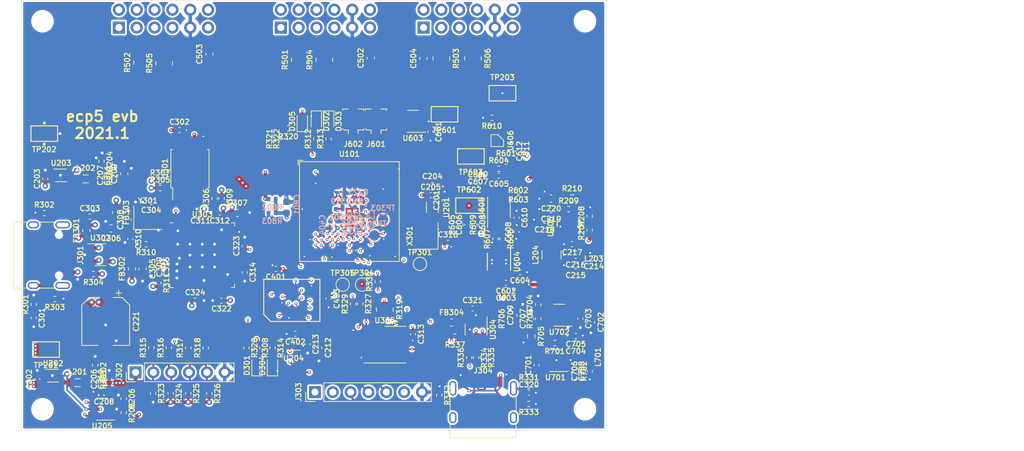
<source format=kicad_pcb>
(kicad_pcb (version 20201220) (generator pcbnew)
  (layers (0 "F.Cu" signal) (1 "In1.Cu" signal) (2 "In2.Cu" signal) (3 "In3.Cu" signal) (4 "In4.Cu" signal) (31 "B.Cu" signal) (34 "B.Paste" user) (35 "F.Paste" user) (36 "B.SilkS" user "B.Silkscreen") (37 "F.SilkS" user "F.Silkscreen") (38 "B.Mask" user) (39 "F.Mask" user) (44 "Edge.Cuts" user))
  (net 0 "")
  (net 1 "GND")
  (net 2 "+3V3")
  (net 3 "+5V")
  (net 4 "+2V5")
  (net 5 "Net-(C206-Pad2)")
  (net 6 "Net-(C207-Pad2)")
  (net 7 "+1V1")
  (net 8 "+1V8")
  (net 9 "Net-(C301-Pad1)")
  (net 10 "Net-(C303-Pad1)")
  (net 11 "Net-(C304-Pad1)")
  (net 12 "Net-(C305-Pad1)")
  (net 13 "Net-(C306-Pad1)")
  (net 14 "+1V8_FT")
  (net 15 "Net-(C308-Pad1)")
  (net 16 "/prog/DONE")
  (net 17 "Net-(D302-Pad2)")
  (net 18 "Net-(D303-Pad2)")
  (net 19 "Net-(D304-Pad2)")
  (net 20 "Net-(D305-Pad1)")
  (net 21 "Net-(FB301-Pad1)")
  (net 22 "Net-(C215-Pad1)")
  (net 23 "no_connect_314")
  (net 24 "Net-(J301-PadA7)")
  (net 25 "Net-(J301-PadA6)")
  (net 26 "Net-(C218-Pad1)")
  (net 27 "no_connect_315")
  (net 28 "Net-(J302-Pad5)")
  (net 29 "Net-(J302-Pad4)")
  (net 30 "Net-(J302-Pad3)")
  (net 31 "Net-(J302-Pad2)")
  (net 32 "/prog/FLASH_~HLD~|~RST~|IO3")
  (net 33 "/prog/FLASH_~WP~|IO2")
  (net 34 "/prog/FLASH_MISO|IO1")
  (net 35 "/prog/FLASH_MOSI|IO0")
  (net 36 "/prog/FLASH_SCK")
  (net 37 "/prog/FLASH_CS")
  (net 38 "/pmod/P1A10x")
  (net 39 "/pmod/P1A9x")
  (net 40 "/pmod/P1A8x")
  (net 41 "/pmod/P1A7x")
  (net 42 "/pmod/P1A4x")
  (net 43 "/pmod/P1A3x")
  (net 44 "/pmod/P1A2x")
  (net 45 "/pmod/P1A1x")
  (net 46 "/pmod/P1B10x")
  (net 47 "/pmod/P1B9x")
  (net 48 "/pmod/P1B8x")
  (net 49 "/pmod/P1B7x")
  (net 50 "/pmod/P1B4x")
  (net 51 "/pmod/P1B3x")
  (net 52 "/pmod/P1B2x")
  (net 53 "/pmod/P1B1x")
  (net 54 "/pmod/P2_10x")
  (net 55 "/pmod/P2_9x")
  (net 56 "/pmod/P2_8x")
  (net 57 "/pmod/P2_7x")
  (net 58 "/pmod/P2_4x")
  (net 59 "/pmod/P2_3x")
  (net 60 "/pmod/P2_2x")
  (net 61 "/pmod/P2_1x")
  (net 62 "Net-(L201-Pad1)")
  (net 63 "Net-(L202-Pad1)")
  (net 64 "/power/PGOOD")
  (net 65 "Net-(R304-Pad1)")
  (net 66 "/prog/FT_EECS")
  (net 67 "Net-(R306-Pad2)")
  (net 68 "Net-(R306-Pad1)")
  (net 69 "Net-(R307-Pad2)")
  (net 70 "Net-(R310-Pad1)")
  (net 71 "Net-(R311-Pad1)")
  (net 72 "/prog/USR_1")
  (net 73 "/prog/USR_2")
  (net 74 "Net-(R315-Pad2)")
  (net 75 "Net-(R316-Pad2)")
  (net 76 "Net-(R317-Pad2)")
  (net 77 "Net-(R318-Pad2)")
  (net 78 "Net-(R320-Pad2)")
  (net 79 "Net-(R321-Pad2)")
  (net 80 "/prog/TXD_UART")
  (net 81 "/prog/RXD_UART")
  (net 82 "~FPGA_RESET")
  (net 83 "/prog/PROGRAMn")
  (net 84 "Net-(R330-Pad2)")
  (net 85 "/pmod/P1A4")
  (net 86 "/pmod/P1A2")
  (net 87 "/pmod/P1A3")
  (net 88 "/pmod/P1A1")
  (net 89 "/pmod/P1B4")
  (net 90 "/pmod/P1B2")
  (net 91 "/pmod/P1B3")
  (net 92 "/pmod/P1B1")
  (net 93 "/pmod/P2_4")
  (net 94 "/pmod/P2_3")
  (net 95 "/pmod/P2_1")
  (net 96 "/pmod/P2_2")
  (net 97 "/pmod/P1A10")
  (net 98 "/pmod/P1A8")
  (net 99 "/pmod/P1A9")
  (net 100 "/pmod/P1A7")
  (net 101 "/pmod/P1B10")
  (net 102 "/pmod/P1B8")
  (net 103 "/pmod/P1B9")
  (net 104 "/pmod/P1B7")
  (net 105 "/pmod/P2_10")
  (net 106 "/pmod/P2_9")
  (net 107 "/pmod/P2_7")
  (net 108 "/pmod/P2_8")
  (net 109 "Net-(TP301-Pad1)")
  (net 110 "Net-(TP302-Pad1)")
  (net 111 "Net-(TP303-Pad1)")
  (net 112 "Net-(TP304-Pad1)")
  (net 113 "Net-(TP305-Pad1)")
  (net 114 "Net-(U101-PadL16)")
  (net 115 "Net-(C219-Pad1)")
  (net 116 "/bias/DAC_VREF")
  (net 117 "Net-(C605-Pad2)")
  (net 118 "Net-(C605-Pad1)")
  (net 119 "Net-(C606-Pad2)")
  (net 120 "Net-(C606-Pad1)")
  (net 121 "+15V")
  (net 122 "-5V")
  (net 123 "Net-(C701-Pad2)")
  (net 124 "Net-(C701-Pad1)")
  (net 125 "VSS")
  (net 126 "Net-(C706-Pad2)")
  (net 127 "Net-(C707-Pad1)")
  (net 128 "Net-(L204-Pad2)")
  (net 129 "Net-(R207-Pad2)")
  (net 130 "Net-(R209-Pad2)")
  (net 131 "/bias/VOUTA")
  (net 132 "Net-(R602-Pad1)")
  (net 133 "/bias/VOUTB")
  (net 134 "Net-(R606-Pad1)")
  (net 135 "Net-(R609-Pad1)")
  (net 136 "Net-(R701-Pad2)")
  (net 137 "Net-(R703-Pad2)")
  (net 138 "Net-(TP601-Pad1)")
  (net 139 "Net-(TP603-Pad1)")
  (net 140 "/ram/HRAM_DQ4")
  (net 141 "/ram/HRAM_CLK#")
  (net 142 "/ram/HRAM_DQ7")
  (net 143 "/ram/HRAM_DQ5")
  (net 144 "/ram/HRAM_DQ2")
  (net 145 "/ram/HRAM_CLK")
  (net 146 "/ram/HRAM_DQ6")
  (net 147 "/ram/HRAM_DQ3")
  (net 148 "/ram/HRAM_CS")
  (net 149 "/ram/HRAM_DQ0")
  (net 150 "/ram/HRAM_DQ1")
  (net 151 "/ram/HRAM_RWDS")
  (net 152 "/ram/HRAM_RST")
  (net 153 "3V3EN")
  (net 154 "1V2EN")
  (net 155 "Net-(C801-Pad1)")
  (net 156 "Net-(J301-PadA5)")
  (net 157 "M5V_EN")
  (net 158 "/bias/DAC_EN")
  (net 159 "/bias/ADC_SDO")
  (net 160 "/bias/SYNTH_VT_CS")
  (net 161 "/bias/DAC_DIN")
  (net 162 "/bias/DAC_~CLR")
  (net 163 "/bias/ADC_SCK")
  (net 164 "/bias/DAC_SCLK")
  (net 165 "/bias/DAC_~SYNC")
  (net 166 "Net-(J601-Pad1)")
  (net 167 "Net-(J602-Pad1)")
  (net 168 "no_connect_313")
  (net 169 "Net-(J301-PadB5)")
  (net 170 "Net-(R334-Pad1)")
  (net 171 "Net-(R335-Pad1)")
  (net 172 "Net-(R336-Pad1)")
  (net 173 "Net-(U101-PadB15)")
  (net 174 "Net-(U101-PadB16)")
  (net 175 "Net-(U101-PadC14)")
  (net 176 "Net-(U101-PadC15)")
  (net 177 "Net-(U101-PadC16)")
  (net 178 "Net-(U101-PadD14)")
  (net 179 "Net-(U101-PadD16)")
  (net 180 "Net-(U101-PadE14)")
  (net 181 "Net-(U101-PadE15)")
  (net 182 "Net-(U101-PadE16)")
  (net 183 "Net-(U101-PadF12)")
  (net 184 "Net-(U101-PadF13)")
  (net 185 "Net-(U101-PadF14)")
  (net 186 "Net-(U101-PadF15)")
  (net 187 "Net-(U101-PadF16)")
  (net 188 "Net-(U101-PadG12)")
  (net 189 "Net-(U101-PadG13)")
  (net 190 "Net-(U101-PadG14)")
  (net 191 "Net-(U101-PadG15)")
  (net 192 "Net-(U101-PadG16)")
  (net 193 "Net-(U101-PadH12)")
  (net 194 "Net-(U101-PadH13)")
  (net 195 "Net-(U101-PadH14)")
  (net 196 "Net-(U101-PadH15)")
  (net 197 "Net-(U101-PadJ12)")
  (net 198 "Net-(U101-PadJ13)")
  (net 199 "Net-(U101-PadJ14)")
  (net 200 "Net-(C320-Pad1)")
  (net 201 "Net-(C321-Pad1)")
  (net 202 "Net-(FB304-Pad1)")
  (net 203 "no_connect_317")
  (net 204 "no_connect_316")
  (net 205 "no_connect_318")
  (net 206 "Net-(J304-PadA5)")
  (net 207 "Net-(J304-PadA7)")
  (net 208 "Net-(J304-PadA6)")
  (net 209 "no_connect_319")
  (net 210 "Net-(J304-PadB5)")
  (net 211 "Net-(U101-PadJ15)")
  (net 212 "Net-(U101-PadJ16)")
  (net 213 "Net-(U101-PadK14)")
  (net 214 "Net-(R337-Pad1)")
  (net 215 "Net-(U101-PadA5)")
  (net 216 "Net-(U101-PadA6)")
  (net 217 "Net-(U101-PadA7)")
  (net 218 "Net-(U101-PadA8)")
  (net 219 "Net-(U101-PadA9)")
  (net 220 "Net-(U101-PadB13)")
  (net 221 "Net-(U101-PadC11)")
  (net 222 "Net-(U101-PadC12)")
  (net 223 "Net-(U101-PadC13)")
  (net 224 "Net-(U101-PadB4)")
  (net 225 "Net-(U101-PadB5)")
  (net 226 "Net-(U101-PadB6)")
  (net 227 "Net-(U101-PadB7)")
  (net 228 "Net-(U101-PadD8)")
  (net 229 "Net-(U101-PadB9)")
  (net 230 "Net-(U101-PadD11)")
  (net 231 "Net-(U101-PadE8)")
  (net 232 "Net-(U101-PadC3)")
  (net 233 "Net-(U101-PadC4)")
  (net 234 "Net-(U101-PadC5)")
  (net 235 "Net-(U101-PadC6)")
  (net 236 "Net-(U101-PadC7)")
  (net 237 "Net-(U101-PadE11)")
  (net 238 "Net-(U101-PadC9)")
  (net 239 "Net-(U101-PadC10)")
  (net 240 "Net-(U101-PadD3)")
  (net 241 "Net-(U101-PadD4)")
  (net 242 "Net-(U101-PadD5)")
  (net 243 "Net-(U101-PadD6)")
  (net 244 "Net-(U101-PadD7)")
  (net 245 "Net-(U101-PadD9)")
  (net 246 "Net-(U101-PadD10)")
  (net 247 "Net-(U101-PadD12)")
  (net 248 "Net-(U101-PadD13)")
  (net 249 "Net-(U101-PadE4)")
  (net 250 "Net-(U101-PadE5)")
  (net 251 "Net-(U101-PadE6)")
  (net 252 "Net-(U101-PadE7)")
  (net 253 "Net-(U101-PadE9)")
  (net 254 "Net-(U101-PadE10)")
  (net 255 "Net-(U101-PadE13)")
  (net 256 "Net-(U101-PadF4)")
  (net 257 "Net-(U101-PadF5)")
  (net 258 "Net-(U101-PadG3)")
  (net 259 "Net-(U101-PadH3)")
  (net 260 "Net-(U101-PadJ4)")
  (net 261 "Net-(U101-PadJ5)")
  (net 262 "Net-(U101-PadK4)")
  (net 263 "Net-(U101-PadK5)")
  (net 264 "Net-(U101-PadK12)")
  (net 265 "Net-(U101-PadL1)")
  (net 266 "Net-(U101-PadL2)")
  (net 267 "Net-(U101-PadL3)")
  (net 268 "Net-(U101-PadL4)")
  (net 269 "Net-(U101-PadL5)")
  (net 270 "Net-(U101-PadL12)")
  (net 271 "Net-(U101-PadL13)")
  (net 272 "Net-(U101-PadL14)")
  (net 273 "Net-(U101-PadL15)")
  (net 274 "Net-(U101-PadM1)")
  (net 275 "Net-(U101-PadM2)")
  (net 276 "Net-(U101-PadM3)")
  (net 277 "Net-(U101-PadM4)")
  (net 278 "Net-(U101-PadM8)")
  (net 279 "Net-(U101-PadM9)")
  (net 280 "Net-(U101-PadM12)")
  (net 281 "Net-(U101-PadM13)")
  (net 282 "Net-(U101-PadM14)")
  (net 283 "Net-(U101-PadN1)")
  (net 284 "Net-(U101-PadN4)")
  (net 285 "Net-(U101-PadN12)")
  (net 286 "Net-(U101-PadN13)")
  (net 287 "Net-(U101-PadN14)")
  (net 288 "Net-(U101-PadN16)")
  (net 289 "Net-(U101-PadP1)")
  (net 290 "Net-(U101-PadP2)")
  (net 291 "Net-(U101-PadP7)")
  (net 292 "Net-(U101-PadP8)")
  (net 293 "Net-(U101-PadP11)")
  (net 294 "Net-(U101-PadP13)")
  (net 295 "Net-(U101-PadP14)")
  (net 296 "Net-(U101-PadP15)")
  (net 297 "Net-(U101-PadP16)")
  (net 298 "Net-(U101-PadR1)")
  (net 299 "Net-(U101-PadR2)")
  (net 300 "Net-(U101-PadR6)")
  (net 301 "Net-(U101-PadR7)")
  (net 302 "Net-(U101-PadR8)")
  (net 303 "Net-(U101-PadR12)")
  (net 304 "Net-(U101-PadR13)")
  (net 305 "Net-(U101-PadR14)")
  (net 306 "Net-(U101-PadR15)")
  (net 307 "Net-(U101-PadR16)")
  (net 308 "Net-(U101-PadT2)")
  (net 309 "Net-(U101-PadT3)")
  (net 310 "Net-(U101-PadT13)")
  (net 311 "Net-(U101-PadT14)")
  (net 312 "Net-(U101-PadT15)")
  (net 313 "no_connect_320")
  (net 314 "no_connect_321")
  (net 315 "no_connect_322")
  (net 316 "no_connect_323")
  (net 317 "no_connect_324")
  (net 318 "no_connect_325")
  (net 319 "no_connect_326")
  (net 320 "no_connect_327")
  (net 321 "no_connect_328")
  (net 322 "no_connect_329")
  (net 323 "no_connect_330")
  (net 324 "no_connect_331")
  (net 325 "no_connect_332")
  (net 326 "no_connect_333")
  (net 327 "no_connect_334")
  (net 328 "no_connect_335")
  (net 329 "no_connect_336")
  (net 330 "no_connect_337")
  (net 331 "no_connect_338")
  (net 332 "no_connect_339")
  (net 333 "no_connect_340")
  (net 334 "no_connect_341")
  (net 335 "no_connect_342")
  (net 336 "no_connect_343")
  (net 337 "no_connect_344")
  (net 338 "no_connect_345")
  (net 339 "no_connect_346")
  (net 340 "no_connect_312")
  (net 341 "Net-(U101-PadK15)")
  (net 342 "Net-(U401-PadB5)")
  (net 343 "Net-(U401-PadC5)")
  (net 344 "Net-(U101-PadK16)")
  (net 345 "Net-(U101-PadE12)")
  (net 346 "Net-(U101-PadB14)")
  (footprint "Inductor_SMD:L_0805_2012Metric" (layer "F.Cu") (at 62.5 96.975)
    (fp_text reference "L201")
    (fp_text value "2.2uH")
  )
  (footprint "Capacitor_SMD:C_0603_1608Metric" (layer "F.Cu") (at 129 73.75 180)
    (fp_text reference "C218")
    (fp_text value "220 nF")
  )
  (footprint "Package_TO_SOT_SMD:SOT-666" (layer "F.Cu") (at 60.15 67.45)
    (fp_text reference "U203")
    (fp_text value "TLV62569DRL")
  )
  (footprint "Resistor_SMD:R_0402_1005Metric" (layer "F.Cu") (at 128.0875 85.8725 90)
    (fp_text reference "R704")
    (fp_text value "21k")
  )
  (footprint "Capacitor_SMD:C_0402_1005Metric" (layer "F.Cu") (at 125.5 81.25 180)
    (fp_text reference "C604")
    (fp_text value "100 pF")
  )
  (footprint "Capacitor_SMD:C_0603_1608Metric" (layer "F.Cu") (at 66.25 98.25 180)
    (fp_text reference "C208")
    (fp_text value "10uF")
  )
  (footprint "Capacitor_SMD:C_0402_1005Metric" (layer "F.Cu") (at 69.75 73.75 90)
    (fp_text reference "C308")
    (fp_text value "18 pF")
  )
  (footprint "Capacitor_SMD:C_0402_1005Metric" (layer "F.Cu") (at 134.0875 87.8425 -90)
    (fp_text reference "C703")
    (fp_text value "100 nF")
  )
  (footprint "Connector_PinHeader_2.54mm:PinHeader_1x07_P2.54mm_Vertical" (layer "F.Cu") (at 96.3 98.315 90)
    (fp_text reference "J303")
    (fp_text value "Flash")
  )
  (footprint "Capacitor_SMD:C_0402_1005Metric" (layer "F.Cu") (at 125 73.48 -90)
    (fp_text reference "C610")
    (fp_text value "100 nF")
  )
  (footprint "Capacitor_SMD:C_0402_1005Metric" (layer "F.Cu") (at 124.26 64 -90)
    (fp_text reference "C612")
    (fp_text value "100 nF")
  )
  (footprint "Resistor_SMD:R_Array_Convex_4x0402" (layer "F.Cu") (at 114.3 50.8 -90)
    (fp_text reference "R503")
    (fp_text value "33R")
  )
  (footprint "Capacitor_SMD:C_0402_1005Metric" (layer "F.Cu") (at 133.4425 91.3275 180)
    (fp_text reference "C704")
    (fp_text value "100 nF")
  )
  (footprint "Capacitor_SMD:C_0402_1005Metric" (layer "F.Cu") (at 56.25 87.75 -90)
    (fp_text reference "C301")
    (fp_text value "1 uF")
  )
  (footprint "TestPoint:TestPoint_Keystone_5015_Micro-Minature" (layer "F.Cu") (at 58 92.25 180)
    (fp_text reference "TP201")
    (fp_text value "TestPoint")
  )
  (footprint "Capacitor_SMD:C_0402_1005Metric" (layer "F.Cu") (at 132.92 77.25 180)
    (fp_text reference "C217")
    (fp_text value "100 nF")
  )
  (footprint "Capacitor_SMD:C_0402_1005Metric" (layer "F.Cu") (at 86.295 81.25 -90)
    (fp_text reference "C314")
    (fp_text value "100 nF")
  )
  (footprint "Resistor_SMD:R_0402_1005Metric" (layer "F.Cu") (at 86.54 92.01 -90)
    (fp_text reference "R328")
    (fp_text value "10k")
  )
  (footprint "Capacitor_SMD:C_0402_1005Metric" (layer "F.Cu") (at 115.25 77.06)
    (fp_text reference "C316")
    (fp_text value "100 nF")
  )
  (footprint "Package_SON:WSON-6_1.5x1.5mm_P0.5mm" (layer "F.Cu") (at 113.0225 72.0175 -90)
    (fp_text reference "U201")
    (fp_text value "TLV70025_WSON6")
  )
  (footprint "Inductor_SMD:L_0402_1005Metric" (layer "F.Cu") (at 136 80.5)
    (fp_text reference "L203")
    (fp_text value "BLM15AG102SZ1D")
  )
  (footprint "Capacitor_SMD:C_0402_1005Metric" (layer "F.Cu") (at 123.5 83.75 180)
    (fp_text reference "C603")
    (fp_text value "100 pF")
  )
  (footprint "Connector_Coaxial:U.FL_Molex_MCRF_73412-0110_Vertical" (layer "F.Cu") (at 101.75 59.5)
    (fp_text reference "J602")
    (fp_text value "Conn_Coaxial")
  )
  (footprint "Resistor_SMD:R_Array_Convex_4x0402" (layer "F.Cu") (at 94.14 50.98 90)
    (fp_text reference "R501")
    (fp_text value "33R")
  )
  (footprint "Resistor_SMD:R_0402_1005Metric" (layer "F.Cu") (at 126.76 97.4)
    (fp_text reference "R331")
    (fp_text value "100k")
  )
  (footprint "TestPoint:TestPoint_Keystone_5015_Micro-Minature" (layer "F.Cu") (at 118.5 64.75 180)
    (fp_text reference "TP603")
    (fp_text value "TestPoint")
  )
  (footprint "Capacitor_SMD:C_0402_1005Metric" (layer "F.Cu") (at 122.48 67.5 180)
    (fp_text reference "C605")
    (fp_text value "10 pF")
  )
  (footprint "Resistor_SMD:R_0402_1005Metric" (layer "F.Cu") (at 59.25 85.06 180)
    (fp_text reference "R303")
    (fp_text value "5.1k")
  )
  (footprint "Capacitor_SMD:C_0402_1005Metric" (layer "F.Cu") (at 57.9 67.95 90)
    (fp_text reference "C203")
    (fp_text value "4.7uF")
  )
  (footprint "Capacitor_SMD:C_0402_1005Metric" (layer "F.Cu") (at 95.25 91.5 -90)
    (fp_text reference "C213")
    (fp_text value "1uF")
  )
  (footprint "Capacitor_SMD:C_0402_1005Metric" (layer "F.Cu") (at 64.25 73.31)
    (fp_text reference "C303")
    (fp_text value "1 uF")
  )
  (footprint "Capacitor_SMD:C_0603_1608Metric" (layer "F.Cu") (at 129.92 70.75 180)
    (fp_text reference "C220")
    (fp_text value "2.2 uF")
  )
  (footprint "Inductor_SMD:L_0603_1608Metric" (layer "F.Cu") (at 70.25 80.75 90)
    (fp_text reference "FB302")
    (fp_text value "600 ohm 500 mA")
  )
  (footprint "MountingHole:MountingHole_2.7mm_M2.5" (layer "F.Cu") (at 134.75 45.5)
    (fp_text reference "H102")
    (fp_text value "MountingHole")
  )
  (footprint "Capacitor_SMD:C_0402_1005Metric" (layer "F.Cu") (at 119.5 68.5)
    (fp_text reference "C609")
    (fp_text value "100 nF")
  )
  (footprint "Resistor_SMD:R_0402_1005Metric" (layer "F.Cu") (at 116.25 90.4 180)
    (fp_text reference "R337")
    (fp_text value "DNI")
  )
  (footprint "Resistor_SMD:R_0402_1005Metric" (layer "F.Cu") (at 119 74.49 -90)
    (fp_text reference "R608")
    (fp_text value "10k")
  )
  (footprint "Resistor_SMD:R_0402_1005Metric" (layer "F.Cu") (at 102.75 85.75 -90)
    (fp_text reference "R327")
    (fp_text value "1k")
  )
  (footprint "Connector_PinHeader_2.54mm:PinHeader_1x06_P2.54mm_Vertical" (layer "F.Cu") (at 70.75 95.5 90)
    (fp_text reference "J302")
    (fp_text value "JTAG")
  )
  (footprint "Capacitor_SMD:C_0402_1005Metric" (layer "F.Cu") (at 125 75.5 90)
    (fp_text reference "C608")
    (fp_text value "100 pF")
  )
  (footprint "Inductor_SMD:L_0603_1608Metric" (layer "F.Cu") (at 68 72.75 -90)
    (fp_text reference "FB303")
    (fp_text value "600 ohm 500 mA")
  )
  (footprint "Resistor_SMD:R_0402_1005Metric" (layer "F.Cu") (at 92.5 60.75 180)
    (fp_text reference "R320")
    (fp_text value "10k")
  )
  (footprint "TestPoint:TestPoint_Keystone_5015_Micro-Minature" (layer "F.Cu") (at 57.75 61.5 180)
    (fp_text reference "TP202")
    (fp_text value "TestPoint")
  )
  (footprint "Capacitor_SMD:CP_Elec_6.3x5.8" (layer "F.Cu") (at 66.5 88.25 -90)
    (fp_text reference "C221")
    (fp_text value "100 uF")
  )
  (footprint "gsd-footprints:PMOD_Angled_2x06" (layer "F.Cu") (at 104.14 46.4 180)
    (fp_text reference "J501")
    (fp_text value "PMOD")
  )
  (footprint "LED_SMD:LED_0603_1608Metric" (layer "F.Cu") (at 96.5 59.75 -90)
    (fp_text reference "D302")
    (fp_text value "LED_Small")
  )
  (footprint "Capacitor_SMD:C_0603_1608Metric" (layer "F.Cu") (at 69.15 67.225 90)
    (fp_text reference "C209")
    (fp_text value "10uF")
  )
  (footprint "TestPoint:TestPoint_Keystone_5015_Micro-Minature" (layer "F.Cu") (at 114.75 58.75 180)
    (fp_text reference "TP601")
    (fp_text value "TestPoint")
  )
  (footprint "Capacitor_SMD:C_0603_1608Metric" (layer "F.Cu") (at 113.0225 69.0175)
    (fp_text reference "C204")
    (fp_text value "10uF")
  )
  (footprint "Package_SO:SOIC-8_5.23x5.23mm_P1.27mm" (layer "F.Cu") (at 78.5 66.5 90)
    (fp_text reference "U301")
    (fp_text value "93LC56C")
  )
  (footprint "Oscillator:Oscillator_SMD_Abracon_ASE-4Pin_3.2x2.5mm" (layer "F.Cu") (at 112.25 76.06 90)
    (fp_text reference "X301")
    (fp_text value "ASE-xxxMHz")
  )
  (footprint "Package_DFN_QFN:DFN-8-1EP_2x3mm_P0.5mm_EP0.61x2.2mm" (layer "F.Cu") (at 132.42 74.75 90)
    (fp_text reference "U206")
    (fp_text value "LT3494")
  )
  (footprint "Capacitor_SMD:C_0402_1005Metric" (layer "F.Cu") (at 119.5 69.5)
    (fp_text reference "C607")
    (fp_text value "100 pF")
  )
  (footprint "Inductor_SMD:L_0805_2012Metric" (layer "F.Cu") (at 63.65 67.95)
    (fp_text reference "L202")
    (fp_text value "2.2uH")
  )
  (footprint "Resistor_SMD:R_0402_1005Metric" (layer "F.Cu") (at 120.25 93.4 -90)
    (fp_text reference "R335")
    (fp_text value "20")
  )
  (footprint "Resistor_SMD:R_0402_1005Metric" (layer "F.Cu") (at 92 62.25 90)
    (fp_text reference "R322")
    (fp_text value "100")
  )
  (footprint "Resistor_SMD:R_0402_1005Metric" (layer "F.Cu") (at 81.25 98.51 -90)
    (fp_text reference "R326")
    (fp_text value "4.7k")
  )
  (footprint "Resistor_SMD:R_0402_1005Metric" (layer "F.Cu") (at 96.5 62.25 90)
    (fp_text reference "R312")
    (fp_text value "10k")
  )
  (footprint "Resistor_SMD:R_0402_1005Metric" (layer "F.Cu") (at 132.42 72.25)
    (fp_text reference "R209")
    (fp_text value "2.21M")
  )
  (footprint "Capacitor_SMD:C_0603_1608Metric" (layer "F.Cu") (at 135.5875 88.3625 -90)
    (fp_text reference "C702")
    (fp_text value "2.2 uF")
  )
  (footprint "Capacitor_SMD:C_0402_1005Metric" (layer "F.Cu") (at 66.9 67.45 90)
    (fp_text reference "C207")
    (fp_text value "6.8pF")
  )
  (footprint "LED_SMD:LED_0603_1608Metric" (layer "F.Cu") (at 90.25 94.51 90)
    (fp_text reference "D304")
    (fp_text value "LED_Small")
  )
  (footprint "MountingHole:MountingHole_2.7mm_M2.5" (layer "F.Cu") (at 134.75 100.75)
    (fp_text reference "H103")
    (fp_text value "MountingHole")
  )
  (footprint "Capacitor_SMD:C_0402_1005Metric" (layer "F.Cu") (at 118.75 86.4)
    (fp_text reference "C321")
    (fp_text value "1 uF")
  )
  (footprint "Capacitor_SMD:C_0402_1005Metric" (layer "F.Cu") (at 127.0875 87.8625 90)
    (fp_text reference "C707")
    (fp_text value "10 nF")
  )
  (footprint "Resistor_SMD:R_0402_1005Metric" (layer "F.Cu") (at 65.9 65.44 -90)
    (fp_text reference "R204")
    (fp_text value "100k")
  )
  (footprint "Resistor_SMD:R_0402_1005Metric" (layer "F.Cu") (at 128.0875 87.8625 90)
    (fp_text reference "R703")
    (fp_text value "68k")
  )
  (footprint "gsd-footprints:PMOD_Angled_2x06" (layer "F.Cu") (at 81.08 46.4 180)
    (fp_text reference "J502")
    (fp_text value "PMOD")
  )
  (footprint "Capacitor_SMD:C_0603_1608Metric" (layer "F.Cu") (at 104.25 50.75 90)
    (fp_text reference "C502")
    (fp_text value "DNP")
  )
  (footprint "Capacitor_SMD:C_0402_1005Metric" (layer "F.Cu") (at 73 80.5 -90)
    (fp_text reference "C309")
    (fp_text value "100 nF")
  )
  (footprint "Resistor_SMD:R_0402_1005Metric" (layer "F.Cu") (at 135.42 73.25 90)
    (fp_text reference "R208")
    (fp_text value "DNI")
  )
  (footprint "Capacitor_SMD:C_0402_1005Metric" (layer "F.Cu") (at 90.73 80.75 180)
    (fp_text reference "C401")
    (fp_text value "100 nF")
  )
  (footprint "Capacitor_SMD:C_0402_1005Metric" (layer "F.Cu") (at 98.25 85 -90)
    (fp_text reference "C403")
    (fp_text value "100 nF")
  )
  (footprint "Capacitor_SMD:C_0402_1005Metric" (layer "F.Cu") (at 135.4425 95.3475 90)
    (fp_text reference "C708")
    (fp_text value "1 uF")
  )
  (footprint "gsd-footprints:PMOD_Angled_2x06" (layer "F.Cu") (at 124.46 46.4 180)
    (fp_text reference "J503")
    (fp_text value "PMOD")
  )
  (footprint "Capacitor_SMD:C_0402_1005Metric" (layer "F.Cu") (at 74 80.5 -90)
    (fp_text reference "C315")
    (fp_text value "100 nF")
  )
  (footprint "Crystal:Crystal_SMD_3225-4Pin_3.2x2.5mm" (layer "F.Cu") (at 72.5 73.5)
    (fp_text reference "Y301")
    (fp_text value "7M-12.000MAAJ")
  )
  (footprint "MountingHole:MountingHole_2.7mm_M2.5" (layer "F.Cu") (at 57.5 45.5)
    (fp_text reference "H104")
    (fp_text value "MountingHole")
  )
  (footprint "Package_TO_SOT_SMD:SOT-666" (layer "F.Cu") (at 59 95.975)
    (fp_text reference "U202")
    (fp_text value "TLV62569DRL")
  )
  (footprint "Inductor_SMD:L_0603_1608Metric" (layer "F.Cu") (at 63.75 75.31 90)
    (fp_text reference "FB301")
    (fp_text value "600 ohm 500 mA")
  )
  (footprint "Resistor_SMD:R_0402_1005Metric" (layer "F.Cu") (at 91 62.25 90)
    (fp_text reference "R321")
    (fp_text value "100")
  )
  (footprint "Resistor_SMD:R_0402_1005Metric" (layer "F.Cu") (at 121.5 59.25 180)
    (fp_text reference "R610")
    (fp_text value "10k")
  )
  (footprint "Package_TO_SOT_SMD:SOT-23-6" (layer "F.Cu") (at 119.25 89.4 -90)
    (fp_text reference "U304")
    (fp_text value "TPD3S014")
  )
  (footprint "Resistor_SMD:R_0402_1005Metric" (layer "F.Cu") (at 114 98.75 -90)
    (fp_text reference "R332")
    (fp_text value "5.1k")
  )
  (footprint "vna_mm:DFN-10_PWSON_N10_3x3mm_P0.5mm_EP1.05x2.55mm" (layer "F.Cu") (at 122.5 79.75 -90)
    (fp_text reference "U604")
    (fp_text value "DAC7563SDSCR")
  )
  (footprint "Capacitor_SMD:C_0402_1005Metric" (layer "F.Cu") (at 56.75 96.475 90)
    (fp_text reference "C202")
    (fp_text value "4.7uF")
  )
  (footprint "Inductor_SMD:L_0402_1005Metric" (layer "F.Cu") (at 135.4425 93.3275 -90)
    (fp_text reference "L701")
    (fp_text value "BLM15GG471")
  )
  (footprint "Capacitor_SMD:C_0402_1005Metric" (layer "F.Cu") (at 136 79.25 180)
    (fp_text reference "C214")
    (fp_text value "100 nF")
  )
  (footprint "TestPoint:TestPoint_Pad_D1.5mm" (layer "F.Cu") (at 100.25 83)
    (fp_text reference "TP305")
    (fp_text value "TestPoint")
  )
  (footprint "Resistor_SMD:R_0402_1005Metric" (layer "F.Cu") (at 74.25 69.25)
    (fp_text reference "R305")
    (fp_text value "10k")
  )
  (footprint "Capacitor_SMD:C_0402_1005Metric" (layer "F.Cu") (at 79.24 85.28)
    (fp_text reference "C324")
    (fp_text value "100 nF")
  )
  (footprint "gsd-footprints:BGA-24_8.0x6.0mm_Layout5x5_P0.8mm_Pad0.35mm_NSMD" (layer "F.Cu") (at 93 85.25 90)
    (fp_text reference "U401" hide)
    (fp_text value "IS66WVH16M8ALL" hide)
  )
  (footprint "Inductor_SMD:L_1210_3225Metric" (layer "F.Cu") (at 129.995 78.775 90)
    (fp_text reference "L204")
    (fp_text value "15 uH")
  )
  (footprint "Resistor_SMD:R_0402_1005Metric" (layer "F.Cu") (at 65 96.465 -90)
    (fp_text reference "R201")
    (fp_text value "210k")
  )
  (footprint "Resistor_SMD:R_0402_1005Metric" (layer "F.Cu") (at 122 76.5 90)
    (fp_text reference "R607")
    (fp_text value "10k")
  )
  (footprint "Resistor_SMD:R_0603_1608Metric" (layer "F.Cu") (at 132.92 70.75)
    (fp_text reference "R210")
    (fp_text value "0")
  )
  (footprint "Resistor_SMD:R_0402_1005Metric" (layer "F.Cu") (at 78.25 92.01 90)
    (fp_text reference "R317")
    (fp_text value "0")
  )
  (footprint "Capacitor_SMD:C_0402_1005Metric" (layer "F.Cu") (at 80 72.75 180)
    (fp_text reference "C311")
    (fp_text value "100 nF")
  )
  (footprint "Capacitor_SMD:C_0603_1608Metric" (layer "F.Cu") (at 81.28 50.18 90)
    (fp_text reference "C503")
    (fp_text value "DNP")
  )
  (footprint "TestPoint:TestPoint_Pad_D1.5mm" (layer "F.Cu") (at 103 83)
    (fp_text reference "TP304")
    (fp_text value "TestPoint")
  )
  (footprint "Capacitor_SMD:C_0603_1608Metric" (layer "F.Cu") (at 133.42 78.75 180)
    (fp_text reference "C216")
    (fp_text value "2.2 uF")
  )
  (footprint "Resistor_SMD:R_0402_1005Metric" (layer "F.Cu") (at 125.26 69.75 180)
    (fp_text reference "R603")
    (fp_text value "10k")
  )
  (footprint "Capacitor_SMD:C_0402_1005Metric" (layer "F.Cu") (at 72.98 71.25 180)
    (fp_text reference "C304")
    (fp_text value "18 pF")
  )
  (footprint "Package_SON:WSON-8-1EP_6x5mm_P1.27mm_EP3.4x4mm" (layer "F.Cu") (at 106.25 91.56)
    (fp_text reference "U305")
    (fp_text value "W25Q32JVSS")
  )
  (footprint "Resistor_SMD:R_0402_1005Metric" (layer "F.Cu") (at 135.42 75.25 90)
    (fp_text reference "R207")
    (fp_text value "10k")
  )
  (footprint "Package_TO_SOT_SMD:TSOT-23-6" (layer "F.Cu") (at 110.25 59.75 180)
    (fp_text reference "U603")
    (fp_text value "ADS7868")
  )
  (footprint "Package_TO_SOT_SMD:SOT-23-6" (layer "F.Cu") (at 130.54 93.8275 180)
    (fp_text reference "U701")
    (fp_text value "LM2776")
  )
  (footprint "Resistor_SMD:R_0402_1005Metric" (layer "F.Cu") (at 65.9 67.45 -90)
    (fp_text reference "R203")
    (fp_text value "84k5")
  )
  (footprint "Resistor_SMD:R_0402_1005Metric" (layer "F.Cu") (at 125.25 70.75)
    (fp_text reference "R602")
    (fp_text value "33k")
  )
  (footprint "Resistor_SMD:R_Array_Convex_4x0402" (layer "F.Cu") (at 106.25 86.56 -90)
    (fp_text reference "R319")
    (fp_text value "10k")
  )
  (footprint "Resistor_SMD:R_0402_1005Metric" (layer "F.Cu") (at 56.25 85.82 90)
    (fp_text reference "R301")
    (fp_text value "100k")
  )
  (footprint "Capacitor_SMD:C_0603_1608Metric" (layer "F.Cu") (at 85.25 72.81)
    (fp_text reference "C307")
    (fp_text value "10 uF")
  )
  (footprint "Capacitor_SMD:C_0402_1005Metric" (layer "F.Cu") (at 77 61)
    (fp_text reference "C302")
    (fp_text value "100 nF")
  )
  (footprint "Resistor_SMD:R_0402_1005Metric" (layer "F.Cu") (at 120 74.49 90)
    (fp_text reference "R609")
    (fp_text value "10k")
  )
  (footprint "Capacitor_SMD:C_0402_1005Metric" (layer "F.Cu") (at 134.4425 95.3275 90)
    (fp_text reference "C706")
    (fp_text value "100 nF")
  )
  (footprint "Resistor_SMD:R_0402_1005Metric" (layer "F.Cu") (at 83 70.75 -90)
    (fp_text reference "R309")
    (fp_text value "10k")
  )
  (footprint "Capacitor_SMD:C_0402_1005Metric" (layer "F.Cu") (at 110.25 90.06 -90)
    (fp_text reference "C313")
    (fp_text value "100 nF")
  )
  (footprint "Resistor_SMD:R_0402_1005Metric" (layer "F.Cu") (at 98.25 62.25 90)
    (fp_text reference "R313")
    (fp_text value "10k")
  )
  (footprint "Resistor_SMD:R_0402_1005Metric" (layer "F.Cu") (at 123 76.5 -90)
    (fp_text reference "R606")
    (fp_text value "33k")
  )
  (footprint "Capacitor_SMD:C_0402_1005Metric" (layer "F.Cu") (at 126.75 98.4)
    (fp_text reference "C320")
    (fp_text value "1 uF")
  )
  (footprint "Resistor_SMD:R_0402_1005Metric" (layer "F.Cu") (at 122.48 66.5)
    (fp_text reference "R604")
    (fp_text value "10k")
  )
  (footprint "Resistor_SMD:R_0402_1005Metric" (layer "F.Cu") (at 73 92 90)
    (fp_text reference "R315")
    (fp_text value "0")
  )
  (footprint "Capacitor_SMD:C_0402_1005Metric" (layer "F.Cu") (at 82.99 85.28 180)
    (fp_text reference "C322")
    (fp_text value "100 nF")
  )
  (footprint "Resistor_SMD:R_0402_1005Metric" (layer "F.Cu") (at 64.75 81.5 180)
    (fp_text reference "R304")
    (fp_text value "0")
  )
  (footprint "TestPoint:TestPoint_Keystone_5015_Micro-Minature" (layer "F.Cu") (at 118.25 71.75)
    (fp_text reference "TP602")
    (fp_text value "TestPoint")
  )
  (footprint "Package_SON:WSON-6_1.5x1.5mm_P0.5mm" (layer "F.Cu") (at 93.25 91.5 180)
    (fp_text reference "U204")
    (fp_text value "TLV70018_WSON6")
  )
  (footprint "Resistor_SMD:R_0402_1005Metric" (layer "F.Cu") (at 78.25 98.5 -90)
    (fp_text reference "R325")
    (fp_text value "4.7k")
  )
  (footprint "Capacitor_SMD:C_0603_1608Metric" (layer "F.Cu") (at 133.42 80.25 180)
    (fp_text reference "C215")
    (fp_text value "2.2 uF")
  )
  (footprint "Capacitor_SMD:C_0402_1005Metric" (layer "F.Cu") (at 82.75 72.75 180)
    (fp_text reference "C312")
    (fp_text value "100 nF")
  )
  (footprint "TestPoint:TestPoint_Pad_D1.5mm" (layer "F.Cu") (at 111.25 80.06)
    (fp_text reference "TP301")
    (fp_text value "TestPoint")
  )
  (footprint "Capacitor_SMD:C_0402_1005Metric" (layer "F.Cu") (at 133.4425 90.3275 180)
    (fp_text reference "C705")
    (fp_text value "1 uF")
  )
  (footprint "Connector_Coaxial:U.FL_Molex_MCRF_73412-0110_Vertical" (layer "F.Cu") (at 105 59.5)
    (fp_text reference "J601")
    (fp_text value "Conn_Coaxial")
  )
  (footprint "Resistor_SMD:R_0402_1005Metric" (layer "F.Cu") (at 124.0775 87.8625 90)
    (fp_text reference "R706")
    (fp_text value "2k")
  )
  (footprint "Resistor_SMD:R_0402_1005Metric" (layer "F.Cu") (at 74.25 68.25)
    (fp_text reference "R307")
    (fp_text value "10k")
  )
  (footprint "Resistor_SMD:R_0402_1005Metric" (layer "F.Cu") (at 133.4425 95.3275 -90)
    (fp_text reference "R702")
    (fp_text value "DNI")
  )
  (footprint "LED_SMD:LED_0603_1608Metric" (layer "F.Cu") (at 88.04 94.51 90)
    (fp_text reference "D301")
    (fp_text value "LED_Small")
  )
  (footprint "Resistor_SMD:R_0402_1005Metric" (layer "F.Cu") (at 75.5 92 90)
    (fp_text reference "R316")
    (fp_text value "0")
  )
  (footprint "Capacitor_SMD:C_0402_1005Metric" (layer "F.Cu") (at 66 96.465 90)
    (fp_text reference "C206")
    (fp_text value "6.8pF")
  )
  (footprint "Capacitor_SMD:C_0402_1005Metric" (layer "F.Cu") (at 93.5 90 180)
    (fp_text reference "C402")
    (fp_text value "100 nF")
  )
  (footprint "Resistor_SMD:R_0402_1005Metric" (layer "F.Cu") (at 57.75 72.81)
    (fp_text reference "R302")
    (fp_text value "5.1k")
  )
  (footprint "Inductor_SMD:L_0603_1608Metric" (layer "F.Cu") (at 115.75 88.4)
    (fp_text reference "FB304")
    (fp_text value "600 ohm 500 mA")
  )
  (footprint "Resistor_SMD:R_0402_1005Metric" (layer "F.Cu") (at 130.4425 91.3275 180)
    (fp_text reference "R701")
    (fp_text value "1k")
  )
  (footprint "Resistor_SMD:R_0402_1005Metric" (layer "F.Cu") (at 117 74.49 90)
    (fp_text reference "R605")
    (fp_text value "33k")
  )
  (footprint "Resistor_SMD:R_0402_1005Metric" (layer "F.Cu") (at 88.04 92.01 -90)
    (fp_text reference "R308")
    (fp_text value "10k")
  )
  (footprint "Resistor_SMD:R_Array_Convex_4x0402" (layer "F.Cu") (at 118.8 50.8 -90)
    (fp_text reference "R506")
    (fp_text value "33R")
  )
  (footprint "Resistor_SMD:R_0402_1005Metric" (layer "F.Cu") (at 69.06375 101.24 -90)
    (fp_text reference "R205")
    (fp_text value "24k3")
  )
  (footprint "Resistor_SMD:R_Array_Convex_4x0402" (layer "F.Cu") (at 97.64 50.98 90)
    (fp_text reference "R504")
    (fp_text value "33R")
  )
  (footprint "Resistor_SMD:R_0402_1005Metric" (layer "F.Cu") (at 72.25 77.25 180)
    (fp_text reference "R310")
    (fp_text value "12k")
  )
  (footprint "Capacitor_SMD:C_0402_1005Metric" (layer "F.Cu") (at 127.8675 94.4625 90)
    (fp_text reference "C701")
    (fp_text value "1 uF")
  )
  (footprint "LED_SMD:LED_0603_1608Metric" (layer "F.Cu") (at 94.5 59.75 90)
    (fp_text reference "D305")
    (fp_text value "LED_Small")
  )
  (footprint "Capacitor_SMD:C_0402_1005Metric" (layer "F.Cu") (at 70 76.52 -90)
    (fp_text reference "C310")
    (fp_text value "100 nF")
  )
  (footprint "Resistor_SMD:R_0402_1005Metric" (layer "F.Cu") (at 82 70.75 90)
    (fp_text reference "R306")
    (fp_text value "12k")
  )
  (footprint "Package_DFN_QFN:QFN-64-1EP_9x9mm_P0.5mm_EP4.35x4.35mm" (layer "F.Cu") (at 80.25 78.81)
    (fp_text reference "U303")
    (fp_text value "FT2232HQ")
  )
  (footprint "Resistor_SMD:R_0402_1005Metric" (layer "F.Cu") (at 123.5 65.5)
    (fp_text reference "R601")
    (fp_text value "33k")
  )
  (footprint "Capacitor_SMD:C_0402_1005Metric" (layer "F.Cu") (at 123.5 82.75 180)
    (fp_text reference "C602")
    (fp_text value "100 nF")
  )
  (footprint "Capacitor_SMD:C_0402_1005Metric" (layer "F.Cu") (at 118 74.49 90)
    (fp_text reference "C606")
    (fp_text value "10 pF")
  )
  (footprint "Resistor_SMD:R_0402_1005Metric" (layer "F.Cu") (at 118.25 93.4 90)
    (fp_text reference "R336")
    (fp_text value "1.5k")
  )
  (footprint "LED_SMD:LED_0603_1608Metric" (layer "F.Cu") (at 98.25 59.75 -90)
    (fp_text reference "D303")
    (fp_text value "LED_Small")
  )
  (footprint "Package_SO:MSOP-8_3x3mm_P0.65mm" (layer "F.Cu") (at 122.5 72 90)
    (fp_text reference "U605")
    (fp_text value "OPA2140")
  )
  (footprint "Resistor_SMD:R_0402_1005Metric" (layer "F.Cu") (at 74 82.75 -90)
    (fp_text reference "R311")
    (fp_text value "2.2k")
  )
  (footprint "Capacitor_SMD:C_0603_1608Metric" (layer "F.Cu") (at 125.5875 87.3625 90)
    (fp_text reference "C709")
    (fp_text value "2.2 uF")
  )
  (footprint "Package_TO_SOT_SMD:SOT-23-5" (layer "F.Cu") (at 131.0875 87.3625 180)
    (fp_text reference "U702")
    (fp_text value "TPS72301DB")
  )
  (footprint "Resistor_SMD:R_0402_1005Metric" (layer "F.Cu") (at 119.25 93.4 -90)
    (fp_text reference "R334")
    (fp_text value "20")
  )
  (footprint "Resistor_SMD:R_0402_1005Metric" (layer "F.Cu") (at 75.75 98.5 -90)
    (fp_text reference "R324")
    (fp_text value "4.7k")
  )
  (footprint "Capacitor_SMD:C_0402_1005Metric" (layer "F.Cu") (at 86.295 77.5 90)
    (fp_text reference "C323")
    (fp_text value "100 nF")
  )
  (footprint "Capacitor_SMD:C_0402_1005Metric" (layer "F.Cu") (at 114.7725 70.9975 90)
    (fp_text reference "C201")
    (fp_text value "4.7uF")
  )
  (footprint "MountingHole:MountingHole_2.7mm_M2.5" (layer "F.Cu") (at 57.5 100.75)
    (fp_text reference "H101")
    (fp_text value "MountingHole")
  )
  (footprint "Capacitor_SMD:C_0603_1608Metric" (layer "F.Cu") (at 111.76 50.8 90)
    (fp_text reference "C504")
    (fp_text value "DNP")
  )
  (footprint "Resistor_SMD:R_0402_1005Metric" (layer "F.Cu") (at 90.25 92.01 -90)
    (fp_text reference "R314")
    (fp_text value "10k")
  )
  (footprint "Resistor_SMD:R_Array_Convex_4x0402" (layer "F.Cu") (at 71.68 51.38 90)
    (fp_text reference "R502")
    (fp_text value "33R")
  )
  (footprint "Resistor_SMD:R_0402_1005Metric" (layer "F.Cu") (at 80.75 92.01 90)
    (fp_text reference "R318")
    (fp_text value "0")
  )
  (footprint "Resistor_SMD:R_0603_1608Metric" (layer "F.Cu") (at 127.0875 90.3625 -90)
    (fp_text reference "R705")
    (fp_text value "0")
  )
  (footprint "Resistor_SMD:R_0402_1005Metric" (layer "F.Cu") (at 65 94.475 -90)
    (fp_text reference "R202")
    (fp_text value "47k")
  )
  (footprint "TestPoint:TestPoint_Keystone_5015_Micro-Minature" (layer "F.Cu") (at 123 55.75)
    (fp_text reference "TP203")
    (fp_text value "TestPoint")
  )
  (footprint "Capacitor_SMD:C_0603_1608Metric" (layer "F.Cu") (at 96.75 92 -90)
    (fp_text reference "C212")
    (fp_text value "10uF")
  )
  (footprint "Capacitor_SMD:C_0402_1005Metric" (layer "F.Cu") (at 67.9 67.47 90)
    (fp_text reference "C211")
    (fp_text value "1uF")
  )
  (footprint "Capacitor_SMD:C_0402_1005Metric" (layer "F.Cu") (at 112.7725 70.2675)
    (fp_text reference "C205")
    (fp_text value "1uF")
  )
  (footprint "Capacitor_SMD:C_0402_1005Metric" (layer "F.Cu") (at 112.75 61.25 -90)
    (fp_text reference "C601")
    (fp_text value "1 uF")
  )
  (footprint "Connector_USB:USB_C_Receptacle_HRO_TYPE-C-31-M-12" (layer "F.Cu") (at 57.25 78.81 -90)
    (fp_text reference "J301")
    (fp_text value "USB_C_Receptacle_USB2.0")
  )
  (footprint "Resistor_SMD:R_0402_1005Metric" (layer "F.Cu") (at 126.75 100 180)
    (fp_text reference "R333")
    (fp_text value "5.1k")
  )
  (footprint "Capacitor_SMD:C_0603_1608Metric" (layer "F.Cu") (at 129.92 72.25 180)
    (fp_text reference "C219")
    (fp_text value "100 nF")
  )
  (footprint "Resistor_SMD:R_0402_1005Metric" (layer "F.Cu") (at 101.75 85.76 90)
    (fp_text reference "R329")
    (fp_text value "10k")
  )
  (footprint "vna_mm:VSSOP-8" (layer "F.Cu") (at 122.26 62.5 180)
    (fp_text reference "U606")
    (fp_text value "TS5A23166")
  )
  (footprint "Resistor_SMD:R_0402_1005Metric" (layer "F.Cu") (at 69.06375 99.24 -90)
    (fp_text reference "R206")
    (fp_text value "10k")
  )
  (footprint "Capacitor_SMD:C_0603_1608Metric" (layer "F.Cu") (at 67.25 75 180)
    (fp_text reference "C306")
    (fp_text value "10 uF")
  )
  (footprint "Package_TO_SOT_SMD:SOT-23-6" (layer "F.Cu") (at 65.75 78.75)
    (fp_text reference "U302")
    (fp_text value "TPD3S014")
  )
  (footprint "Connector_USB:USB_C_Receptacle_HRO_TYPE-C-31-M-12" (layer "F.Cu") (at 120.25 100.9)
    (fp_text reference "J304")
    (fp_text value "USB_C_Receptacle_USB2.0")
  )
  (footprint "Resistor_SMD:R_Array_Convex_4x0402" (layer "F.Cu") (at 74.83 51.48 90)
    (fp_text reference "R505")
    (fp_text value "33R")
  )
  (footprint "Capacitor_SMD:C_0603_1608Metric" (layer "F.Cu") (at 71.75 80.75 -90)
    (fp_text reference "C305")
    (fp_text value "10 uF")
  )
  (footprint "Capacitor_SMD:C_0402_1005Metric" (layer "F.Cu") (at 125.26 64 -90)
    (fp_text reference "C611")
    (fp_text value "100 pF")
  )
  (footprint "Resistor_SMD:R_0402_1005Metric" (layer "F.Cu") (at 73.25 98.5 -90)
    (fp_text reference "R323")
    (fp_text value "4.7k")
  )
  (footprint "Package_BGA:BGA-256_14.0x14.0mm_Layout16x16_P0.8mm_Ball0.45mm_Pad0.32mm_NSMD" (layer "F.Cu") (at 101.2 72.6)
    (fp_text reference "U101")
    (fp_text value "ECP5U_25_CABGA256")
  )
  (footprint "Resistor_SMD:R_0402_1005Metric" (layer "F.Cu") (at 105.25 82.56 90)
    (fp_text reference "R330")
    (fp_text value "1k")
  )
  (footprint "Package_TO_SOT_SMD:SOT-23-6" (layer "F.Cu") (at 65.99375 100.74 180)
    (fp_text reference "U205")
    (fp_text value "LM3880MF-1AF")
  )
  (footprint "Capacitor_SMD:C_0402_1005Metric" (layer "F.Cu") (at 67 96.475 90)
    (fp_text reference "C210")
    (fp_text value "1uF")
  )
  (footprint "Capacitor_SMD:C_0402_1005Metric" (layer "B.Cu") (at 99.5 74.5 90)
    (fp_text reference "C318")
    (fp_text value "100 nF")
  )
  (footprint "Capacitor_SMD:C_0402_1005Metric" (layer "B.Cu") (at 102.5 71.98)
    (fp_text reference "C224")
    (fp_text value "1uF")
  )
  (footprint "Capacitor_SMD:C_0402_1005Metric" (layer "B.Cu") (at 100.5 74.5 90)
    (fp_text reference "C222")
    (fp_text value "1uF")
  )
  (footprint "TestPoint:TestPoint_Pad_D1.5mm" (layer "B.Cu") (at 104.75 76 180)
    (fp_text reference "TP302")
    (fp_text value "TestPoint")
  )
  (footprint "TestPoint:TestPoint_Pad_D1.5mm" (layer "B.Cu") (at 106 73.75 180)
    (fp_text reference "TP303")
    (fp_text value "TestPoint")
  )
  (footprint "Capacitor_SMD:C_0402_1005Metric" (layer "B.Cu") (at 102.5 71 180)
    (fp_text reference "C223")
    (fp_text value "1uF")
  )
  (footprint "Capacitor_SMD:C_0402_1005Metric" (layer "B.Cu") (at 101.5 74.5 90)
    (fp_text reference "C225")
    (fp_text value "1uF")
  )
  (footprint "Capacitor_SMD:C_0402_1005Metric" (layer "B.Cu") (at 99.75 72.25)
    (fp_text reference "C501")
    (fp_text value "100 nF")
  )
  (footprint "Capacitor_SMD:C_0402_1005Metric" (layer "B.Cu") (at 103.25 73.75 90)
    (fp_text reference "C317")
    (fp_text value "100 nF")
  )
  (footprint "Capacitor_SMD:C_0402_1005Metric" (layer "B.Cu") (at 101.77 73)
    (fp_text reference "C802")
    (fp_text value "100nF")
  )
  (footprint "Capacitor_SMD:C_0402_1005Metric" (layer "B.Cu") (at 98.5 74.5 -90)
    (fp_text reference "C404")
    (fp_text value "100 nF")
  )
  (footprint "Resistor_SMD:R_0402_1005Metric" (layer "B.Cu") (at 90.2 70.8)
    (fp_text reference "R802")
    (fp_text value "DNI")
  )
  (footprint "Capacitor_SMD:C_0603_1608Metric" (layer "B.Cu") (at 92.25 72 90)
    (fp_text reference "C801")
    (fp_text value "10uF")
  )
  (footprint "Capacitor_SMD:C_0402_1005Metric" (layer "B.Cu") (at 100 70)
    (fp_text reference "C319")
    (fp_text value "100 nF")
  )
  (footprint "Resistor_SMD:R_0402_1005Metric" (layer "B.Cu") (at 90.2 72.8)
    (fp_text reference "R803")
    (fp_text value "DNI")
  )
  (footprint "Capacitor_SMD:C_0402_1005Metric" (layer "B.Cu") (at 102.5 70)
    (fp_text reference "C613")
    (fp_text value "100 nF")
  )
  (gr_rect (start 54.5 103.75) (end 137.75 42.5) (layer "Edge.Cuts") (width 0.05) (fill none))
  (gr_text "ecp5 evb\n2021.1" (at 66 60.25) (layer "F.SilkS") (effects (font (size 1.5 1.5) (thickness 0.3))))
  (segment (start 124.26 62.76) (end 124.25 62.75) (width 0.25) (layer "F.Cu") (net 1))
  (segment (start 76.634584 81.06) (end 76.636232 81.061648) (width 0.25) (layer "F.Cu") (net 1))
  (segment (start 128.0875 85.3625) (end 128.0875 84.6125) (width 0.5) (layer "F.Cu") (net 1))
  (segment (start 121.51 77.01) (end 121.5 77) (width 0.25) (layer "F.Cu") (net 1))
  (segment (start 132.44 77.25) (end 131.77001 77.25) (width 0.5) (layer "F.Cu") (net 1))
  (segment (start 132.17 75) (end 132.42 74.75) (width 0.25) (layer "F.Cu") (net 1))
  (segment (start 101.97499 73.67499) (end 101.97499 73.397037) (width 0.25) (layer "F.Cu") (net 1))
  (segment (start 57.75 61.5) (end 57.75 63) (width 1) (layer "F.Cu") (net 1))
  (segment (start 106.4 76.2) (end 106.1 76.5) (width 0.127) (layer "F.Cu") (net 1))
  (segment (start 96 76.2) (end 95.6 76.6) (width 0.127) (layer "F.Cu") (net 1))
  (segment (start 95.8275 58.9625) (end 95.79 59) (width 0.5) (layer "F.Cu") (net 1))
  (segment (start 131.6775 93.8275) (end 130.7625 93.8275) (width 0.5) (layer "F.Cu") (net 1))
  (segment (start 125 76.450955) (end 124.974137 76.476818) (width 0.25) (layer "F.Cu") (net 1))
  (segment (start 65.9 64.93) (end 65.9 64.2) (width 0.5) (layer "F.Cu") (net 1))
  (segment (start 60.44 85.06) (end 60.5 85) (width 0.25) (layer "F.Cu") (net 1))
  (segment (start 124.0775 86.6225) (end 124.0875 86.6125) (width 0.5) (layer "F.Cu") (net 1))
  (segment (start 103.5875 93.465) (end 102.965 93.465) (width 0.25) (layer "F.Cu") (net 1))
  (segment (start 56.56 72.81) (end 56.5 72.75) (width 0.25) (layer "F.Cu") (net 1))
  (segment (start 96.5 58.9625) (end 95.8275 58.9625) (width 0.5) (layer "F.Cu") (net 1))
  (segment (start 69.15 66.45) (end 69.15 65.45) (width 0.5) (layer "F.Cu") (net 1))
  (segment (start 135.5875 89.1375) (end 135.5875 89.8625) (width 0.5) (layer "F.Cu") (net 1))
  (segment (start 73 80.98) (end 73 81.75) (width 0.5) (layer "F.Cu") (net 1))
  (segment (start 123.5 95.85) (end 123.55 95.8) (width 0.25) (layer "F.Cu") (net 1))
  (segment (start 100.4 71) (end 100.8 70.6) (width 0.25) (layer "F.Cu") (net 1))
  (segment (start 102.965 93.465) (end 102.9 93.4) (width 0.25) (layer "F.Cu") (net 1))
  (segment (start 96.75 92.775) (end 96.75 93.75) (width 0.5) (layer "F.Cu") (net 1))
  (segment (start 133.4425 95.8375) (end 133.4425 96.5075) (width 0.5) (layer "F.Cu") (net 1))
  (segment (start 67.9 66.99) (end 67.9 66.45) (width 0.5) (layer "F.Cu") (net 1))
  (segment (start 92 85.25) (end 91.95 85.25) (width 0.127) (layer "F.Cu") (net 1))
  (segment (start 124.26 63.52) (end 124.26 62.76) (width 0.25) (layer "F.Cu") (net 1))
  (segment (start 69.15 66.45) (end 70.15 66.45) (width 0.5) (layer "F.Cu") (net 1))
  (segment (start 65.9 64.2) (end 65.95 64.2) (width 0.5) (layer "F.Cu") (net 1))
  (segment (start 56.75 95.995) (end 56.75 95.225) (width 0.5) (layer "F.Cu") (net 1))
  (segment (start 113.7975 69.0175) (end 114.5225 69.0175) (width 0.5) (layer "F.Cu") (net 1))
  (segment (start 113.7975 69.7425) (end 113.7975 69.0175) (width 0.25) (layer "F.Cu") (net 1))
  (segment (start 56.25 85.31) (end 56.25 84.5) (width 0.5) (layer "F.Cu") (net 1))
  (segment (start 107.2 66.6) (end 108.15 66.6) (width 0.2) (layer "F.Cu") (net 1))
  (segment (start 61.295 75.56) (end 61.34499 75.60999) (width 0.5) (layer "F.Cu") (net 1))
  (segment (start 66.55 91) (end 66.5 90.95) (width 1) (layer "F.Cu") (net 1))
  (segment (start 98.25 85.48) (end 98.25 86.25) (width 0.2) (layer "F.Cu") (net 1))
  (segment (start 111.3875 59.75) (end 112.5 59.75) (width 0.25) (layer "F.Cu") (net 1))
  (segment (start 75.8 79.56) (end 76.69 79.56) (width 0.25) (layer "F.Cu") (net 1))
  (segment (start 110.25 90.54) (end 110.25 90.955002) (width 0.25) (layer "F.Cu") (net 1))
  (segment (start 124.0775 87.3525) (end 124.0775 86.6225) (width 0.5) (layer "F.Cu") (net 1))
  (segment (start 80.405 62.9) (end 80.405 61.905) (width 0.52) (layer "F.Cu") (net 1))
  (segment (start 70.75 71.25) (end 70.75 72) (width 0.5) (layer "F.Cu") (net 1))
  (segment (start 102.4 77.848679) (end 102.14956 78.099119) (width 0.127) (layer "F.Cu") (net 1))
  (segment (start 83 75.194462) (end 83.002521 75.196983) (width 0.25) (layer "F.Cu") (net 1))
  (segment (start 102.4 77.8) (end 102.4 77.848679) (width 0.127) (layer "F.Cu") (net 1))
  (segment (start 125.98 81.25) (end 126.5 81.25) (width 0.5) (layer "F.Cu") (net 1))
  (segment (start 80.5 82.42541) (end 80.5016 82.42381) (width 0.25) (layer "F.Cu") (net 1))
  (segment (start 95.25 91.98) (end 95.25 92.75) (width 0.5) (layer "F.Cu") (net 1))
  (segment (start 120.99 59.25) (end 120.25 59.25) (width 0.25) (layer "F.Cu") (net 1))
  (segment (start 129.145 69.895) (end 129 69.75) (width 0.5) (layer "F.Cu") (net 1))
  (segment (start 113.7725 69.7675) (end 113.7975 69.7425) (width 0.25) (layer "F.Cu") (net 1))
  (segment (start 133.9225 90.3275) (end 134.3725 90.3275) (width 0.5) (layer "F.Cu") (net 1))
  (segment (start 107.2 78.6) (end 107.585997 78.985997) (width 0.127) (layer "F.Cu") (net 1))
  (segment (start 96.75 93.75) (end 96.869173 93.869173) (width 0.5) (layer "F.Cu") (net 1))
  (segment (start 127.23 98.4) (end 127.75 98.4) (width 0.25) (layer "F.Cu") (net 1))
  (segment (start 123.5 96.855) (end 123.5 95.85) (width 0.25) (layer "F.Cu") (net 1))
  (segment (start 62 75.5) (end 62.5 75) (width 0.5) (layer "F.Cu") (net 1))
  (segment (start 132.225 89) (end 132.3375 89.1125) (width 0.5) (layer "F.Cu") (net 1))
  (segment (start 76.562449 77.06) (end 76.751746 77.249297) (width 0.25) (layer "F.Cu") (net 1))
  (segment (start 70.75 72) (end 71.4 72.65) (width 0.5) (layer "F.Cu") (net 1))
  (segment (start 74.012653 74.762653) (end 73.6 74.35) (width 0.5) (layer "F.Cu") (net 1))
  (segment (start 83 74.36) (end 83 75.194462) (width 0.25) (layer "F.Cu") (net 1))
  (segment (start 74.012653 75.237347) (end 74.012653 74.762653) (width 0.5) (layer "F.Cu") (net 1))
  (segment (start 64.73 73.31) (end 64.73 72.52) (width 0.5) (layer "F.Cu") (net 1))
  (segment (start 135.52 78.52) (end 135.5 78.5) (width 0.5) (layer "F.Cu") (net 1))
  (segment (start 114 98.24) (end 114 97.527892) (width 0.25) (layer "F.Cu") (net 1))
  (segment (start 59.205 67.47) (end 59.225 67.45) (width 0.25) (layer "F.Cu") (net 1))
  (segment (start 107.585997 78.985997) (end 107.71351 78.985997) (width 0.127) (layer "F.Cu") (net 1))
  (segment (start 69.75 73.27) (end 69.75 72.5) (width 0.25) (layer "F.Cu") (net 1))
  (segment (start 119.02 69.5) (end 118.5 69.5) (width 0.5) (layer "F.Cu") (net 1))
  (segment (start 64.6125 78.75) (end 63.5 78.75) (width 0.5) (layer "F.Cu") (net 1))
  (segment (start 125.5875 86.10456) (end 125.880292 85.811768) (width 0.5) (layer "F.Cu") (net 1))
  (segment (start 86.025 72.81) (end 86.94 72.81) (width 0.25) (layer "F.Cu") (net 1))
  (segment (start 102.1 73.8) (end 101.97499 73.67499) (width 0.25) (layer "F.Cu") (net 1))
  (segment (start 65.17 64.93) (end 65.15 64.95) (width 0.5) (layer "F.Cu") (net 1))
  (segment (start 127.26 100) (end 127.75 100) (width 0.25) (layer "F.Cu") (net 1))
  (segment (start 90.25 80.75) (end 90.25 80.25) (width 0.25) (layer "F.Cu") (net 1))
  (segment (start 76.69 79.56) (end 77 79.25) (width 0.25) (layer "F.Cu") (net 1))
  (segment (start 73.25 99.01) (end 73.25 99.75) (width 0.25) (layer "F.Cu") (net 1))
  (segment (start 61.295 82.06) (end 61.34499 82.01001) (width 0.5) (layer "F.Cu") (net 1))
  (segment (start 80.405 61.905) (end 80.4 61.9) (width 0.52) (layer "F.Cu") (net 1))
  (segment (start 134.0875 88.3225) (end 134.0875 89.1125) (width 0.5) (layer "F.Cu") (net 1))
  (segment (start 125 73) (end 125 72.5) (width 0.25) (layer "F.Cu") (net 1))
  (segment (start 79.72 85.28) (end 80.49 85.28) (width 0.2) (layer "F.Cu") (net 1))
  (segment (start 113.222866 70.7675) (end 113.2525 70.737866) (width 0.25) (layer "F.Cu") (net 1))
  (segment (start 106.4 69) (end 106.4 69.00808) (width 0.2) (layer "F.Cu") (net 1))
  (segment (start 76.630593 80.06) (end 76.654495 80.083902) (width 0.25) (layer "F.Cu") (net 1))
  (segment (start 94.404578 91.5) (end 94.613106 91.708528) (width 0.25) (layer "F.Cu") (net 1))
  (segment (start 98.4 78.8) (end 98.7 79.1) (width 0.13) (layer "F.Cu") (net 1))
  (segment (start 95.75 83.25) (end 95.8 83.2) (width 0.127) (layer "F.Cu") (net 1))
  (segment (start 77.48 61) (end 78 61) (width 0.52) (layer "F.Cu") (net 1))
  (segment (start 75.8 81.06) (end 76.634584 81.06) (width 0.25) (layer "F.Cu") (net 1))
  (segment (start 65.95 64.2) (end 66 64.25) (width 0.5) (layer "F.Cu") (net 1))
  (segment (start 112.75 61.73) (end 112.75 62.5) (width 0.25) (layer "F.Cu") (net 1))
  (segment (start 100.5 70.9) (end 100.4 71) (width 0.25) (layer "F.Cu") (net 1))
  (segment (start 67.13125 100.74) (end 68.06375 100.74) (width 0.25) (layer "F.Cu") (net 1))
  (segment (start 134.4425 95.8075) (end 134.4425 96.5075) (width 0.5) (layer "F.Cu") (net 1))
  (segment (start 90.9225 95.2975) (end 90.96 95.26) (width 0.5) (layer "F.Cu") (net 1))
  (segment (start 104 78.6) (end 104 78.8) (width 0.2) (layer "F.Cu") (net 1))
  (segment (start 86.295 81.73) (end 86.295 82.5) (width 0.2) (layer "F.Cu") (net 1))
  (segment (start 100.8 73.8) (end 100.8 73) (width 0.25) (layer "F.Cu") (net 1))
  (segment (start 75.8 75.06) (end 75.82501 75.08501) (width 0.25) (layer "F.Cu") (net 1))
  (segment (start 62.5 75) (end 62.5 74.9) (width 0.5) (layer "F.Cu") (net 1))
  (segment (start 76.634584 82.06) (end 76.636232 82.061648) (width 0.25) (layer "F.Cu") (net 1))
  (segment (start 100.8 72.2) (end 101.6 72.2) (width 0.25) (layer "F.Cu") (net 1))
  (segment (start 110.25 90.955002) (end 110.22374 90.981262) (width 0.25) (layer "F.Cu") (net 1))
  (segment (start 132.42 74.75) (end 131.25 74.75) (width 0.5) (layer "F.Cu") (net 1))
  (segment (start 95.2 78.6) (end 94.8 79) (width 0.127) (layer "F.Cu") (net 1))
  (segment (start 74.73 80.98) (end 74.75 81) (width 0.5) (layer "F.Cu") (net 1))
  (segment (start 93 87.25) (end 93 87.33649) (width 0.127) (layer "F.Cu") (net 1))
  (segment (start 86.295 77.02) (end 86.295 76.25) (width 0.2) (layer "F.Cu") (net 1))
  (segment (start 130.7625 93.8275) (end 130.6925 93.7575) (width 0.5) (layer "F.Cu") (net 1))
  (segment (start 57.9 67.47) (end 57.9 66.7) (width 0.25) (layer "F.Cu") (net 1))
  (segment (start 102.376346 76.2) (end 102.08258 75.906234) (width 0.127) (layer "F.Cu") (net 1))
  (segment (start 76.52501 75.08501) (end 76.780237 75.340237) (width 0.25) (layer "F.Cu") (net 1))
  (segment (start 56.75 95.995) (end 57.449999 95.995) (width 0.5) (layer "F.Cu") (net 1))
  (segment (start 66.5 88.75) (end 66.5 90.95) (width 1) (layer "F.Cu") (net 1))
  (segment (start 123.98 83.75) (end 124.5 83.75) (width 0.5) (layer "F.Cu") (net 1))
  (segment (start 65.475 98.725) (end 65.5 98.75) (width 0.5) (layer "F.Cu") (net 1))
  (segment (start 86.94 72.81) (end 87 72.75) (width 0.25) (layer "F.Cu") (net 1))
  (segment (start 84.7 75.56) (end 85.44 75.56) (width 0.25) (layer "F.Cu") (net 1))
  (segment (start 58.075 95.975) (end 58.880049 95.975) (width 0.25) (layer "F.Cu") (net 1))
  (segment (start 132.42 74.75) (end 133.75 74.75) (width 0.5) (layer "F.Cu") (net 1))
  (segment (start 60.030049 67.45) (end 60.053087 67.426962) (width 0.25) (layer "F.Cu") (net 1))
  (segment (start 127.0875 87.3825) (end 127.0875 86.6125) (width 0.5) (layer "F.Cu") (net 1))
  (segment (start 94.55 72.2) (end 94.5 72.25) (width 0.2) (layer "F.Cu") (net 1))
  (segment (start 57.24 72.81) (end 56.56 72.81) (width 0.25) (layer "F.Cu") (net 1))
  (segment (start 65.475 98.25) (end 65.475 98.725) (width 0.5) (layer "F.Cu") (net 1))
  (segment (start 100 73.8) (end 99.2 73.8) (width 0.25) (layer "F.Cu") (net 1))
  (segment (start 79.52 72.253397) (end 79.491024 72.224421) (width 0.25) (layer "F.Cu") (net 1))
  (segment (start 75.8 82.06) (end 76.634584 82.06) (width 0.25) (layer "F.Cu") (net 1))
  (segment (start 75.82501 75.08501) (end 76.52501 75.08501) (width 0.25) (layer "F.Cu") (net 1))
  (segment (start 132.645 80.25) (end 131.77001 80.25) (width 0.5) (layer "F.Cu") (net 1))
  (segment (start 129.145 72.25) (end 128.25 72.25) (width 0.5) (layer "F.Cu") (net 1))
  (segment (start 134.3725 90.3275) (end 134.4425 90.2575) (width 0.5) (layer "F.Cu") (net 1))
  (segment (start 132.645 78.75) (end 131.75 78.75) (width 0.5) (layer "F.Cu") (net 1))
  (segment (start 95.2 72.2) (end 94.55 72.2) (width 0.2) (layer "F.Cu") (net 1))
  (segment (start 131.6775 93.8275) (end 132.6225 93.8275) (width 0.5) (layer "F.Cu") (net 1))
  (segment (start 108.15 66.6) (end 108.25 66.5) (width 0.2) (layer "F.Cu") (net 1))
  (segment (start 82.27 72.75) (end 81.5 72.75) (width 0.2) (layer "F.Cu") (net 1))
  (segment (start 56.25 88.23) (end 56.25 89) (width 0.5) (layer "F.Cu") (net 1))
  (segment (start 113.0225 70.7675) (end 113.222866 70.7675) (width 0.25) (layer "F.Cu") (net 1))
  (segment (start 102.1 73.8) (end 101.6 73.8) (width 0.25) (layer "F.Cu") (net 1))
  (segment (start 57.75 61.5) (end 57.75 60) (width 1) (layer "F.Cu") (net 1))
  (segment (start 61.295 75.56) (end 61.355 75.5) (width 0.5) (layer "F.Cu") (net 1))
  (segment (start 119.25 88.2625) (end 119.25 87.405634) (width 0.25) (layer "F.Cu") (net 1))
  (segment (start 104 78.8) (end 104.1 78.9) (width 0.2) (layer "F.Cu") (net 1))
  (segment (start 100.8 73) (end 100.8 72.2) (width 0.25) (layer "F.Cu") (net 1))
  (segment (start 90.25 80.75) (end 90.10501 80.75) (width 0.2) (layer "F.Cu") (net 1))
  (segment (start 135.52 79.25) (end 135.52 78.52) (width 0.5) (layer "F.Cu") (net 1))
  (segment (start 93 87.33649) (end 92.6 87.73649) (width 0.127) (layer "F.Cu") (net 1))
  (segment (start 83.865238 81.56) (end 83.864899 81.560339) (width 0.25) (layer "F.Cu") (net 1))
  (segment (start 95 83.25) (end 95.75 83.25) (width 0.127) (layer "F.Cu") (net 1))
  (segment (start 117 95.95) (end 117.05 95.9) (width 0.25) (layer "F.Cu") (net 1))
  (segment (start 79.52 72.75) (end 79.52 72.253397) (width 0.25) (layer "F.Cu") (net 1))
  (segment (start 92.293836 90) (end 92.26686 90.026976) (width 0.2) (layer "F.Cu") (net 1))
  (segment (start 121.51 60.31233) (end 121.44499 60.24732) (width 0.25) (layer "F.Cu") (net 1))
  (segment (start 114.7725 70.5175) (end 114.7725 69.7675) (width 0.5) (layer "F.Cu") (net 1))
  (segment (start 61.34499 82.01001) (end 62 82.01001) (width 0.5) (layer "F.Cu") (net 1))
  (segment (start 113.0225 71.4425) (end 113.0225 70.7675) (width 0.25) (layer "F.Cu") (net 1))
  (segment (start 58.880049 95.975) (end 58.903087 95.951962) (width 0.25) (layer "F.Cu") (net 1))
  (segment (start 117 96.855) (end 117 95.95) (width 0.25) (layer "F.Cu") (net 1))
  (segment (start 88.7125 95.2975) (end 88.75 95.26) (width 0.5) (layer "F.Cu") (net 1))
  (segment (start 113.2525 70.2675) (end 113.7725 70.2675) (width 0.5) (layer "F.Cu") (net 1))
  (segment (start 122 78.3) (end 122 79.25) (width 0.25) (layer "F.Cu") (net 1))
  (segment (start 98.25 58.9625) (end 97.5775 58.9625) (width 0.5) (layer "F.Cu") (net 1))
  (segment (start 68 91) (end 66.55 91) (width 1) (layer "F.Cu") (net 1))
  (segment (start 93.02 90) (end 92.293836 90) (width 0.2) (layer "F.Cu") (net 1))
  (segment (start 100.8 73.8) (end 100 73.8) (width 0.25) (layer "F.Cu") (net 1))
  (segment (start 61.355 75.5) (end 62 75.5) (width 0.5) (layer "F.Cu") (net 1))
  (segment (start 135.42 72.08) (end 135.5 72) (width 0.5) (layer "F.Cu") (net 1))
  (segment (start 84.7 81.56) (end 83.865238 81.56) (width 0.25) (layer "F.Cu") (net 1))
  (segment (start 90.25 95.2975) (end 90.9225 95.2975) (width 0.5) (layer "F.Cu") (net 1))
  (segment (start 62 82.01001) (end 62.26001 82.01001) (width 0.5) (layer "F.Cu") (net 1))
  (segment (start 127.27 97.4) (end 127.75 97.4) (width 0.25) (layer "F.Cu") (net 1))
  (segment (start 91.95 85.25) (end 91.6 85.6) (width 0.127) (layer "F.Cu") (net 1))
  (segment (start 57.449999 95.995) (end 57.469999 95.975) (width 0.25) (layer "F.Cu") (net 1))
  (segment (start 101.6 73.8) (end 100.8 73.8) (width 0.25) (layer "F.Cu") (net 1))
  (segment (start 67 95.995) (end 67 95.225) (width 0.5) (layer "F.Cu") (net 1))
  (segment (start 57.469999 95.975) (end 58.075 95.975) (width 0.25) (layer "F.Cu") (net 1))
  (segment (start 102.4 71.4) (end 102.4 71.391702) (width 0.25) (layer "F.Cu") (net 1))
  (segment (start 134.3725 91.3275) (end 134.4425 91.2575) (width 0.5) (layer "F.Cu") (net 1))
  (segment (start 62.26001 82.01001) (end 62.5 82.25) (width 0.5) (layer "F.Cu") (net 1))
  (segment (start 65.9 64.93) (end 65.17 64.93) (width 0.5) (layer "F.Cu") (net 1))
  (segment (start 132.225 88.3125) (end 132.225 89) (width 0.5) (layer "F.Cu") (net 1))
  (segment (start 119.02 68.5) (end 118.5 68.5) (width 0.5) (layer "F.Cu") (net 1))
  (segment (start 132.6225 93.8275) (end 132.6925 93.7575) (width 0.5) (layer "F.Cu") (net 1))
  (segment (start 128.225 73.75) (end 127.5 73.75) (width 0.5) (layer "F.Cu") (net 1))
  (segment (start 101.6 70.591921) (end 101.940373 70.251548) (width 0.25) (layer "F.Cu") (net 1))
  (segment (start 66.5 93.25) (end 66.5 90.95) (width 1) (layer "F.Cu") (net 1))
  (segment (start 133.9225 91.3275) (end 134.3725 91.3275) (width 0.5) (layer "F.Cu") (net 1))
  (segment (start 101.6 72.2) (end 101.6 73) (width 0.25) (layer "F.Cu") (net 1))
  (segment (start 115.73 77.57) (end 115.7 77.6) (width 0.25) (layer "F.Cu") (net 1))
  (segment (start 101.75 86.27) (end 101.75 89.5) (width 0.25) (layer "F.Cu") (net 1))
  (segment (start 106.4 69.00808) (end 106.000001 69.408079) (width 0.2) (layer "F.Cu") (net 1))
  (segment (start 93.825 91.5) (end 94.404578 91.5) (width 0.25) (layer "F.Cu") (net 1))
  (segment (start 119.23 86.4) (end 119.23 87.350966) (width 0.25) (layer "F.Cu") (net 1))
  (segment (start 125.5875 86.5875) (end 125.5875 86.10456) (width 0.5) (layer "F.Cu") (net 1))
  (segment (start 125.77 69.75) (end 125.77 69.245822) (width 0.25) (layer "F.Cu") (net 1))
  (segment (start 125.26 62.76) (end 125.25 62.75) (width 0.25) (layer "F.Cu") (net 1))
  (segment (start 122 79.25) (end 122.5 79.75) (width 0.25) (layer "F.Cu") (net 1))
  (segment (start 71.75 81.525) (end 71.75 82.5) (width 0.5) (layer "F.Cu") (net 1))
  (segment (start 75.8 80.06) (end 76.630593 80.06) (width 0.25) (layer "F.Cu") (net 1))
  (segment (start 102.4 72.2) (end 102.4 73) (width 0.25) (layer "F.Cu") (net 1))
  (segment (start 64.73 72.52) (end 64.75 72.5) (width 0.5) (layer "F.Cu") (net 1))
  (segment (start 102.4 73) (end 101.6 73) (width 0.25) (layer "F.Cu") (net 1))
  (segment (start 88.04 95.2975) (end 88.7125 95.2975) (width 0.5) (layer "F.Cu") (net 1))
  (segment (start 135.4425 95.8275) (end 135.4425 96.5075) (width 0.5) (layer "F.Cu") (net 1))
  (segment (start 102.4 73.8) (end 102.1 73.8) (width 0.25) (layer "F.Cu") (net 1))
  (segment (start 119.23 87.350966) (end 119.212666 87.3683) (width 0.25) (layer "F.Cu") (net 1))
  (segment (start 113.2525 69.7875) (end 113.2725 69.7675) (width 0.25) (layer "F.Cu") (net 1))
  (segment (start 57.9 67.47) (end 59.205 67.47) (width 0.25) (layer "F.Cu") (net 1))
  (segment (start 125.26 63.52) (end 125.26 62.76) (width 0.25) (layer "F.Cu") (net 1))
  (segment (start 71.74 77.25) (end 71 77.25) (width 0.25) (layer "F.Cu") (net 1))
  (segment (start 101.6 70.6) (end 101.6 70.591921) (width 0.25) (layer "F.Cu") (net 1))
  (segment (start 66.475 74.025) (end 66.5 74) (width 0.5) (layer "F.Cu") (net 1))
  (segment (start 65.475 98.25) (end 64.75 98.25) (width 0.5) (layer "F.Cu") (net 1))
  (segment (start 59.225 67.45) (end 60.030049 67.45) (width 0.25) (layer "F.Cu") (net 1))
  (segment (start 100.4 71) (end 100.8 71.4) (width 0.25) (layer "F.Cu") (net 1))
  (segment (start 66.475 75) (end 66.475 74.025) (width 0.5) (layer "F.Cu") (net 1))
  (segment (start 125 75.98) (end 125 76.450955) (width 0.25) (layer "F.Cu") (net 1))
  (segment (start 121.51 60.95) (end 121.51 60.31233) (width 0.25) (layer "F.Cu") (net 1))
  (segment (start 97.5775 58.9625) (end 97.54 59) (width 0.5) (layer "F.Cu") (net 1))
  (segment (start 96 69) (end 96.404019 68.595981) (width 0.2) (layer "F.Cu") (net 1))
  (segment (start 132.17 75.675) (end 132.17 75) (width 0.25) (layer "F.Cu") (net 1))
  (segment (start 113.2525 70.2675) (end 113.2525 69.7875) (width 0.25) (layer "F.Cu") (net 1))
  (segment (start 135.42 72.74) (end 135.42 72.08) (width 0.5) (layer "F.Cu") (net 1))
  (segment (start 114 97.527892) (end 114.030011 97.497881) (width 0.25) (layer "F.Cu") (net 1))
  (segment (start 122 77.01) (end 121.51 77.01) (width 0.25) (layer "F.Cu") (net 1))
  (segment (start 85.44 75.56) (end 85.5 75.5) (width 0.25) (layer "F.Cu") (net 1))
  (segment (start 102.4 76.2) (end 102.376346 76.2) (width 0.127) (layer "F.Cu") (net 1))
  (segment (start 113.075 75.01) (end 113.766398 75.01) (width 0.25) (layer "F.Cu") (net 1))
  (segment (start 129.145 70.75) (end 128.25 70.75) (width 0.5) (layer "F.Cu") (net 1))
  (segment (start 122.5 78.3) (end 122.5 79.75) (width 0.25) (layer "F.Cu") (net 1))
  (segment (start 59.76 85.06) (end 60.44 85.06) (width 0.25) (layer "F.Cu") (net 1))
  (segment (start 101.6 72.2) (end 102.4 72.2) (width 0.25) (layer "F.Cu") (net 1))
  (segment (start 82.51 85.28) (end 81.74 85.28) (width 0.2) (layer "F.Cu") (net 1))
  (segment (start 101.6 73) (end 100.8 73) (width 0.25) (layer "F.Cu") (net 1))
  (segment (start 113.766398 75.01) (end 113.84999 75.093592) (width 0.25) (layer "F.Cu") (net 1))
  (segment (start 75.8 77.06) (end 76.562449 77.06) (width 0.25) (layer "F.Cu") (net 1))
  (segment (start 74 80.98) (end 74.73 80.98) (width 0.5) (layer "F.Cu") (net 1))
  (segment (start 102.4 73) (end 102.4 73.8) (width 0.25) (layer "F.Cu") (net 1))
  (segment (start 102.4 71.391702) (end 102.014299 71.006001) (width 0.25) (layer "F.Cu") (net 1))
  (segment (start 72.5 71.25) (end 71.75 71.25) (width 0.25) (layer "F.Cu") (net 1))
  (segment (start 119.25 87.405634) (end 119.212666 87.3683) (width 0.25) (layer "F.Cu") (net 1))
  (segment (start 69.06375 98.73) (end 68.32375 98.73) (width 0.25) (layer "F.Cu") (net 1))
  (segment (start 129.145 70.75) (end 129.145 69.895) (width 0.5) (layer "F.Cu") (net 1))
  (segment (start 125.77 69.245822) (end 125.66638 69.142202) (width 0.25) (layer "F.Cu") (net 1))
  (segment (start 57.75 61.5) (end 60 61.5) (width 1) (layer "F.Cu") (net 1))
  (segment (start 68.32375 98.73) (end 68.31375 98.74) (width 0.25) (layer "F.Cu") (net 1))
  (segment (start 65 93.965) (end 65 93.225) (width 0.5) (layer "F.Cu") (net 1))
  (segment (start 123.98 82.75) (end 124.5 82.75) (width 0.5) (layer "F.Cu") (net 1))
  (segment (start 98.4 78.6) (end 98.4 78.8) (width 0.13) (layer "F.Cu") (net 1))
  (segment (start 113.2725 69.7675) (end 113.7725 69.7675) (width 0.25) (layer "F.Cu") (net 1))
  (segment (start 113.2525 70.737866) (end 113.2525 70.2675) (width 0.25) (layer "F.Cu") (net 1))
  (segment (start 80.5 83.26) (end 80.5 82.42541) (width 0.25) (layer "F.Cu") (net 1))
  (segment (start 70 77) (end 69.25 77) (width 0.5) (layer "F.Cu") (net 1))
  (segment (start 115.73 77.06) (end 115.73 77.57) (width 0.25) (layer "F.Cu") (net 1))
  (segment (start 101.6 73) (end 101.6 73.8) (width 0.25) (layer "F.Cu") (net 1))
  (via (at 127.5 73.75) (size 0.48) (drill 0.254) (layers "F.Cu" "B.Cu") (net 1))
  (via (at 113.7725 70.2675) (size 0.48) (drill 0.254) (layers "F.Cu" "B.Cu") (net 1))
  (via (at 118.5 69.5) (size 0.48) (drill 0.254) (layers "F.Cu" "B.Cu") (net 1))
  (via (at 130.6925 93.7575) (size 0.48) (drill 0.254) (layers "F.Cu" "B.Cu") (net 1))
  (via (at 132.3375 89.1125) (size 0.8) (drill 0.4) (layers "F.Cu" "B.Cu") (net 1))
  (via (at 80.49 85.28) (size 0.8) (drill 0.4) (layers "F.Cu" "B.Cu") (net 1))
  (via (at 121.5 77) (size 0.48) (drill 0.254) (layers "F.Cu" "B.Cu") (net 1))
  (via (at 98.25 86.25) (size 0.48) (drill 0.254) (layers "F.Cu" "B.Cu") (net 1))
  (via (at 120.25 59.25) (size 0.48) (drill 0.254) (layers "F.Cu" "B.Cu") (net 1))
  (via (at 123.5 80) (size 0.48) (drill 0.254) (layers "F.Cu" "B.Cu") (net 1))
  (via (at 126.5 81.25) (size 0.48) (drill 0.254) (layers "F.Cu" "B.Cu") (net 1))
  (via (at 132.6925 93.7575) (size 0.48) (drill 0.254) (layers "F.Cu" "B.Cu") (net 1))
  (via (at 60.053087 67.426962) (size 0.8) (drill 0.4) (layers "F.Cu" "B.Cu") (net 1))
  (via (at 124.0875 86.6125) (size 0.8) (drill 0.4) (layers "F.Cu" "B.Cu") (net 1))
  (via (at 62.5 74.9) (size 0.8) (drill 0.4) (layers "F.Cu" "B.Cu") (net 1))
  (via (at 95.6 76.6) (size 0.4) (drill 0.2) (layers "F.Cu" "B.Cu") (net 1))
  (via (at 129 69.75) (size 0.48) (drill 0.254) (layers "F.Cu" "B.Cu") (net 1))
  (via (at 123.5 79.5) (size 0.48) (drill 0.254) (layers "F.Cu" "B.Cu") (net 1))
  (via (at 108.25 66.5) (size 0.4) (drill 0.2) (layers "F.Cu" "B.Cu") (net 1))
  (via (at 77 79.25) (size 0.8) (drill 0.4) (layers "F.Cu" "B.Cu") (net 1))
  (via (at 135.5 72) (size 0.48) (drill 0.254) (layers "F.Cu" "B.Cu") (net 1))
  (via (at 104.1 78.9) (size 0.4) (drill 0.2) (layers "F.Cu" "B.Cu") (net 1))
  (via (at 102.14956 78.099119) (size 0.4) (drill 0.2) (layers "F.Cu" "B.Cu") (net 1))
  (via (at 76.654495 80.083902) (size 0.8) (drill 0.4) (layers "F.Cu" "B.Cu") (net 1))
  (via (at 57.9 66.7) (size 0.8) (drill 0.4) (layers "F.Cu" "B.Cu") (net 1))
  (via (at 80.25 80.5) (size 0.8) (drill 0.4) (layers "F.Cu" "B.Cu") (net 1))
  (via (at 80.4 61.9) (size 0.4) (drill 0.2) (layers "F.Cu" "B.Cu") (net 1))
  (via (at 62.5 82.25) (size 0.8) (drill 0.4) (layers "F.Cu" "B.Cu") (net 1))
  (via (at 66.5 74) (size 0.8) (drill 0.4) (layers "F.Cu" "B.Cu") (net 1))
  (via (at 134.0875 89.1125) (size 0.8) (drill 0.4) (layers "F.Cu" "B.Cu") (net 1))
  (via (at 68.06375 100.74) (size 0.8) (drill 0.4) (layers "F.Cu" "B.Cu") (net 1))
  (via (at 68.31375 98.74) (size 0.8) (drill 0.4) (layers "F.Cu" "B.Cu") (net 1))
  (via (at 69.15 65.45) (size 0.8) (drill 0.4) (layers "F.Cu" "B.Cu") (net 1))
  (via (at 133.4425 96.5075) (size 0.48) (drill 0.254) (layers "F.Cu" "B.Cu") (net 1))
  (via (at 124.5 83.75) (size 0.48) (drill 0.254) (layers "F.Cu" "B.Cu") (net 1))
  (via (at 95.8 83.2) (size 0.4) (drill 0.2) (layers "F.Cu" "B.Cu") (net 1))
  (via (at 81.5 72.75) (size 0.8) (drill 0.4) (layers "F.Cu" "B.Cu") (net 1))
  (via (at 80.25 77.25) (size 0.8) (drill 0.4) (layers "F.Cu" "B.Cu") (net 1))
  (via (at 95.25 92.75) (size 0.8) (drill 0.4) (layers "F.Cu" "B.Cu") (net 1))
  (via (at 58.903087 95.951962) (size 0.8) (drill 0.4) (layers "F.Cu" "B.Cu") (net 1))
  (via (at 70.75 71.25) (size 0.8) (drill 0.4) (layers "F.Cu" "B.Cu") (net 1))
  (via (at 69.25 77) (size 0.8) (drill 0.4) (layers "F.Cu" "B.Cu") (net 1))
  (via (at 134.4425 96.5075) (size 0.48) (drill 0.254) (layers "F.Cu" "B.Cu") (net 1))
  (via (at 82 78.75) (size 0.8) (drill 0.4) (layers "F.Cu" "B.Cu") (net 1))
  (via (at 114.5225 69.0175) (size 0.48) (drill 0.254) (layers "F.Cu" "B.Cu") (net 1))
  (via (at 123 55.75) (size 0.48) (drill 0.254) (layers "F.Cu" "B.Cu") (net 1))
  (via (at 121.44499 60.24732) (size 0.48) (drill 0.254) (layers "F.Cu" "B.Cu") (net 1))
  (via (at 78.5 77.249297) (size 0.8) (drill 0.4) (layers "F.Cu" "B.Cu") (net 1))
  (via (at 67 95.225) (size 0.8) (drill 0.4) (layers "F.Cu" "B.Cu") (net 1))
  (via (at 96.404019 68.595981) (size 0.4) (drill 0.2) (layers "F.Cu" "B.Cu") (net 1))
  (via (at 94.5 72.25) (size 0.4) (drill 0.2) (layers "F.Cu" "B.Cu") (net 1))
  (via (at 64.75 72.5) (size 0.8) (drill 0.4) (layers "F.Cu" "B.Cu") (net 1))
  (via (at 121.5 80) (size 0.48) (drill 0.254) (layers "F.Cu" "B.Cu") (net 1))
  (via (at 114.030011 97.497881) (size 0.48) (drill 0.254) (layers "F.Cu" "B.Cu") (net 1))
  (via (at 83.864899 81.560339) (size 0.8) (drill 0.4) (layers "F.Cu" "B.Cu") (net 1))
  (via (at 102.014299 71.006001) (size 0.4) (drill 0.2) (layers "F.Cu" "B.Cu") (net 1))
  (via (at 91.6 85.6) (size 0.4) (drill 0.2) (layers "F.Cu" "B.Cu") (net 1))
  (via (at 127.75 98.4) (size 0.48) (drill 0.254) (layers "F.Cu" "B.Cu") (net 1))
  (via (at 71.75 71.25) (size 0.8) (drill 0.4) (layers "F.Cu" "B.Cu") (net 1))
  (via (at 120.95 89.3) (size 0.48) (drill 0.254) (layers "F.Cu" "B.Cu") (net 1))
  (via (at 73 81.75) (size 0.8) (drill 0.4) (layers "F.Cu" "B.Cu") (net 1))
  (via (at 128.25 70.75) (size 0.48) (drill 0.254) (layers "F.Cu" "B.Cu") (net 1))
  (via (at 102.08258 75.906234) (size 0.4) (drill 0.2) (layers "F.Cu" "B.Cu") (net 1))
  (via (at 125 72.5) (size 0.48) (drill 0.254) (layers "F.Cu" "B.Cu") (net 1))
  (via (at 101.75 89.5) (size 0.48) (drill 0.254) (layers "F.Cu" "B.Cu") (net 1))
  (via (at 74.012653 75.237347) (size 0.8) (drill 0.4) (layers "F.Cu" "B.Cu") (net 1))
  (via (at 106.1 76.5) (size 0.4) (drill 0.2) (layers "F.Cu" "B.Cu") (net 1))
  (via (at 76.751746 77.249297) (size 0.8) (drill 0.4) (layers "F.Cu" "B.Cu") (net 1))
  (via (at 128.25 72.25) (size 0.48) (drill 0.254) (layers "F.Cu" "B.Cu") (net 1))
  (via (at 112.5 59.75) (size 0.48) (drill 0.254) (layers "F.Cu" "B.Cu") (net 1))
  (via (at 110.22374 90.981262) (size 0.4) (drill 0.2) (layers "F.Cu" "B.Cu") (net 1))
  (via (at 135.5875 89.8625) (size 0.8) (drill 0.4) (layers "F.Cu" "B.Cu") (net 1))
  (via (at 96.869173 93.869173) (size 0.8) (drill 0.4) (layers "F.Cu" "B.Cu") (net 1))
  (via (at 82 80.5) (size 0.8) (drill 0.4) (layers "F.Cu" "B.Cu") (net 1))
  (via (at 125.66638 69.142202) (size 0.48) (drill 0.254) (layers "F.Cu" "B.Cu") (net 1))
  (via (at 69.75 72.5) (size 0.8) (drill 0.4) (layers "F.Cu" "B.Cu") (net 1))
  (via (at 118.5 68.5) (size 0.48) (drill 0.254) (layers "F.Cu" "B.Cu") (net 1))
  (via (at 101.97499 73.397037) (size 0.4) (drill 0.2) (layers "F.Cu" "B.Cu") (net 1))
  (via (at 127.75 100) (size 0.48) (drill 0.254) (layers "F.Cu" "B.Cu") (net 1))
  (via (at 71 77.25) (size 0.8) (drill 0.4) (layers "F.Cu" "B.Cu") (net 1))
  (via (at 56.5 72.75) (size 0.48) (drill 0.254) (layers "F.Cu" "B.Cu") (net 1))
  (via (at 76.636232 81.061648) (size 0.8) (drill 0.4) (layers "F.Cu" "B.Cu") (net 1))
  (via (at 78.5 78.81) (size 0.8) (drill 0.4) (layers "F.Cu" "B.Cu") (net 1))
  (via (at 66.5 88.75) (size 0.8) (drill 0.4) (layers "F.Cu" "B.Cu") (net 1))
  (via (at 60 61.5) (size 0.8) (drill 0.4) (layers "F.Cu" "B.Cu") (net 1))
  (via (at 74.75 81) (size 0.8) (drill 0.4) (layers "F.Cu" "B.Cu") (net 1))
  (via (at 125.880292 85.811768) (size 0.8) (drill 0.4) (layers "F.Cu" "B.Cu") (net 1))
  (via (at 106.000001 69.408079) (size 0.4) (drill 0.2) (layers "F.Cu" "B.Cu") (net 1))
  (via (at 63.5 78.75) (size 0.8) (drill 0.4) (layers "F.Cu" "B.Cu") (net 1))
  (via (at 85.5 75.5) (size 0.48) (drill 0.254) (layers "F.Cu" "B.Cu") (net 1))
  (via (at 98.7 79.1) (size 0.4) (drill 0.2) (layers "F.Cu" "B.Cu") (net 1))
  (via (at 82 77.25) (size 0.8) (drill 0.4) (layers "F.Cu" "B.Cu") (net 1))
  (via (at 92.2 70.6) (size 0.4) (drill 0.2) (layers "F.Cu" "B.Cu") (net 1))
  (via (at 60.5 85) (size 0.48) (drill 0.254) (layers "F.Cu" "B.Cu") (net 1))
  (via (at 56.75 95.225) (size 0.8) (drill 0.4) (layers "F.Cu" "B.Cu") (net 1))
  (via (at 101.940373 70.251548) (size 0.4) (drill 0.2) (layers "F.Cu" "B.Cu") (net 1))
  (via (at 131.77001 80.25) (size 0.48) (drill 0.254) (layers "F.Cu" "B.Cu") (net 1))
  (via (at 97.54 59) (size 0.4) (drill 0.2) (layers "F.Cu" "B.Cu") (net 1))
  (via (at 94.8 79) (size 0.4) (drill 0.2) (layers "F.Cu" "B.Cu") (net 1))
  (via (at 131.77001 77.25) (size 0.48) (drill 0.254) (layers "F.Cu" "B.Cu") (net 1))
  (via (at 107.71351 78.985997) (size 0.4) (drill 0.2) (layers "F.Cu" "B.Cu") (net 1))
  (via (at 80.25 78.81) (size 0.8) (drill 0.4) (layers "F.Cu" "B.Cu") (net 1))
  (via (at 65.5 98.75) (size 0.48) (drill 0.254) (layers "F.Cu" "B.Cu") (net 1))
  (via (at 121.5 79.5) (size 0.48) (drill 0.254) (layers "F.Cu" "B.Cu") (net 1))
  (via (at 99.6 77.4) (size 0.4) (drill 0.2) (layers "F.Cu" "B.Cu") (net 1))
  (via (at 135.5 78.5) (size 0.48) (drill 0.254) (layers "F.Cu" "B.Cu") (net 1))
  (via (at 113.84999 75.093592) (size 0.4) (drill 0.2) (layers "F.Cu" "B.Cu") (net 1))
  (via (at 124.25 62.75) (size 0.48) (drill 0.254) (layers "F.Cu" "B.Cu") (net 1))
  (via (at 90.25 80.25) (size 0.48) (drill 0.254) (layers "F.Cu" "B.Cu") (net 1))
  (via (at 125.25 62.75) (size 0.48) (drill 0.254) (layers "F.Cu" "B.Cu") (net 1))
  (via (at 95.79 59) (size 0.4) (drill 0.2) (layers "F.Cu" "B.Cu") (net 1))
  (via (at 78 61) (size 0.4) (drill 0.2) (layers "F.Cu" "B.Cu") (net 1))
  (via (at 66 64.25) (size 0.8) (drill 0.4) (layers "F.Cu" "B.Cu") (net 1))
  (via (at 135.4425 96.5075) (size 0.48) (drill 0.254) (layers "F.Cu" "B.Cu") (net 1))
  (via (at 134.4425 90.2575) (size 0.48) (drill 0.254) (layers "F.Cu" "B.Cu") (net 1))
  (via (at 127.0875 86.6125) (size 0.8) (drill 0.4) (layers "F.Cu" "B.Cu") (net 1))
  (via (at 80.5016 82.42381) (size 0.8) (drill 0.4) (layers "F.Cu" "B.Cu") (net 1))
  (via (at 92.26686 90.026976) (size 0.48) (drill 0.254) (layers "F.Cu" "B.Cu") (net 1))
  (via (at 134.4425 91.2575) (size 0.48) (drill 0.254) (layers "F.Cu" "B.Cu") (net 1))
  (via (at 70.15 66.45) (size 0.8) (drill 0.4) (layers "F.Cu" "B.Cu") (net 1))
  (via (at 124.974137 76.476818) (size 0.48) (drill 0.254) (layers "F.Cu" "B.Cu") (net 1))
  (via (at 117.05 95.9) (size 0.48) (drill 0.254) (layers "F.Cu" "B.Cu") (net 1))
  (via (at 127.75 97.4) (size 0.48) (drill 0.254) (layers "F.Cu" "B.Cu") (net 1))
  (via (at 124.5 82.75) (size 0.48) (drill 0.254) (layers "F.Cu" "B.Cu") (net 1))
  (via (at 131.75 78.75) (size 0.48) (drill 0.254) (layers "F.Cu" "B.Cu") (net 1))
  (via (at 112.75 62.5) (size 0.48) (drill 0.254) (layers "F.Cu" "B.Cu") (net 1))
  (via (at 57.75 60) (size 0.8) (drill 0.4) (layers "F.Cu" "B.Cu") (net 1))
  (via (at 79.491024 72.224421) (size 0.8) (drill 0.4) (layers "F.Cu" "B.Cu") (net 1))
  (via (at 115.7 77.6) (size 0.4) (drill 0.2) (layers "F.Cu" "B.Cu") (net 1))
  (via (at 114.7725 69.7675) (size 0.48) (drill 0.254) (layers "F.Cu" "B.Cu") (net 1))
  (via (at 123.55 95.8) (size 0.48) (drill 0.254) (layers "F.Cu" "B.Cu") (net 1))
  (via (at 118.35 89.4) (size 0.48) (drill 0.254) (layers "F.Cu" "B.Cu") (net 1))
  (via (at 56.25 89) (size 0.8) (drill 0.4) (layers "F.Cu" "B.Cu") (net 1))
  (via (at 92.6 87.73649) (size 0.4) (drill 0.2) (layers "F.Cu" "B.Cu") (net 1))
  (via (at 86.295 82.5) (size 0.8) (drill 0.4) (layers "F.Cu" "B.Cu") (net 1))
  (via (at 128.0875 84.6125) (size 0.8) (drill 0.4) (layers "F.Cu" "B.Cu") (net 1))
  (via (at 68 91) (size 0.8) (drill 0.4) (layers "F.Cu" "B.Cu") (net 1))
  (via (at 57.75 63) (size 0.8) (drill 0.4) (layers "F.Cu" "B.Cu") (net 1))
  (via (at 73.25 99.75) (size 0.8) (drill 0.4) (layers "F.Cu" "B.Cu") (net 1))
  (via (at 65 93.225) (size 0.8) (drill 0.4) (layers "F.Cu" "B.Cu") (net 1))
  (via (at 83.002521 75.196983) (size 0.8) (drill 0.4) (layers "F.Cu" "B.Cu") (net 1))
  (via (at 103.591921 71.800001) (size 0.4) (drill 0.2) (layers "F.Cu" "B.Cu") (net 1))
  (via (at 133.75 74.75) (size 0.48) (drill 0.254) (layers "F.Cu" "B.Cu") (net 1))
  (via (at 64.75 98.25) (size 0.48) (drill 0.254) (layers "F.Cu" "B.Cu") (net 1))
  (via (at 81.74 85.28) (size 0.8) (drill 0.4) (layers "F.Cu" "B.Cu") (net 1))
  (via (at 87 72.75) (size 0.8) (drill 0.4) (layers "F.Cu" "B.Cu") (net 1))
  (via (at 131.25 74.75) (size 0.48) (drill 0.254) (layers "F.Cu" "B.Cu") (net 1))
  (via (at 102.9 93.4) (size 0.4) (drill 0.2) (layers "F.Cu" "B.Cu") (net 1))
  (via (at 65.15 64.95) (size 0.8) (drill 0.4) (layers "F.Cu" "B.Cu") (net 1))
  (via (at 94.613106 91.708528) (size 0.48) (drill 0.254) (layers "F.Cu" "B.Cu") (net 1))
  (via (at 100.4 71) (size 0.4) (drill 0.2) (layers "F.Cu" "B.Cu") (net 1))
  (via (at 71.75 82.5) (size 0.8) (drill 0.4) (layers "F.Cu" "B.Cu") (net 1))
  (via (at 78.5 80.5) (size 0.8) (drill 0.4) (layers "F.Cu" "B.Cu") (net 1))
  (via (at 56.25 84.5) (size 0.8) (drill 0.4) (layers "F.Cu" "B.Cu") (net 1))
  (via (at 88.75 95.26) (size 0.4) (drill 0.2) (layers "F.Cu" "B.Cu") (net 1))
  (via (at 67.9 66.45) (size 0.8) (drill 0.4) (layers "F.Cu" "B.Cu") (net 1))
  (via (at 90.9225 95.2975) (size 0.4) (drill 0.2) (layers "F.Cu" "B.Cu") (net 1))
  (via (at 76.636232 82.061648) (size 0.8) (drill 0.4) (layers "F.Cu" "B.Cu") (net 1))
  (via (at 119.212666 87.3683) (size 0.48) (drill 0.254) (layers "F.Cu" "B.Cu") (net 1))
  (via (at 86.295 76.25) (size 0.8) (drill 0.4) (layers "F.Cu" "B.Cu") (net 1))
  (via (at 76.780237 75.340237) (size 0.8) (drill 0.4) (layers "F.Cu" "B.Cu") (net 1))
  (segment (start 102.98 71.98) (end 103.411922 71.98) (width 0.25) (layer "B.Cu") (net 1))
  (segment (start 103.411922 71.98) (end 103.591921 71.800001) (width 0.25) (layer "B.Cu") (net 1))
  (segment (start 92.25 70.65) (end 92.2 70.6) (width 0.52) (layer "B.Cu") (net 1))
  (segment (start 92.25 71.225) (end 92.25 70.65) (width 0.52) (layer "B.Cu") (net 1))
  (segment (start 84.7 78.06) (end 85.31 78.06) (width 0.2) (layer "F.Cu") (net 2))
  (segment (start 88.04 90.8) (end 88 90.76) (width 0.5) (layer "F.Cu") (net 2))
  (segment (start 79.135 62.9) (end 79.135 61.635) (width 0.52) (layer "F.Cu") (net 2))
  (segment (start 80.5 72.77) (end 80.48 72.75) (width 0.2) (layer "F.Cu") (net 2))
  (segment (start 78.24 85.28) (end 78.76 85.28) (width 0.2) (layer "F.Cu") (net 2))
  (segment (start 85.735 78.06) (end 85.31 78.06) (width 0.2) (layer "F.Cu") (net 2))
  (segment (start 113.5225 71.4925) (end 114.7575 71.4925) (width 0.25) (layer "F.Cu") (net 2))
  (segment (start 127.5 83) (end 126.75 83) (width 0.5) (layer "F.Cu") (net 2))
  (segment (start 110.25 89.07725) (end 110.19776 89.02501) (width 0.25) (layer "F.Cu") (net 2))
  (segment (start 83.23 73.48) (end 83.23 72.75) (width 0.2) (layer "F.Cu") (net 2))
  (segment (start 86.295 77.98) (end 86.98 77.98) (width 0.25) (layer "F.Cu") (net 2))
  (segment (start 65 96.975) (end 65.97 96.975) (width 0.5) (layer "F.Cu") (net 2))
  (segment (start 136.48 79.25) (end 136.48 80.495) (width 0.5) (layer "F.Cu") (net 2))
  (segment (start 76.595 61.895) (end 76.5 61.8) (width 0.52) (layer "F.Cu") (net 2))
  (segment (start 100 70.6) (end 100 70.591921) (width 0.25) (layer "F.Cu") (net 2))
  (segment (start 103.2 74.6) (end 103.2 74.2) (width 0.25) (layer "F.Cu") (net 2))
  (segment (start 75.5 99.75) (end 74.5 100.75) (width 0.52) (layer "F.Cu") (net 2))
  (segment (start 73.26 83.26) (end 73.25 83.25) (width 0.5) (layer "F.Cu") (net 2))
  (segment (start 68 97) (end 69 97) (width 1) (layer "F.Cu") (net 2))
  (segment (start 99.2 72.2) (end 99.47499 72.47499) (width 0.25) (layer "F.Cu") (net 2))
  (segment (start 103.2 74.2) (end 103.2 73.8) (width 0.25) (layer "F.Cu") (net 2))
  (segment (start 106.5 86.06) (end 106.5 85.7) (width 0.25) (layer "F.Cu") (net 2))
  (segment (start 83.5 74.36) (end 83.5 73.75) (width 0.2) (layer "F.Cu") (net 2))
  (segment (start 66.99 96.945) (end 67 96.955) (width 0.5) (layer "F.Cu") (net 2))
  (segment (start 114.77 77.57) (end 114.8 77.6) (width 0.25) (layer "F.Cu") (net 2))
  (segment (start 114.72 77.11) (end 114.77 77.06) (width 0.25) (layer "F.Cu") (net 2))
  (segment (start 78.25 99.01) (end 78.25 99.75) (width 0.25) (layer "F.Cu") (net 2))
  (segment (start 76.595 62.9) (end 76.595 61.895) (width 0.52) (layer "F.Cu") (net 2))
  (segment (start 67 96.955) (end 67 98.225) (width 0.5) (layer "F.Cu") (net 2))
  (segment (start 81.25 99.75) (end 75.75 99.75) (width 0.52) (layer "F.Cu") (net 2))
  (segment (start 103.2 74.2) (end 102.9 74.2) (width 0.25) (layer "F.Cu") (net 2))
  (segment (start 67 96.955) (end 68.045 96.955) (width 0.52) (layer "F.Cu") (net 2))
  (segment (start 93.559999 93.190001) (end 93.75 93) (width 0.5) (layer "F.Cu") (net 2))
  (segment (start 109.62 89.58) (end 110.25 89.58) (width 0.25) (layer "F.Cu") (net 2))
  (segment (start 94.5 58.9625) (end 94.5 58.25) (width 0.2) (layer "F.Cu") (net 2))
  (segment (start 66 96.945) (end 66.99 96.945) (width 0.5) (layer "F.Cu") (net 2))
  (segment (start 106.3 85.6) (end 106 85.6) (width 0.25) (layer "F.Cu") (net 2))
  (segment (start 70.75 99.5) (end 70.75 95.5) (width 0.52) (layer "F.Cu") (net 2))
  (segment (start 90.25 91.5) (end 88.04 91.5) (width 0.5) (layer "F.Cu") (net 2))
  (segment (start 85.815 77.98) (end 86.295 77.98) (width 0.2) (layer "F.Cu") (net 2))
  (segment (start 83.5 85.25) (end 83.47 85.28) (width 0.2) (layer "F.Cu") (net 2))
  (segment (start 102.8 70.6) (end 103.2 70.6) (width 0.25) (layer "F.Cu") (net 2))
  (segment (start 100 70.591921) (end 99.6 70.191921) (width 0.25) (layer "F.Cu") (net 2))
  (segment (start 78 85.02) (end 77.99 85.03) (width 0.2) (layer "F.Cu") (net 2))
  (segment (start 76.5 61.8) (end 76.5 61.02) (width 0.52) (layer "F.Cu") (net 2))
  (segment (start 89.25 70.75) (end 89.2 70.8) (width 0.52) (layer "F.Cu") (net 2))
  (segment (start 77.99 85.03) (end 78.24 85.28) (width 0.2) (layer "F.Cu") (net 2))
  (segment (start 68 71.9625) (end 68 71) (width 0.5) (layer "F.Cu") (net 2))
  (segment (start 73.74 68.25) (end 73 68.25) (width 0.25) (layer "F.Cu") (net 2))
  (segment (start 106.5 85.7) (end 106.6 85.6) (width 0.25) (layer "F.Cu") (net 2))
  (segment (start 68.045 96.955) (end 68 97) (width 0.25) (layer "F.Cu") (net 2))
  (segment (start 86.98 77.98) (end 87 78) (width 0.25) (layer "F.Cu") (net 2))
  (segment (start 72 100.75) (end 70.75 99.5) (width 0.52) (layer "F.Cu") (net 2))
  (segment (start 78 83.26) (end 78 85.02) (width 0.2) (layer "F.Cu") (net 2))
  (segment (start 75.75 99.01) (end 75.75 99.75) (width 0.25) (layer "F.Cu") (net 2))
  (segment (start 85.31 78.06) (end 85.44 78.06) (width 0.2) (layer "F.Cu") (net 2))
  (segment (start 81.25 99.02) (end 81.25 99.75) (width 0.25) (layer "F.Cu") (net 2))
  (segment (start 112.75 60.77) (end 111.4575 60.77) (width 0.25) (layer "F.Cu") (net 2))
  (segment (start 114.7575 71.4925) (end 114.7725 71.4775) (width 0.25) (layer "F.Cu") (net 2))
  (segment (start 100 72.2) (end 99.2 72.2) (width 0.25) (layer "F.Cu") (net 2))
  (segment (start 83.49 85.26) (end 83.47 85.28) (width 0.2) (layer "F.Cu") (net 2))
  (segment (start 105.25 83.07) (end 105.25 83.75) (width 0.2) (layer "F.Cu") (net 2))
  (segment (start 106 86.06) (end 106 85.6) (width 0.25) (layer "F.Cu") (net 2))
  (segment (start 74.5 100.75) (end 72 100.75) (width 0.52) (layer "F.Cu") (net 2))
  (segment (start 74 83.26) (end 73.26 83.26) (width 0.5) (layer "F.Cu") (net 2))
  (segment (start 107 85.6) (end 106.6 85.6) (width 0.25) (layer "F.Cu") (net 2))
  (segment (start 113.075 77.11) (end 114.72 77.11) (width 0.25) (layer "F.Cu") (net 2))
  (segment (start 136.48 79.25) (end 136.48 81.77) (width 0.5) (layer "F.Cu") (net 2))
  (segment (start 79.135 61.635) (end 79.1 61.6) (width 0.52) (layer "F.Cu") (net 2))
  (segment (start 86.54 91.5) (end 88.04 91.5) (width 0.5) (layer "F.Cu") (net 2))
  (segment (start 83 70.24) (end 83 69.5) (width 0.2) (layer "F.Cu") (net 2))
  (segment (start 136.48 81.77) (end 135.25 83) (width 0.5) (layer "F.Cu") (net 2))
  (segment (start 110.25 89.58) (end 110.25 89.07725) (width 0.25) (layer "F.Cu") (net 2))
  (segment (start 111.425 77.11) (end 113.075 77.11) (width 0.25) (layer "F.Cu") (net 2))
  (segment (start 135.25 83) (end 127.5 83) (width 0.5) (layer "F.Cu") (net 2))
  (segment (start 111.4575 60.77) (end 111.3875 60.7) (width 0.25) (layer "F.Cu") (net 2))
  (segment (start 107 86.06) (end 107 85.6) (width 0.25) (layer "F.Cu") (net 2))
  (segment (start 84.22 85.28) (end 84.25 85.25) (width 0.25) (layer "F.Cu") (net 2))
  (segment (start 136.48 80.495) (end 136.485 80.5) (width 0.5) (layer "F.Cu") (net 2))
  (segment (start 105.5 85.6) (end 105.5 86.06) (width 0.25) (layer "F.Cu") (net 2))
  (segment (start 99.2 74.618814) (end 99.525494 74.944308) (width 0.25) (layer "F.Cu") (net 2))
  (segment (start 99.47499 72.47499) (end 99.497037 72.47499) (width 0.25) (layer "F.Cu") (net 2))
  (segment (start 93.75 93) (end 93.75 92.25) (width 0.5) (layer "F.Cu") (net 2))
  (segment (start 99.2 70.591921) (end 99.6 70.191921) (width 0.25) (layer "F.Cu") (net 2))
  (segment (start 70.25 81.5375) (end 70.25 82.5) (width 0.5) (layer "F.Cu") (net 2))
  (segment (start 108.9125 89.655) (end 109.545 89.655) (width 0.25) (layer "F.Cu") (net 2))
  (segment (start 90.728798 91.5) (end 92.418799 93.190001) (width 0.5) (layer "F.Cu") (net 2))
  (segment (start 99.2 70.6) (end 99.2 70.591921) (width 0.25) (layer "F.Cu") (net 2))
  (segment (start 106.2 85.5) (end 106.2 85.3) (width 0.25) (layer "F.Cu") (net 2))
  (segment (start 99.2 74.6) (end 99.2 74.618814) (width 0.25) (layer "F.Cu") (net 2))
  (segment (start 106 85.6) (end 105.5 85.6) (width 0.25) (layer "F.Cu") (net 2))
  (segment (start 92.418799 93.190001) (end 93.559999 93.190001) (width 0.5) (layer "F.Cu") (net 2))
  (segment (start 76.5 61.02) (end 76.52 61) (width 0.52) (layer "F.Cu") (net 2))
  (segment (start 102.8 70.6) (end 102.8 70.191921) (width 0.25) (layer "F.Cu") (net 2))
  (segment (start 80.48 72.27) (end 80.5 72.25) (width 0.2) (layer "F.Cu") (net 2))
  (segment (start 65.97 96.975) (end 66 96.945) (width 0.5) (layer "F.Cu") (net 2))
  (segment (start 105.25 83.75) (end 105.3 83.8) (width 0.2) (layer "F.Cu") (net 2))
  (segment (start 102.9 74.2) (end 102.897248 74.197248) (width 0.25) (layer "F.Cu") (net 2))
  (segment (start 102.4 70.6) (end 102.8 70.6) (width 0.25) (layer "F.Cu") (net 2))
  (segment (start 83.47 85.28) (end 84.22 85.28) (width 0.25) (layer "F.Cu") (net 2))
  (segment (start 83.23 72.16154) (end 83.267196 72.124344) (width 0.2) (layer "F.Cu") (net 2))
  (segment (start 83.5 73.75) (end 83.23 73.48) (width 0.2) (layer "F.Cu") (net 2))
  (segment (start 90.25 91.5) (end 90.728798 91.5) (width 0.5) (layer "F.Cu") (net 2))
  (segment (start 63.5625 96.975) (end 65 96.975) (width 0.5) (layer "F.Cu") (net 2))
  (segment (start 106.6 85.6) (end 106.3 85.6) (width 0.25) (layer "F.Cu") (net 2))
  (segment (start 83.23 72.75) (end 83.23 72.16154) (width 0.2) (layer "F.Cu") (net 2))
  (segment (start 83.5 83.26) (end 83.5 85.25) (width 0.2) (layer "F.Cu") (net 2))
  (segment (start 114.77 77.06) (end 114.77 77.57) (width 0.25) (layer "F.Cu") (net 2))
  (segment (start 89.25 67) (end 89.25 70.75) (width 0.52) (layer "F.Cu") (net 2))
  (segment (start 78.76 85.28) (end 78.76 85.99) (width 0.25) (layer "F.Cu") (net 2))
  (segment (start 106.3 85.6) (end 106.2 85.5) (width 0.25) (layer "F.Cu") (net 2))
  (segment (start 80.5 74.36) (end 80.5 72.77) (width 0.2) (layer "F.Cu") (net 2))
  (segment (start 75.75 99.75) (end 75.5 99.75) (width 0.52) (layer "F.Cu") (net 2))
  (segment (start 80.48 72.75) (end 80.48 72.27) (width 0.2) (layer "F.Cu") (net 2))
  (segment (start 88.04 91.5) (end 88.04 90.8) (width 0.5) (layer "F.Cu") (net 2))
  (segment (start 109.545 89.655) (end 109.62 89.58) (width 0.25) (layer "F.Cu") (net 2))
  (segment (start 76.52 61) (end 75.8 61) (width 0.52) (layer "F.Cu") (net 2))
  (segment (start 73.74 69.25) (end 73 69.25) (width 0.25) (layer "F.Cu") (net 2))
  (segment (start 85.735 78.06) (end 85.815 77.98) (width 0.2) (layer "F.Cu") (net 2))
  (segment (start 78.76 85.99) (end 78.75 86) (width 0.25) (layer "F.Cu") (net 2))
  (via (at 70.25 82.5) (size 0.8) (drill 0.4) (layers "F.Cu" "B.Cu") (net 2))
  (via (at 78.25 99.75) (size 0.8) (drill 0.4) (layers "F.Cu" "B.Cu") (net 2))
  (via (at 67.5 97) (size 0.48) (drill 0.254) (layers "F.Cu" "B.Cu") (net 2))
  (via (at 106.2 85.3) (size 0.4) (drill 0.2) (layers "F.Cu" "B.Cu") (net 2))
  (via (at 81.25 99.75) (size 0.8) (drill 0.4) (layers "F.Cu" "B.Cu") (net 2))
  (via (at 79.1 61.6) (size 0.4) (drill 0.2) (layers "F.Cu" "B.Cu") (net 2))
  (via (at 114.8 77.6) (size 0.4) (drill 0.2) (layers "F.Cu" "B.Cu") (net 2))
  (via (at 83 69.5) (size 0.8) (drill 0.4) (layers "F.Cu" "B.Cu") (net 2))
  (via (at 78.75 86) (size 0.8) (drill 0.4) (layers "F.Cu" "B.Cu") (net 2))
  (via (at 73 68.25) (size 0.8) (drill 0.4) (layers "F.Cu" "B.Cu") (net 2))
  (via (at 102.897248 74.197248) (size 0.4) (drill 0.2) (layers "F.Cu" "B.Cu") (net 2))
  (via (at 66.5 97) (size 0.48) (drill 0.254) (layers "F.Cu" "B.Cu") (net 2))
  (via (at 68 97) (size 0.48) (drill 0.254) (layers "F.Cu" "B.Cu") (net 2))
  (via (at 84.25 85.25) (size 0.8) (drill 0.4) (layers "F.Cu" "B.Cu") (net 2))
  (via (at 110.19776 89.02501) (size 0.4) (drill 0.2) (layers "F.Cu" "B.Cu") (net 2))
  (via (at 75.75 99.75) (size 0.8) (drill 0.4) (layers "F.Cu" "B.Cu") (net 2))
  (via (at 94.5 58.25) (size 0.4) (drill 0.2) (layers "F.Cu" "B.Cu") (net 2))
  (via (at 83.267196 72.124344) (size 0.8) (drill 0.4) (layers "F.Cu" "B.Cu") (net 2))
  (via (at 102.8 70.191921) (size 0.4) (drill 0.2) (layers "F.Cu" "B.Cu") (net 2))
  (via (at 68.5 97) (size 0.48) (drill 0.254) (layers "F.Cu" "B.Cu") (net 2))
  (via (at 99.525494 74.944308) (size 0.4) (drill 0.2) (layers "F.Cu" "B.Cu") (net 2))
  (via (at 69 97) (size 0.48) (drill 0.254) (layers "F.Cu" "B.Cu") (net 2))
  (via (at 89.25 67) (size 0.4) (drill 0.2) (layers "F.Cu" "B.Cu") (net 2))
  (via (at 99.6 70.191921) (size 0.4) (drill 0.2) (layers "F.Cu" "B.Cu") (net 2))
  (via (at 88 90.76) (size 0.4) (drill 0.2) (layers "F.Cu" "B.Cu") (net 2))
  (via (at 89.2 70.8) (size 0.4) (drill 0.2) (layers "F.Cu" "B.Cu") (net 2))
  (via (at 126.75 83) (size 0.48) (drill 0.254) (layers "F.Cu" "B.Cu") (net 2))
  (via (at 73.25 83.25) (size 0.8) (drill 0.4) (layers "F.Cu" "B.Cu") (net 2))
  (via (at 68 71) (size 0.8) (drill 0.4) (layers "F.Cu" "B.Cu") (net 2))
  (via (at 105.3 83.8) (size 0.4) (drill 0.2) (layers "F.Cu" "B.Cu") (net 2))
  (via (at 87 78) (size 0.48) (drill 0.254) (layers "F.Cu" "B.Cu") (net 2))
  (via (at 99.497037 72.47499) (size 0.4) (drill 0.2) (layers "F.Cu" "B.Cu") (net 2))
  (via (at 75.8 61) (size 0.4) (drill 0.2) (layers "F.Cu" "B.Cu") (net 2))
  (via (at 73 69.25) (size 0.8) (drill 0.4) (layers "F.Cu" "B.Cu") (net 2))
  (via (at 80.5 72.25) (size 0.8) (drill 0.4) (layers "F.Cu" "B.Cu") (net 2))
  (segment (start 99.27 72.25) (end 99.49499 72.47499) (width 0.25) (layer "B.Cu") (net 2))
  (segment (start 89.69 70.8) (end 89.2 70.8) (width 0.52) (layer "B.Cu") (net 2))
  (segment (start 99.49499 72.47499) (end 99.497037 72.47499) (width 0.25) (layer "B.Cu") (net 2))
  (segment (start 123.5 64) (end 123.98 64.48) (width 0.25) (layer "F.Cu") (net 3))
  (segment (start 123.02 82.75) (end 123.02 83.75) (width 0.25) (layer "F.Cu") (net 3))
  (segment (start 57 97.5) (end 56.75 97.25) (width 0.5) (layer "F.Cu") (net 3))
  (segment (start 131.5125 91.3275) (end 131.6925 91.5075) (width 0.25) (layer "F.Cu") (net 3))
  (segment (start 66.5 85.55) (end 65.55 85.55) (width 1) (layer "F.Cu") (net 3))
  (segment (start 56.75 96.955) (end 57.27 96.955) (width 0.5) (layer "F.Cu") (net 3))
  (segment (start 126.23 64.48) (end 126.5 64.75) (width 0.5) (layer "F.Cu") (net 3))
  (segment (start 132.1925 91.5075) (end 132.4425 91.2575) (width 0.25) (layer "F.Cu") (net 3))
  (segment (start 131.5125 91.3275) (end 131.6775 91.4925) (width 0.5) (layer "F.Cu") (net 3))
  (segment (start 63.5 86.5) (end 64.5 85.5) (width 1) (layer "F.Cu") (net 3))
  (segment (start 123.02 84.73) (end 123 84.75) (width 0.5) (layer "F.Cu") (net 3))
  (segment (start 57.27 96.955) (end 57.52999 96.69501) (width 0.5) (layer "F.Cu") (net 3))
  (segment (start 63.5 89.5) (end 63.5 86.5) (width 1) (layer "F.Cu") (net 3))
  (segment (start 66.5 83.5) (end 66 83) (width 1) (layer "F.Cu") (net 3))
  (segment (start 57 97.5) (end 56.25 97.5) (width 0.5) (layer "F.Cu") (net 3))
  (segment (start 123.45 64.05) (end 123.5 64) (width 0.25) (layer "F.Cu") (net 3))
  (segment (start 59.5 97.5) (end 57 97.5) (width 0.5) (layer "F.Cu") (net 3))
  (segment (start 57.7125 96.5125) (end 57.52999 96.69501) (width 0.25) (layer "F.Cu") (net 3))
  (segment (start 56.75 97.25) (end 56.75 96.955) (width 0.5) (layer "F.Cu") (net 3))
  (segment (start 130.9525 91.3275) (end 131.5125 91.3275) (width 0.25) (layer "F.Cu") (net 3))
  (segment (start 124.26 64.48) (end 125.26 64.48) (width 0.25) (layer "F.Cu") (net 3))
  (segment (start 66.32125 102.5) (end 63.5 102.5) (width 0.5) (layer "F.Cu") (net 3))
  (segment (start 57.9 68.43) (end 57.9 68.95) (width 0.25) (layer "F.Cu") (net 3))
  (segment (start 56.75 96.955) (end 56.295 96.955) (width 0.25) (layer "F.Cu") (net 3))
  (segment (start 66 83) (end 64.75 83) (width 1) (layer "F.Cu") (net 3))
  (segment (start 56.295 96.955) (end 56.25 97) (width 0.25) (layer "F.Cu") (net 3))
  (segment (start 131.6925 91.5075) (end 131.6925 92.8625) (width 0.25) (layer "F.Cu") (net 3))
  (segment (start 123 82.73) (end 123.02 82.75) (width 0.25) (layer "F.Cu") (net 3))
  (segment (start 65.55 85.55) (end 65.5 85.5) (width 1) (layer "F.Cu") (net 3))
  (segment (start 115.74 90.4) (end 115.74 90.99) (width 0.25) (layer "F.Cu") (net 3))
  (segment (start 56.75 96.955) (end 55.795 96.955) (width 0.5) (layer "F.Cu") (net 3))
  (segment (start 58.42 68.43) (end 58.8625 67.9875) (width 0.25) (layer "F.Cu") (net 3))
  (segment (start 55.75 97) (end 55.75 97.5) (width 0.5) (layer "F.Cu") (net 3))
  (segment (start 131.6925 92.8625) (end 131.6775 92.8775) (width 0.25) (layer "F.Cu") (net 3))
  (segment (start 69.06375 101.75) (end 69.5 101.75) (width 0.52) (layer "F.Cu") (net 3))
  (segment (start 60.75 92.25) (end 63.5 89.5) (width 1) (layer "F.Cu") (net 3))
  (segment (start 132.9625 91.3275) (end 130.9525 91.3275) (width 0.5) (layer "F.Cu") (net 3))
  (segment (start 58.8625 67.9875) (end 59.3 67.9875) (width 0.25) (layer "F.Cu") (net 3))
  (segment (start 58.15 96.5125) (end 57.7125 96.5125) (width 0.25) (layer "F.Cu") (net 3))
  (segment (start 125.26 64.48) (end 126.23 64.48) (width 0.5) (layer "F.Cu") (net 3))
  (segment (start 68 101.75) (end 69.06375 101.75) (width 0.52) (layer "F.Cu") (net 3))
  (segment (start 135.42 76.58) (end 135.25 76.75) (width 0.5) (layer "F.Cu") (net 3))
  (segment (start 64.75 83) (end 64.25 82.5) (width 1) (layer "F.Cu") (net 3))
  (segment (start 115.74 90.99) (end 115.75 91) (width 0.25) (layer "F.Cu") (net 3))
  (segment (start 69.5 101.75) (end 69.875 102.125) (width 0.52) (layer "F.Cu") (net 3))
  (segment (start 57.9 68.43) (end 58.42 68.43) (width 0.25) (layer "F.Cu") (net 3))
  (segment (start 131.6775 91.4925) (end 131.6775 92.8775) (width 0.5) (layer "F.Cu") (net 3))
  (segment (start 69.875 102.125) (end 70.625 102.125) (width 0.52) (layer "F.Cu") (net 3))
  (segment (start 66.5 85.55) (end 66.5 83.5) (width 1) (layer "F.Cu") (net 3))
  (segment (start 135.42 75.76) (end 135.42 76.58) (width 0.5) (layer "F.Cu") (net 3))
  (segment (start 61 100) (end 61 99) (width 0.5) (layer "F.Cu") (net 3))
  (segment (start 132.3275 90.3275) (end 132.25 90.25) (width 0.5) (layer "F.Cu") (net 3))
  (segment (start 63.5 102.5) (end 61 100) (width 0.5) (layer "F.Cu") (net 3))
  (segment (start 132.8925 91.2575) (end 132.9625 91.3275) (width 0.25) (layer "F.Cu") (net 3))
  (segment (start 67.94 101.69) (end 68 101.75) (width 0.52) (layer "F.Cu") (net 3))
  (segment (start 64.25 82.5) (end 64.25 82) (width 1) (layer "F.Cu") (net 3))
  (segment (start 57.5 96.725) (end 57.52999 96.69501) (width 0.5) (layer "F.Cu") (net 3))
  (segment (start 67.13125 101.69) (end 66.32125 102.5) (width 0.5) (layer "F.Cu") (net 3))
  (segment (start 132.9625 90.3275) (end 132.9625 91.3275) (width 0.5) (layer "F.Cu") (net 3))
  (segment (start 55.795 96.955) (end 55.75 97) (width 0.5) (layer "F.Cu") (net 3))
  (segment (start 70.625 102.125) (end 71.25 101.5) (width 0.52) (layer "F.Cu") (net 3))
  (segment (start 61 99) (end 59.5 97.5) (width 0.5) (layer "F.Cu") (net 3))
  (segment (start 58 92.25) (end 60.75 92.25) (width 1) (layer "F.Cu") (net 3))
  (segment (start 123 81.2) (end 123 82.73) (width 0.25) (layer "F.Cu") (net 3))
  (segment (start 123.98 64.48) (end 124.26 64.48) (width 0.25) (layer "F.Cu") (net 3))
  (segment (start 131.6925 91.5075) (end 132.1925 91.5075) (width 0.25) (layer "F.Cu") (net 3))
  (segment (start 132.4425 91.2575) (end 132.8925 91.2575) (width 0.25) (layer "F.Cu") (net 3))
  (segment (start 132.9625 90.3275) (end 132.3275 90.3275) (width 0.5) (layer "F.Cu") (net 3))
  (segment (start 123.02 83.75) (end 123.02 84.73) (width 0.5) (layer "F.Cu") (net 3))
  (segment (start 123.01 64.05) (end 123.45 64.05) (width 0.25) (layer "F.Cu") (net 3))
  (segment (start 67.13125 101.69) (end 67.94 101.69) (width 0.52) (layer "F.Cu") (net 3))
  (via (at 71.25 101.5) (size 0.48) (drill 0.254) (layers "F.Cu" "B.Cu") (net 3))
  (via (at 56.5 91.75) (size 0.48) (drill 0.254) (layers "F.Cu" "B.Cu") (net 3))
  (via (at 132.25 90.25) (size 0.48) (drill 0.254) (layers "F.Cu" "B.Cu") (net 3))
  (via (at 65.5 85.5) (size 0.8) (drill 0.4) (layers "F.Cu" "B.Cu") (net 3))
  (via (at 56.5 92.25) (size 0.48) (drill 0.254) (layers "F.Cu" "B.Cu") (net 3))
  (via (at 57.9 68.95) (size 0.8) (drill 0.4) (layers "F.Cu" "B.Cu") (net 3))
  (via (at 55.75 97.5) (size 0.48) (drill 0.254) (layers "F.Cu" "B.Cu") (net 3))
  (via (at 56.5 92.75) (size 0.48) (drill 0.254) (layers "F.Cu" "B.Cu") (net 3))
  (via (at 126 64.5) (size 0.48) (drill 0.254) (layers "F.Cu" "B.Cu") (net 3))
  (via (at 115.75 91) (size 0.48) (drill 0.254) (layers "F.Cu" "B.Cu") (net 3))
  (via (at 126.5 64.75) (size 0.48) (drill 0.254) (layers "F.Cu" "B.Cu") (net 3))
  (via (at 64.5 85.5) (size 0.8) (drill 0.4) (layers "F.Cu" "B.Cu") (net 3))
  (via (at 123 84.75) (size 0.48) (drill 0.254) (layers "F.Cu" "B.Cu") (net 3))
  (via (at 56.25 97) (size 0.48) (drill 0.254) (layers "F.Cu" "B.Cu") (net 3))
  (via (at 56.25 97.5) (size 0.48) (drill 0.254) (layers "F.Cu" "B.Cu") (net 3))
  (via (at 55.75 97) (size 0.48) (drill 0.254) (layers "F.Cu" "B.Cu") (net 3))
  (via (at 135.25 76.75) (size 0.48) (drill 0.254) (layers "F.Cu" "B.Cu") (net 3))
  (segment (start 111.5 70.25) (end 112.275 70.25) (width 0.5) (layer "F.Cu") (net 4))
  (segment (start 112.2725 70.7675) (end 112.2725 70.2875) (width 0.25) (layer "F.Cu") (net 4))
  (segment (start 112.2925 70.2675) (end 112.2925 69.0625) (width 0.25) (layer "F.Cu") (net 4))
  (segment (start 112.275 70.25) (end 112.2925 70.2675) (width 0.5) (layer "F.Cu") (net 4))
  (segment (start 103.536001 71.063999) (end 103.2 71.4) (width 0.25) (layer "F.Cu") (net 4))
  (segment (start 112.5225 71.4425) (end 112.5225 70.7675) (width 0.25) (layer "F.Cu") (net 4))
  (segment (start 112.2925 69.0625) (end 112.2475 69.0175) (width 0.25) (layer "F.Cu") (net 4))
  (segment (start 112.5225 70.7675) (end 112.2725 70.7675) (width 0.25) (layer "F.Cu") (net 4))
  (segment (start 100.008078 74.6) (end 100.408079 75.000001) (width 0.25) (layer "F.Cu") (net 4))
  (segment (start 100 74.6) (end 100.008078 74.6) (width 0.25) (layer "F.Cu") (net 4))
  (segment (start 103.536001 71.048002) (end 103.536001 71.063999) (width 0.25) (layer "F.Cu") (net 4))
  (segment (start 112.2725 70.2875) (end 112.2925 70.2675) (width 0.25) (layer "F.Cu") (net 4))
  (via (at 103.536001 71.048002) (size 0.4) (drill 0.2) (layers "F.Cu" "B.Cu") (net 4))
  (via (at 100.408079 75.000001) (size 0.4) (drill 0.2) (layers "F.Cu" "B.Cu") (net 4))
  (via (at 111.5 70.25) (size 0.4) (drill 0.2) (layers "F.Cu" "B.Cu") (net 4))
  (segment (start 103.536001 71.048002) (end 103.028002 71.048002) (width 0.25) (layer "B.Cu") (net 4))
  (segment (start 103.028002 71.048002) (end 102.98 71) (width 0.25) (layer "B.Cu") (net 4))
  (segment (start 65 95.955) (end 65 94.985) (width 0.5) (layer "F.Cu") (net 5))
  (segment (start 62.01 94.985) (end 61.5 94.475) (width 0.5) (layer "F.Cu") (net 5))
  (segment (start 58.25 94.725) (end 58.25 95.3375) (width 0.25) (layer "F.Cu") (net 5))
  (segment (start 65.03 95.985) (end 65 95.955) (width 0.5) (layer "F.Cu") (net 5))
  (segment (start 61.5 94.475) (end 58.5 94.475) (width 0.5) (layer "F.Cu") (net 5))
  (segment (start 58.25 95.3375) (end 58.15 95.4375) (width 0.25) (layer "F.Cu") (net 5))
  (segment (start 58.5 94.475) (end 58.25 94.725) (width 0.5) (layer "F.Cu") (net 5))
  (segment (start 66 95.985) (end 65.03 95.985) (width 0.5) (layer "F.Cu") (net 5))
  (segment (start 65 94.985) (end 62.01 94.985) (width 0.5) (layer "F.Cu") (net 5))
  (segment (start 59.700001 65.899999) (end 59.3 66.3) (width 0.5) (layer "F.Cu") (net 6))
  (segment (start 62.836712 65.95) (end 62.786711 65.899999) (width 0.5) (layer "F.Cu") (net 6))
  (segment (start 66.9 66.97) (end 65.93 66.97) (width 0.5) (layer "F.Cu") (net 6))
  (segment (start 65.93 66.97) (end 65.9 66.94) (width 0.5) (layer "F.Cu") (net 6))
  (segment (start 65.9 65.95) (end 62.836712 65.95) (width 0.5) (layer "F.Cu") (net 6))
  (segment (start 65.9 66.94) (end 65.9 65.95) (width 0.5) (layer "F.Cu") (net 6))
  (segment (start 62.786711 65.899999) (end 59.700001 65.899999) (width 0.5) (layer "F.Cu") (net 6))
  (segment (start 59.3 66.3) (end 59.3 66.849999) (width 0.5) (layer "F.Cu") (net 6))
  (segment (start 71 68) (end 72.25 66.75) (width 1) (layer "F.Cu") (net 7))
  (segment (start 64.7225 67.96) (end 64.7125 67.95) (width 0.5) (layer "F.Cu") (net 7))
  (segment (start 65.9 67.96) (end 64.7225 67.96) (width 0.5) (layer "F.Cu") (net 7))
  (segment (start 67.95 68) (end 67.9 67.95) (width 0.5) (layer "F.Cu") (net 7))
  (segment (start 100.8 74.6) (end 101.6 74.6) (width 0.25) (layer "F.Cu") (net 7))
  (segment (start 99.2 71.384003) (end 99.536001 71.048002) (width 0.25) (layer "F.Cu") (net 7))
  (segment (start 67.9 67.95) (end 66.92 67.95) (width 0.5) (layer "F.Cu") (net 7))
  (segment (start 66.92 67.95) (end 66.9 67.93) (width 0.5) (layer "F.Cu") (net 7))
  (segment (start 99.887999 71.4) (end 99.536001 71.048002) (width 0.25) (layer "F.Cu") (net 7))
  (segment (start 101.6 74.6) (end 102.4 74.6) (width 0.25) (layer "F.Cu") (net 7))
  (segment (start 101.6 74.725518) (end 101.470292 74.855226) (width 0.25) (layer "F.Cu") (net 7))
  (segment (start 99.2 71.4) (end 99.2 71.384003) (width 0.25) (layer "F.Cu") (net 7))
  (segment (start 100 71.4) (end 99.887999 71.4) (width 0.25) (layer "F.Cu") (net 7))
  (segment (start 101.6 71.4) (end 101.6 71.390208) (width 0.25) (layer "F.Cu") (net 7))
  (segment (start 65.93 67.93) (end 65.9 67.96) (width 0.5) (layer "F.Cu") (net 7))
  (segment (start 69.15 68) (end 71 68) (width 1) (layer "F.Cu") (net 7))
  (segment (start 72.25 66.75) (end 84.25 66.75) (width 1) (layer "F.Cu") (net 7))
  (segment (start 101.6 74.6) (end 101.6 74.725518) (width 0.25) (layer "F.Cu") (net 7))
  (segment (start 69.15 68) (end 67.95 68) (width 0.5) (layer "F.Cu") (net 7))
  (segment (start 84.25 66.75) (end 86.5 69) (width 1) (layer "F.Cu") (net 7))
  (segment (start 101.6 71.390208) (end 101.231236 71.021444) (width 0.25) (layer "F.Cu") (net 7))
  (segment (start 66.9 67.93) (end 65.93 67.93) (width 0.5) (layer "F.Cu") (net 7))
  (via (at 85.5 68) (size 0.48) (drill 0.254) (layers "F.Cu" "B.Cu") (net 7))
  (via (at 86 68.5) (size 0.48) (drill 0.254) (layers "F.Cu" "B.Cu") (net 7))
  (via (at 101.231236 71.021444) (size 0.4) (drill 0.2) (layers "F.Cu" "B.Cu") (net 7))
  (via (at 99.536001 71.048002) (size 0.4) (drill 0.2) (layers "F.Cu" "B.Cu") (net 7))
  (via (at 86.5 69) (size 0.48) (drill 0.254) (layers "F.Cu" "B.Cu") (net 7))
  (via (at 101.470292 74.855226) (size 0.4) (drill 0.2) (layers "F.Cu" "B.Cu") (net 7))
  (segment (start 101.231236 71.731236) (end 101.231236 71.021444) (width 0.25) (layer "B.Cu") (net 7))
  (segment (start 102.02 71.98) (end 101.48 71.98) (width 0.25) (layer "B.Cu") (net 7))
  (segment (start 101.48 71.98) (end 101.231236 71.731236) (width 0.25) (layer "B.Cu") (net 7))
  (segment (start 98.98 84.52) (end 99 84.5) (width 0.2) (layer "F.Cu") (net 8))
  (segment (start 95.27 91) (end 95.25 91.02) (width 0.5) (layer "F.Cu") (net 8))
  (segment (start 100 73) (end 99.2 73) (width 0.25) (layer "F.Cu") (net 8))
  (segment (start 92 84) (end 91.495001 83.495001) (width 0.25) (layer "F.Cu") (net 8))
  (segment (start 97.25 84) (end 97.77 84.52) (width 0.5) (layer "F.Cu") (net 8))
  (segment (start 95.25 89.09) (end 95.25 91.02) (width 0.5) (layer "F.Cu") (net 8))
  (segment (start 96.6 88.4) (end 96.6 84) (width 0.52) (layer "F.Cu") (net 8))
  (segment (start 93.98 88.92) (end 93.98 87.77) (width 0.5) (layer "F.Cu") (net 8))
  (segment (start 94 87.25) (end 94 87.75) (width 0.25) (layer "F.Cu") (net 8))
  (segment (start 96.08 88.92) (end 96.6 88.4) (width 0.52) (layer "F.Cu") (net 8))
  (segment (start 98.25 84.52) (end 97.77 84.52) (width 0.5) (layer "F.Cu") (net 8))
  (segment (start 95 84.25) (end 95.25 84.25) (width 0.25) (layer "F.Cu") (net 8))
  (segment (start 96.75 91.225) (end 95.975 91.225) (width 0.5) (layer "F.Cu") (net 8))
  (segment (start 91.495001 83.495001) (end 91.5 83.490002) (width 0.25) (layer "F.Cu") (net 8))
  (segment (start 92 84.25) (end 92 84) (width 0.25) (layer "F.Cu") (net 8))
  (segment (start 97.1 82.2) (end 97.1 84) (width 0.52) (layer "F.Cu") (net 8))
  (segment (start 95.42 88.92) (end 95.25 89.09) (width 0.5) (layer "F.Cu") (net 8))
  (segment (start 96.2 81.3) (end 97.1 82.2) (width 0.52) (layer "F.Cu") (net 8))
  (segment (start 91.21 80.75) (end 91.75 80.75) (width 0.2) (layer "F.Cu") (net 8))
  (segment (start 95.25 84.25) (end 95.5 84) (width 0.25) (layer "F.Cu") (net 8))
  (segment (start 99.2 73) (end 98.8 73.4) (width 0.25) (layer "F.Cu") (net 8))
  (segment (start 94 88) (end 94 89.98) (width 0.2) (layer "F.Cu") (net 8))
  (segment (start 95.5 84) (end 96.6 84) (width 0.5) (layer "F.Cu") (net 8))
  (segment (start 91.8 80.8) (end 91.75 80.75) (width 0.25) (layer "F.Cu") (net 8))
  (segment (start 91.5 82.7) (end 91.8 82.4) (width 0.25) (layer "F.Cu") (net 8))
  (segment (start 97.1 84) (end 97.25 84) (width 0.5) (layer "F.Cu") (net 8))
  (segment (start 98.25 84.52) (end 98.98 84.52) (width 0.2) (layer "F.Cu") (net 8))
  (segment (start 94 87.75) (end 93.98 87.77) (width 0.25) (layer "F.Cu") (net 8))
  (segment (start 95.25 91.02) (end 93.845 91.02) (width 0.25) (layer "F.Cu") (net 8))
  (segment (start 94 89.98) (end 93.98 90) (width 0.2) (layer "F.Cu") (net 8))
  (segment (start 95.42 88.92) (end 96.08 88.92) (width 0.52) (layer "F.Cu") (net 8))
  (segment (start 93.98 88.92) (end 95.42 88.92) (width 0.52) (layer "F.Cu") (net 8))
  (segment (start 91.5 83.490002) (end 91.5 82.7) (width 0.25) (layer "F.Cu") (net 8))
  (segment (start 93.845 91.02) (end 93.825 91) (width 0.25) (layer "F.Cu") (net 8))
  (segment (start 95.975 91.225) (end 95.75 91) (width 0.5) (layer "F.Cu") (net 8))
  (segment (start 92.3 81.3) (end 96.2 81.3) (width 0.52) (layer "F.Cu") (net 8))
  (segment (start 91.75 80.75) (end 92.3 81.3) (width 0.52) (layer "F.Cu") (net 8))
  (segment (start 95.75 91) (end 95.27 91) (width 0.5) (layer "F.Cu") (net 8))
  (segment (start 93.98 90) (end 93.98 88.92) (width 0.5) (layer "F.Cu") (net 8))
  (segment (start 91.8 82.4) (end 91.8 80.8) (width 0.25) (layer "F.Cu") (net 8))
  (segment (start 96.6 84) (end 97.1 84) (width 0.5) (layer "F.Cu") (net 8))
  (via (at 91.75 80.75) (size 0.48) (drill 0.254) (layers "F.Cu" "B.Cu") (net 8))
  (via (at 89.75 73.5) (size 0.48) (drill 0.254) (layers "F.Cu" "B.Cu") (net 8))
  (via (at 98.8 73.4) (size 0.4) (drill 0.2) (layers "F.Cu" "B.Cu") (net 8))
  (via (at 99 84.5) (size 0.48) (drill 0.254) (layers "F.Cu" "B.Cu") (net 8))
  (segment (start 98.8 73.4) (end 98.7 73.4) (width 0.25) (layer "B.Cu") (net 8))
  (segment (start 98.7 73.4) (end 98.5 73.6) (width 0.25) (layer "B.Cu") (net 8))
  (segment (start 98.5 73.6) (end 98.5 74.02) (width 0.25) (layer "B.Cu") (net 8))
  (segment (start 89.69 72.8) (end 89.69 73.44) (width 0.5) (layer "B.Cu") (net 8))
  (segment (start 89.69 73.44) (end 89.75 73.5) (width 0.5) (layer "B.Cu") (net 8))
  (segment (start 60.38 83.13) (end 60.5 83.25) (width 0.5) (layer "F.Cu") (net 9))
  (segment (start 57.5 83.25) (end 57.38 83.13) (width 0.5) (layer "F.Cu") (net 9))
  (segment (start 56.92 86.33) (end 57.5 85.75) (width 0.5) (layer "F.Cu") (net 9))
  (segment (start 57.38 83.13) (end 56.2 83.13) (width 0.5) (layer "F.Cu") (net 9))
  (segment (start 57.5 85.75) (end 57.5 83.25) (width 0.5) (layer "F.Cu") (net 9))
  (segment (start 56.25 86.33) (end 56.25 87.27) (width 0.5) (layer "F.Cu") (net 9))
  (segment (start 56.25 86.33) (end 56.92 86.33) (width 0.5) (layer "F.Cu") (net 9))
  (segment (start 65.45 77.8) (end 65.5 77.75) (width 0.5) (layer "F.Cu") (net 10))
  (segment (start 64.9775 74.5225) (end 65 74.5) (width 0.5) (layer "F.Cu") (net 10))
  (segment (start 63.75 73.33) (end 63.77 73.31) (width 0.5) (layer "F.Cu") (net 10))
  (segment (start 63.75 74.5225) (end 64.9775 74.5225) (width 0.5) (layer "F.Cu") (net 10))
  (segment (start 63.75 74.5225) (end 63.75 73.33) (width 0.5) (layer "F.Cu") (net 10))
  (segment (start 64.6125 79.7) (end 65.355868 79.7) (width 0.5) (layer "F.Cu") (net 10))
  (segment (start 65.355868 79.7) (end 65.523757 79.532111) (width 0.5) (layer "F.Cu") (net 10))
  (segment (start 64.6125 77.8) (end 65.45 77.8) (width 0.5) (layer "F.Cu") (net 10))
  (via (at 65.5 77.75) (size 0.8) (drill 0.4) (layers "F.Cu" "B.Cu") (net 10))
  (via (at 65.523757 79.532111) (size 0.8) (drill 0.4) (layers "F.Cu" "B.Cu") (net 10))
  (via (at 65 74.5) (size 0.8) (drill 0.4) (layers "F.Cu" "B.Cu") (net 10))
  (segment (start 75.06 75.56) (end 75.8 75.56) (width 0.25) (layer "F.Cu") (net 11))
  (segment (start 74.75 73) (end 74.75 75.25) (width 0.25) (layer "F.Cu") (net 11))
  (segment (start 73.46 72.51) (end 73.6 72.65) (width 0.25) (layer "F.Cu") (net 11))
  (segment (start 73.46 71.25) (end 73.46 72.51) (width 0.25) (layer "F.Cu") (net 11))
  (segment (start 74.4 72.65) (end 74.75 73) (width 0.25) (layer "F.Cu") (net 11))
  (segment (start 73.6 72.65) (end 74.4 72.65) (width 0.25) (layer "F.Cu") (net 11))
  (segment (start 74.75 75.25) (end 75.06 75.56) (width 0.25) (layer "F.Cu") (net 11))
  (segment (start 74.75 79.25) (end 73.25 79.25) (width 0.25) (layer "F.Cu") (net 12))
  (segment (start 75.8 79.06) (end 74.94 79.06) (width 0.25) (layer "F.Cu") (net 12))
  (segment (start 73.25 79.25) (end 73 79.5) (width 0.25) (layer "F.Cu") (net 12))
  (segment (start 70.2625 79.975) (end 70.25 79.9625) (width 0.5) (layer "F.Cu") (net 12))
  (segment (start 74.94 79.06) (end 74.75 79.25) (width 0.25) (layer "F.Cu") (net 12))
  (segment (start 71.75 79.975) (end 70.2625 79.975) (width 0.5) (layer "F.Cu") (net 12))
  (segment (start 73 79.5) (end 73 80.02) (width 0.25) (layer "F.Cu") (net 12))
  (segment (start 71.795 80.02) (end 71.75 79.975) (width 0.5) (layer "F.Cu") (net 12))
  (segment (start 73 80.02) (end 71.795 80.02) (width 0.5) (layer "F.Cu") (net 12))
  (segment (start 71 76.25) (end 73 76.25) (width 0.5) (layer "F.Cu") (net 13))
  (segment (start 73 76.25) (end 72.73 76.25) (width 0.25) (layer "F.Cu") (net 13))
  (segment (start 73.56 76.56) (end 73.25 76.25) (width 0.25) (layer "F.Cu") (net 13))
  (segment (start 70 76.04) (end 68.29 76.04) (width 0.5) (layer "F.Cu") (net 13))
  (segment (start 75.8 76.56) (end 73.56 76.56) (width 0.25) (layer "F.Cu") (net 13))
  (segment (start 68.29 76.04) (end 68 75.75) (width 0.5) (layer "F.Cu") (net 13))
  (segment (start 73.25 76.25) (end 73 76.25) (width 0.25) (layer "F.Cu") (net 13))
  (segment (start 68.025 73.5625) (end 68 73.5375) (width 0.5) (layer "F.Cu") (net 13))
  (segment (start 70.79 76.04) (end 71 76.25) (width 0.5) (layer "F.Cu") (net 13))
  (segment (start 68 75.025) (end 68.025 75) (width 0.5) (layer "F.Cu") (net 13))
  (segment (start 68.025 75) (end 68.025 73.5625) (width 0.5) (layer "F.Cu") (net 13))
  (segment (start 68 75.75) (end 68 75.025) (width 0.5) (layer "F.Cu") (net 13))
  (segment (start 70 76.04) (end 70.79 76.04) (width 0.5) (layer "F.Cu") (net 13))
  (segment (start 84 74.808022) (end 84 74.36) (width 0.25) (layer "F.Cu") (net 14))
  (segment (start 75.351978 80.56) (end 74.791978 80) (width 0.25) (layer "F.Cu") (net 14))
  (segment (start 83.75 75.058022) (end 84 74.808022) (width 0.25) (layer "F.Cu") (net 14))
  (segment (start 85.815 80.77) (end 86.295 80.77) (width 0.2) (layer "F.Cu") (net 14))
  (segment (start 84 74.36) (end 84 73.95) (width 0.2) (layer "F.Cu") (net 14))
  (segment (start 76.5 73.5) (end 76.48 73.48) (width 0.25) (layer "F.Cu") (net 14))
  (segment (start 84.7 80.56) (end 85.19 80.56) (width 0.2) (layer "F.Cu") (net 14))
  (segment (start 76.48 73.48) (end 76.48 72.6) (width 0.25) (layer "F.Cu") (net 14))
  (segment (start 84.475 72.025) (end 84.5 72) (width 0.2) (layer "F.Cu") (net 14))
  (segment (start 85.605 80.56) (end 85.815 80.77) (width 0.2) (layer "F.Cu") (net 14))
  (segment (start 74.02 80) (end 74 80.02) (width 0.25) (layer "F.Cu") (net 14))
  (segment (start 75.8 80.56) (end 75.351978 80.56) (width 0.25) (layer "F.Cu") (net 14))
  (segment (start 84.475 73.475) (end 84.475 72.81) (width 0.2) (layer "F.Cu") (net 14))
  (segment (start 76.5 74.36) (end 76.5 73.5) (width 0.25) (layer "F.Cu") (net 14))
  (segment (start 83.75 80.058022) (end 83.75 75.058022) (width 0.25) (layer "F.Cu") (net 14))
  (segment (start 84.7 80.56) (end 84.251978 80.56) (width 0.25) (layer "F.Cu") (net 14))
  (segment (start 74.791978 80) (end 74.02 80) (width 0.25) (layer "F.Cu") (net 14))
  (segment (start 85.605 80.56) (end 85.19 80.56) (width 0.2) (layer "F.Cu") (net 14))
  (segment (start 84 73.95) (end 84.475 73.475) (width 0.2) (layer "F.Cu") (net 14))
  (segment (start 84.251978 80.56) (end 83.75 80.058022) (width 0.25) (layer "F.Cu") (net 14))
  (segment (start 84.475 72.81) (end 84.475 72.025) (width 0.2) (layer "F.Cu") (net 14))
  (segment (start 84 74) (end 84 74.36) (width 0.2) (layer "F.Cu") (net 14))
  (segment (start 76.48 72.6) (end 76.5 72.58) (width 0.25) (layer "F.Cu") (net 14))
  (segment (start 85.19 80.56) (end 85.31 80.56) (width 0.2) (layer "F.Cu") (net 14))
  (segment (start 76.5 72.58) (end 76.5 72.5) (width 0.25) (layer "F.Cu") (net 14))
  (via (at 74.75 80) (size 0.8) (drill 0.4) (layers "F.Cu" "B.Cu") (net 14))
  (via (at 76.5 72.5) (size 0.48) (drill 0.254) (layers "F.Cu" "B.Cu") (net 14))
  (via (at 84.5 72) (size 0.8) (drill 0.4) (layers "F.Cu" "B.Cu") (net 14))
  (segment (start 71.75 75.5) (end 71.4 75.15) (width 0.25) (layer "F.Cu") (net 15))
  (segment (start 71.28 74.23) (end 71.4 74.35) (width 0.25) (layer "F.Cu") (net 15))
  (segment (start 75.8 76.06) (end 73.81 76.06) (width 0.25) (layer "F.Cu") (net 15))
  (segment (start 69.75 74.23) (end 71.28 74.23) (width 0.25) (layer "F.Cu") (net 15))
  (segment (start 71.4 75.15) (end 71.4 74.35) (width 0.25) (layer "F.Cu") (net 15))
  (segment (start 73.81 76.06) (end 73.25 75.5) (width 0.25) (layer "F.Cu") (net 15))
  (segment (start 73.25 75.5) (end 71.75 75.5) (width 0.25) (layer "F.Cu") (net 15))
  (segment (start 86.02 92.52) (end 86.54 92.52) (width 0.127) (layer "F.Cu") (net 16))
  (segment (start 85.75 92.25) (end 86.02 92.52) (width 0.127) (layer "F.Cu") (net 16))
  (segment (start 86.75 88) (end 86.75 90) (width 0.127) (layer "F.Cu") (net 16))
  (segment (start 86.54 92.52) (end 88.04 92.52) (width 0.5) (layer "F.Cu") (net 16))
  (segment (start 88.04 93.7225) (end 88.04 92.52) (width 0.5) (layer "F.Cu") (net 16))
  (segment (start 85.75 91) (end 85.75 92.25) (width 0.127) (layer "F.Cu") (net 16))
  (segment (start 101.6 77) (end 101.2 77.4) (width 0.127) (layer "F.Cu") (net 16))
  (segment (start 86.75 90) (end 85.75 91) (width 0.127) (layer "F.Cu") (net 16))
  (segment (start 101.6 77) (end 101.5 77) (width 0.127) (layer "F.Cu") (net 16))
  (via (at 86.75 88) (size 0.4) (drill 0.2) (layers "F.Cu" "B.Cu") (net 16))
  (via (at 101.2 77.4) (size 0.4) (drill 0.2) (layers "F.Cu" "B.Cu") (net 16))
  (segment (start 96.5 60.5375) (end 96.5 61.74) (width 0.5) (layer "F.Cu") (net 17))
  (segment (start 98.25 60.5375) (end 98.25 61.74) (width 0.5) (layer "F.Cu") (net 18))
  (segment (start 90.25 93.7225) (end 90.25 92.52) (width 0.5) (layer "F.Cu") (net 19))
  (segment (start 94.4625 60.5) (end 94.5 60.5375) (width 0.5) (layer "F.Cu") (net 20))
  (segment (start 93.01 60.75) (end 93.5 60.75) (width 0.5) (layer "F.Cu") (net 20))
  (segment (start 93.5 60.75) (end 93.75 60.5) (width 0.5) (layer "F.Cu") (net 20))
  (segment (start 93.75 60.5) (end 94.4625 60.5) (width 0.5) (layer "F.Cu") (net 20))
  (segment (start 62.455419 81.26) (end 62.515959 81.19946) (width 0.5) (layer "F.Cu") (net 21))
  (segment (start 63.6525 76) (end 63.75 76.0975) (width 0.5) (layer "F.Cu") (net 21))
  (segment (start 61.295 81.26) (end 62.455419 81.26) (width 0.5) (layer "F.Cu") (net 21))
  (segment (start 61.295 76.36) (end 62.64 76.36) (width 0.5) (layer "F.Cu") (net 21))
  (segment (start 62.9025 76.0975) (end 63.75 76.0975) (width 0.5) (layer "F.Cu") (net 21))
  (segment (start 62.64 76.36) (end 62.9025 76.0975) (width 0.5) (layer "F.Cu") (net 21))
  (via (at 62.64 76.36) (size 0.8) (drill 0.4) (layers "F.Cu" "B.Cu") (net 21))
  (via (at 62.515959 81.19946) (size 0.8) (drill 0.4) (layers "F.Cu" "B.Cu") (net 21))
  (segment (start 130.75 81.5) (end 129.995 80.745) (width 0.5) (layer "F.Cu") (net 22))
  (segment (start 133.25 76.5) (end 133 76.5) (width 0.25) (layer "F.Cu") (net 22))
  (segment (start 134 77.25) (end 133.4 77.25) (width 0.5) (layer "F.Cu") (net 22))
  (segment (start 134.195 80.25) (end 134.195 78.75) (width 0.5) (layer "F.Cu") (net 22))
  (segment (start 134.195 77.445) (end 134 77.25) (width 0.5) (layer "F.Cu") (net 22))
  (segment (start 134.195 80.25) (end 134.195 81.055) (width 0.5) (layer "F.Cu") (net 22))
  (segment (start 129.995 80.745) (end 129.995 80.175) (width 0.5) (layer "F.Cu") (net 22))
  (segment (start 134.195 78.75) (end 134.195 77.445) (width 0.5) (layer "F.Cu") (net 22))
  (segment (start 135.515 80.5) (end 135.265 80.25) (width 0.5) (layer "F.Cu") (net 22))
  (segment (start 133.4 77.25) (end 133.4 76.65) (width 0.25) (layer "F.Cu") (net 22))
  (segment (start 135 80.25) (end 134.195 80.25) (width 0.5) (layer "F.Cu") (net 22))
  (segment (start 135.265 80.25) (end 134.195 80.25) (width 0.5) (layer "F.Cu") (net 22))
  (segment (start 132.67 76.17) (end 132.67 75.675) (width 0.25) (layer "F.Cu") (net 22))
  (segment (start 134.195 81.055) (end 133.75 81.5) (width 0.5) (layer "F.Cu") (net 22))
  (segment (start 133 76.5) (end 132.67 76.17) (width 0.25) (layer "F.Cu") (net 22))
  (segment (start 133.4 76.65) (end 133.25 76.5) (width 0.25) (layer "F.Cu") (net 22))
  (segment (start 133.75 81.5) (end 130.75 81.5) (width 0.5) (layer "F.Cu") (net 22))
  (segment (start 60.31 79.06) (end 61.295 79.06) (width 0.25) (layer "F.Cu") (net 24))
  (segment (start 60.24499 78.99499) (end 60.31 79.06) (width 0.25) (layer "F.Cu") (net 24))
  (segment (start 68.5 77.75) (end 66.9375 77.75) (width 0.25) (layer "F.Cu") (net 24))
  (segment (start 68.81 78.06) (end 68.5 77.75) (width 0.25) (layer "F.Cu") (net 24))
  (segment (start 66.8875 77.3875) (end 66.5 77) (width 0.25) (layer "F.Cu") (net 24))
  (segment (start 60.44 78.06) (end 60.24499 78.25501) (width 0.25) (layer "F.Cu") (net 24))
  (segment (start 62.44 78.06) (end 61.295 78.06) (width 0.25) (layer "F.Cu") (net 24))
  (segment (start 61.295 78.06) (end 60.44 78.06) (width 0.25) (layer "F.Cu") (net 24))
  (segment (start 63.5 77) (end 62.44 78.06) (width 0.25) (layer "F.Cu") (net 24))
  (segment (start 75.8 78.06) (end 68.81 78.06) (width 0.25) (layer "F.Cu") (net 24))
  (segment (start 66.9375 77.75) (end 66.8875 77.8) (width 0.25) (layer "F.Cu") (net 24))
  (segment (start 66.5 77) (end 63.5 77) (width 0.25) (layer "F.Cu") (net 24))
  (segment (start 60.24499 78.25501) (end 60.24499 78.99499) (width 0.25) (layer "F.Cu") (net 24))
  (segment (start 66.8875 77.8) (end 66.8875 77.3875) (width 0.25) (layer "F.Cu") (net 24))
  (segment (start 62.06 79.56) (end 63.06 79.56) (width 0.25) (layer "F.Cu") (net 25))
  (segment (start 62.5 78.930366) (end 62.5 79.5) (width 0.25) (layer "F.Cu") (net 25))
  (segment (start 62.129634 78.56) (end 62.5 78.930366) (width 0.25) (layer "F.Cu") (net 25))
  (segment (start 67.75 80.75) (end 68.25 80.25) (width 0.25) (layer "F.Cu") (net 25))
  (segment (start 62.06 79.56) (end 61.295 79.56) (width 0.25) (layer "F.Cu") (net 25))
  (segment (start 68.25 78.75) (end 68 78.75) (width 0.25) (layer "F.Cu") (net 25))
  (segment (start 68.25 80.25) (end 68.25 78.75) (width 0.25) (layer "F.Cu") (net 25))
  (segment (start 61.295 78.56) (end 62.129634 78.56) (width 0.25) (layer "F.Cu") (net 25))
  (segment (start 62.44 79.56) (end 62.06 79.56) (width 0.25) (layer "F.Cu") (net 25))
  (segment (start 63.06 79.56) (end 63.25 79.75) (width 0.25) (layer "F.Cu") (net 25))
  (segment (start 63.25 79.75) (end 63.25 80.25) (width 0.25) (layer "F.Cu") (net 25))
  (segment (start 68 78.75) (end 66.8875 78.75) (width 0.25) (layer "F.Cu") (net 25))
  (segment (start 62.5 79.5) (end 62.44 79.56) (width 0.25) (layer "F.Cu") (net 25))
  (segment (start 63.25 80.25) (end 63.75 80.75) (width 0.25) (layer "F.Cu") (net 25))
  (segment (start 75.8 78.56) (end 72.69 78.56) (width 0.25) (layer "F.Cu") (net 25))
  (segment (start 72.5 78.75) (end 68 78.75) (width 0.25) (layer "F.Cu") (net 25))
  (segment (start 72.69 78.56) (end 72.5 78.75) (width 0.25) (layer "F.Cu") (net 25))
  (segment (start 63.75 80.75) (end 67.75 80.75) (width 0.25) (layer "F.Cu") (net 25))
  (segment (start 129.775 73.75) (end 130.75 73.75) (width 0.25) (layer "F.Cu") (net 26))
  (segment (start 131.595 73.75) (end 131.67 73.825) (width 0.25) (layer "F.Cu") (net 26))
  (segment (start 129.775 73.75) (end 131.595 73.75) (width 0.25) (layer "F.Cu") (net 26))
  (segment (start 80.91 96.91) (end 80.91 95.5) (width 0.25) (layer "F.Cu") (net 28))
  (segment (start 81.25 98) (end 81.25 97.25) (width 0.25) (layer "F.Cu") (net 28))
  (segment (start 103.2 78.6) (end 103.2 78.740002) (width 0.2) (layer "F.Cu") (net 28))
  (segment (start 81.25 97.25) (end 80.91 96.91) (width 0.25) (layer "F.Cu") (net 28))
  (segment (start 103.2 78.740002) (end 103.946442 79.486444) (width 0.2) (layer "F.Cu") (net 28))
  (segment (start 80.75 95.34) (end 80.91 95.5) (width 0.25) (layer "F.Cu") (net 28))
  (segment (start 103.946442 79.486444) (end 103.946442 79.86351) (width 0.2) (layer "F.Cu") (net 28))
  (segment (start 80.75 92.52) (end 80.75 95.34) (width 0.25) (layer "F.Cu") (net 28))
  (via (at 103.946442 79.86351) (size 0.4) (drill 0.2) (layers "F.Cu" "B.Cu") (net 28))
  (segment (start 78.5 97) (end 78.5 95.63) (width 0.25) (layer "F.Cu") (net 29))
  (segment (start 78.25 92.52) (end 78.25 93.75) (width 0.25) (layer "F.Cu") (net 29))
  (segment (start 78.25 97.99) (end 78.25 97.25) (width 0.25) (layer "F.Cu") (net 29))
  (segment (start 78.5 94) (end 78.5 95.37) (width 0.25) (layer "F.Cu") (net 29))
  (segment (start 102.8 75.8) (end 102.4 75.4) (width 0.127) (layer "F.Cu") (net 29))
  (segment (start 78.25 93.75) (end 78.5 94) (width 0.25) (layer "F.Cu") (net 29))
  (segment (start 78.25 97.25) (end 78.5 97) (width 0.25) (layer "F.Cu") (net 29))
  (segment (start 78.5 95.37) (end 78.37 95.5) (width 0.25) (layer "F.Cu") (net 29))
  (segment (start 78.5 95.63) (end 78.37 95.5) (width 0.25) (layer "F.Cu") (net 29))
  (via (at 102.8 75.8) (size 0.4) (drill 0.2) (layers "F.Cu" "B.Cu") (net 29))
  (segment (start 75.83 97.91) (end 75.75 97.99) (width 0.25) (layer "F.Cu") (net 30))
  (segment (start 76.3 92) (end 75.79 92.51) (width 0.127) (layer "F.Cu") (net 30))
  (segment (start 75.5 95.17) (end 75.83 95.5) (width 0.25) (layer "F.Cu") (net 30))
  (segment (start 103.2 77.8) (end 102.8 78.2) (width 0.127) (layer "F.Cu") (net 30))
  (segment (start 75.5 92.51) (end 75.5 95.17) (width 0.25) (layer "F.Cu") (net 30))
  (segment (start 75.79 92.51) (end 75.5 92.51) (width 0.127) (layer "F.Cu") (net 30))
  (segment (start 76.3 91.1) (end 76.3 92) (width 0.127) (layer "F.Cu") (net 30))
  (segment (start 75.83 95.5) (end 75.83 97.91) (width 0.25) (layer "F.Cu") (net 30))
  (via (at 76.3 91.1) (size 0.4) (drill 0.2) (layers "F.Cu" "B.Cu") (net 30))
  (via (at 102.8 78.2) (size 0.4) (drill 0.2) (layers "F.Cu" "B.Cu") (net 30))
  (segment (start 73.29 95.5) (end 73.29 93.79) (width 0.25) (layer "F.Cu") (net 31))
  (segment (start 73 93.5) (end 73 92.51) (width 0.25) (layer "F.Cu") (net 31))
  (segment (start 73.25 95.54) (end 73.29 95.5) (width 0.25) (layer "F.Cu") (net 31))
  (segment (start 102.4 78.6) (end 102.4 78.8) (width 0.2) (layer "F.Cu") (net 31))
  (segment (start 102.4 78.8) (end 103.3 79.7) (width 0.2) (layer "F.Cu") (net 31))
  (segment (start 73.29 93.79) (end 73 93.5) (width 0.25) (layer "F.Cu") (net 31))
  (segment (start 73.25 97.99) (end 73.25 95.54) (width 0.25) (layer "F.Cu") (net 31))
  (segment (start 73 93) (end 73 92.51) (width 0.25) (layer "F.Cu") (net 31))
  (via (at 103.3 79.7) (size 0.4) (drill 0.2) (layers "F.Cu" "B.Cu") (net 31))
  (segment (start 110.440001 91.500001) (end 110.100001 91.500001) (width 0.2) (layer "F.Cu") (net 32))
  (segment (start 111.2 89.1) (end 111.2 90.740002) (width 0.2) (layer "F.Cu") (net 32))
  (segment (start 111.2 90.740002) (end 110.440001 91.500001) (width 0.2) (layer "F.Cu") (net 32))
  (segment (start 105.5 88.014082) (end 106.235919 88.750001) (width 0.2) (layer "F.Cu") (net 32))
  (segment (start 107.7 88.5) (end 110.6 88.5) (width 0.2) (layer "F.Cu") (net 32))
  (segment (start 108.9125 90.925) (end 109.425 90.925) (width 0.25) (layer "F.Cu") (net 32))
  (segment (start 109.425 90.925) (end 110.000001 91.500001) (width 0.25) (layer "F.Cu") (net 32))
  (segment (start 105.5 87.06) (end 105.5 88.014082) (width 0.2) (layer "F.Cu") (net 32))
  (segment (start 106.235919 88.750001) (end 107.449999 88.750001) (width 0.2) (layer "F.Cu") (net 32))
  (segment (start 110.6 88.5) (end 111.2 89.1) (width 0.2) (layer "F.Cu") (net 32))
  (segment (start 100 76.2) (end 100.3 76.5) (width 0.127) (layer "F.Cu") (net 32))
  (segment (start 107.449999 88.750001) (end 107.7 88.5) (width 0.2) (layer "F.Cu") (net 32))
  (segment (start 110.000001 91.500001) (end 110.100001 91.500001) (width 0.25) (layer "F.Cu") (net 32))
  (via (at 107.7 88.5) (size 0.4) (drill 0.2) (layers "F.Cu" "B.Cu") (net 32))
  (via (at 100.3 76.5) (size 0.4) (drill 0.2) (layers "F.Cu" "B.Cu") (net 32))
  (segment (start 102.2 93.195) (end 103.2 92.195) (width 0.25) (layer "F.Cu") (net 33))
  (segment (start 106 88) (end 106 87.06) (width 0.127) (layer "F.Cu") (net 33))
  (segment (start 106.75 88.25) (end 106.25 88.25) (width 0.127) (layer "F.Cu") (net 33))
  (segment (start 107.25 81.25) (end 107.25 82) (width 0.127) (layer "F.Cu") (net 33))
  (segment (start 102.2 94.055) (end 102.2 93.195) (width 0.25) (layer "F.Cu") (net 33))
  (segment (start 106.25 88.25) (end 106 88) (width 0.127) (layer "F.Cu") (net 33))
  (segment (start 112.5 88) (end 112.75 88.25) (width 0.127) (layer "F.Cu") (net 33))
  (segment (start 107.25 82) (end 112.5 87.25) (width 0.127) (layer "F.Cu") (net 33))
  (segment (start 103.2 92.195) (end 103.5875 92.195) (width 0.25) (layer "F.Cu") (net 33))
  (segment (start 112.5 87.25) (end 112.5 88) (width 0.127) (layer "F.Cu") (net 33))
  (segment (start 100.008078 75.4) (end 100.408079 75.800001) (width 0.127) (layer "F.Cu") (net 33))
  (segment (start 100 75.4) (end 100.008078 75.4) (width 0.127) (layer "F.Cu") (net 33))
  (segment (start 109 79.5) (end 107.25 81.25) (width 0.127) (layer "F.Cu") (net 33))
  (segment (start 106.46 98.315) (end 102.2 94.055) (width 0.25) (layer "F.Cu") (net 33))
  (via (at 100.408079 75.800001) (size 0.4) (drill 0.2) (layers "F.Cu" "B.Cu") (net 33))
  (via (at 112.75 88.25) (size 0.4) (drill 0.2) (layers "F.Cu" "B.Cu") (net 33))
  (via (at 109 79.5) (size 0.4) (drill 0.2) (layers "F.Cu" "B.Cu") (net 33))
  (via (at 106.75 88.25) (size 0.4) (drill 0.2) (layers "F.Cu" "B.Cu") (net 33))
  (segment (start 102.6 91) (end 101.749991 91.850009) (width 0.25) (layer "F.Cu") (net 34))
  (segment (start 101.749991 96.144991) (end 103.92 98.315) (width 0.25) (layer "F.Cu") (net 34))
  (segment (start 100 78.6) (end 101.3 79.9) (width 0.2) (layer "F.Cu") (net 34))
  (segment (start 101 89.549202) (end 102.450798 91) (width 0.2) (layer "F.Cu") (net 34))
  (segment (start 103.5125 91) (end 103.5875 90.925) (width 0.2) (layer "F.Cu") (net 34))
  (segment (start 101.3 79.9) (end 101.3 83.6) (width 0.2) (layer "F.Cu") (net 34))
  (segment (start 101.3 83.6) (end 101 83.9) (width 0.2) (layer "F.Cu") (net 34))
  (segment (start 102.6 91) (end 103.5125 91) (width 0.2) (layer "F.Cu") (net 34))
  (segment (start 101 83.9) (end 101 89.549202) (width 0.2) (layer "F.Cu") (net 34))
  (segment (start 102.450798 91) (end 102.6 91) (width 0.2) (layer "F.Cu") (net 34))
  (segment (start 101.749991 91.850009) (end 101.749991 96.144991) (width 0.25) (layer "F.Cu") (net 34))
  (segment (start 106.7 100) (end 102.4 100) (width 0.25) (layer "F.Cu") (net 35))
  (segment (start 100.8 78.740002) (end 102.659998 80.6) (width 0.2) (layer "F.Cu") (net 35))
  (segment (start 112.10002 91.23138) (end 109.8664 93.465) (width 0.2) (layer "F.Cu") (net 35))
  (segment (start 102.4 100) (end 101.38 98.98) (width 0.25) (layer "F.Cu") (net 35))
  (segment (start 108.9125 93.465) (end 107.635001 94.742499) (width 0.25) (layer "F.Cu") (net 35))
  (segment (start 105.335918 80.6) (end 112.10002 87.364102) (width 0.2) (layer "F.Cu") (net 35))
  (segment (start 100.8 78.6) (end 100.8 78.740002) (width 0.2) (layer "F.Cu") (net 35))
  (segment (start 112.10002 87.364102) (end 112.10002 91.23138) (width 0.2) (layer "F.Cu") (net 35))
  (segment (start 102.659998 80.6) (end 105.335918 80.6) (width 0.2) (layer "F.Cu") (net 35))
  (segment (start 107.635001 94.742499) (end 107.635001 99.064999) (width 0.25) (layer "F.Cu") (net 35))
  (segment (start 109.8664 93.465) (end 108.9125 93.465) (width 0.2) (layer "F.Cu") (net 35))
  (segment (start 101.38 98.98) (end 101.38 98.315) (width 0.25) (layer "F.Cu") (net 35))
  (segment (start 107.635001 99.064999) (end 106.7 100) (width 0.25) (layer "F.Cu") (net 35))
  (segment (start 110.5707 92.195) (end 111.700009 91.065691) (width 0.2) (layer "F.Cu") (net 36))
  (segment (start 111.700009 89.034309) (end 110.4657 87.8) (width 0.2) (layer "F.Cu") (net 36))
  (segment (start 106.509999 87.749999) (end 106.5 87.74) (width 0.2) (layer "F.Cu") (net 36))
  (segment (start 108.9125 92.195) (end 110.5707 92.195) (width 0.2) (layer "F.Cu") (net 36))
  (segment (start 109.349999 87.749999) (end 106.509999 87.749999) (width 0.2) (layer "F.Cu") (net 36))
  (segment (start 106.5 87.74) (end 106.5 87.06) (width 0.2) (layer "F.Cu") (net 36))
  (segment (start 101.6 76.2) (end 101.6 76.272072) (width 0.127) (layer "F.Cu") (net 36))
  (segment (start 101.6 76.272072) (end 101.807979 76.480051) (width 0.127) (layer "F.Cu") (net 36))
  (segment (start 110.4657 87.8) (end 109.4 87.8) (width 0.2) (layer "F.Cu") (net 36))
  (segment (start 109.4 86.5) (end 109.4 87.8) (width 0.127) (layer "F.Cu") (net 36))
  (segment (start 111.700009 91.065691) (end 111.700009 89.034309) (width 0.2) (layer "F.Cu") (net 36))
  (segment (start 109.4 87.8) (end 109.349999 87.749999) (width 0.2) (layer "F.Cu") (net 36))
  (via (at 101.807979 76.480051) (size 0.4) (drill 0.2) (layers "F.Cu" "B.Cu") (net 36))
  (via (at 110.105 92.195) (size 0.4) (drill 0.2) (layers "F.Cu" "B.Cu") (net 36))
  (via (at 109.4 86.5) (size 0.4) (drill 0.2) (layers "F.Cu" "B.Cu") (net 36))
  (segment (start 107.55 85.15) (end 107.2 84.8) (width 0.2) (layer "F.Cu") (net 37))
  (segment (start 107.878009 85.15) (end 108.16351 84.864499) (width 0.127) (layer "F.Cu") (net 37))
  (segment (start 107.55 85.15) (end 107.878009 85.15) (width 0.127) (layer "F.Cu") (net 37))
  (segment (start 100.8 76.2) (end 100.8 76.215997) (width 0.127) (layer "F.Cu") (net 37))
  (segment (start 104.7 84.8) (end 103.5875 85.9125) (width 0.2) (layer "F.Cu") (net 37))
  (segment (start 100.8 76.215997) (end 101.136001 76.551998) (width 0.127) (layer "F.Cu") (net 37))
  (segment (start 107 87.06) (end 107.04 87.1) (width 0.2) (layer "F.Cu") (net 37))
  (segment (start 107.04 87.1) (end 107.6 87.1) (width 0.2) (layer "F.Cu") (net 37))
  (segment (start 103.5875 88.3125) (end 103.5875 89.655) (width 0.2) (layer "F.Cu") (net 37))
  (segment (start 107.8 86.9) (end 107.8 85.4) (width 0.2) (layer "F.Cu") (net 37))
  (segment (start 103.5875 85.9125) (end 103.5875 88.3125) (width 0.2) (layer "F.Cu") (net 37))
  (segment (start 107.6 87.1) (end 107.8 86.9) (width 0.2) (layer "F.Cu") (net 37))
  (segment (start 107.8 85.4) (end 107.55 85.15) (width 0.2) (layer "F.Cu") (net 37))
  (segment (start 107.2 84.8) (end 104.7 84.8) (width 0.2) (layer "F.Cu") (net 37))
  (via (at 103.5875 88.3125) (size 0.4) (drill 0.2) (layers "F.Cu" "B.Cu") (net 37))
  (via (at 101.136001 76.551998) (size 0.4) (drill 0.2) (layers "F.Cu" "B.Cu") (net 37))
  (via (at 108.16351 84.864499) (size 0.4) (drill 0.2) (layers "F.Cu" "B.Cu") (net 37))
  (segment (start 60.75 96.975) (end 60.5 96.725) (width 0.5) (layer "F.Cu") (net 62))
  (segment (start 61.4375 96.975) (end 60.75 96.975) (width 0.5) (layer "F.Cu") (net 62))
  (segment (start 59.85 96.5125) (end 60.2875 96.5125) (width 0.25) (layer "F.Cu") (net 62))
  (segment (start 60.2875 96.5125) (end 60.5 96.725) (width 0.25) (layer "F.Cu") (net 62))
  (segment (start 62.5875 67.95) (end 61.850001 67.95) (width 0.5) (layer "F.Cu") (net 63))
  (segment (start 61.0375 67.95) (end 61.850001 67.95) (width 0.25) (layer "F.Cu") (net 63))
  (segment (start 61 67.9875) (end 61.0375 67.95) (width 0.25) (layer "F.Cu") (net 63))
  (segment (start 69.06375 100.73) (end 69.06375 99.75) (width 0.25) (layer "F.Cu") (net 64))
  (segment (start 67.17125 99.75) (end 67.13125 99.79) (width 0.25) (layer "F.Cu") (net 64))
  (segment (start 69.06375 99.75) (end 67.17125 99.75) (width 0.25) (layer "F.Cu") (net 64))
  (segment (start 67.487653 79.7) (end 67.525 79.737347) (width 0.5) (layer "F.Cu") (net 65))
  (segment (start 65.26 81.5) (end 66 81.5) (width 0.5) (layer "F.Cu") (net 65))
  (segment (start 66.8875 79.7) (end 67.487653 79.7) (width 0.5) (layer "F.Cu") (net 65))
  (via (at 66 81.5) (size 0.8) (drill 0.4) (layers "F.Cu" "B.Cu") (net 65))
  (via (at 67.525 79.737347) (size 0.8) (drill 0.4) (layers "F.Cu" "B.Cu") (net 65))
  (segment (start 77 73.5) (end 77.25 73.25) (width 0.25) (layer "F.Cu") (net 66))
  (segment (start 76.595 71.095) (end 76.595 70.1) (width 0.25) (layer "F.Cu") (net 66))
  (segment (start 77.25 71.75) (end 76.595 71.095) (width 0.25) (layer "F.Cu") (net 66))
  (segment (start 77 74.36) (end 77 73.5) (width 0.25) (layer "F.Cu") (net 66))
  (segment (start 75.85 70.1) (end 75.5 69.75) (width 0.25) (layer "F.Cu") (net 66))
  (segment (start 75.5 69.5) (end 75.25 69.25) (width 0.25) (layer "F.Cu") (net 66))
  (segment (start 77.25 73.25) (end 77.25 71.75) (width 0.25) (layer "F.Cu") (net 66))
  (segment (start 75.25 69.25) (end 74.76 69.25) (width 0.25) (layer "F.Cu") (net 66))
  (segment (start 75.5 69.75) (end 75.5 69.5) (width 0.25) (layer "F.Cu") (net 66))
  (segment (start 76.595 70.1) (end 75.85 70.1) (width 0.25) (layer "F.Cu") (net 66))
  (segment (start 82 70.24) (end 80.545 70.24) (width 0.25) (layer "F.Cu") (net 67))
  (segment (start 80.545 70.24) (end 80.405 70.1) (width 0.25) (layer "F.Cu") (net 67))
  (segment (start 79.51 71.49) (end 78.76 71.49) (width 0.25) (layer "F.Cu") (net 68))
  (segment (start 83 71.26) (end 82 71.26) (width 0.25) (layer "F.Cu") (net 68))
  (segment (start 79.52 71.5) (end 79.51 71.49) (width 0.25) (layer "F.Cu") (net 68))
  (segment (start 78.5 71.75) (end 78.5 73.27282) (width 0.25) (layer "F.Cu") (net 68))
  (segment (start 78.5 73.27282) (end 78 73.77282) (width 0.25) (layer "F.Cu") (net 68))
  (segment (start 78.76 71.49) (end 78.5 71.75) (width 0.25) (layer "F.Cu") (net 68))
  (segment (start 79.135 70.1) (end 79.135 71.385) (width 0.25) (layer "F.Cu") (net 68))
  (segment (start 78 73.77282) (end 78 74.36) (width 0.25) (layer "F.Cu") (net 68))
  (segment (start 82 71.26) (end 81.49 71.26) (width 0.25) (layer "F.Cu") (net 68))
  (segment (start 81.25 71.5) (end 79.52 71.5) (width 0.25) (layer "F.Cu") (net 68))
  (segment (start 78.76 71.49) (end 78.625 71.625) (width 0.25) (layer "F.Cu") (net 68))
  (segment (start 81.49 71.26) (end 81.25 71.5) (width 0.25) (layer "F.Cu") (net 68))
  (segment (start 74.76 68.25) (end 77.5 68.25) (width 0.25) (layer "F.Cu") (net 69))
  (segment (start 77.5 74.36) (end 77.5 73.63641) (width 0.25) (layer "F.Cu") (net 69))
  (segment (start 77.5 73.63641) (end 77.865 73.27141) (width 0.25) (layer "F.Cu") (net 69))
  (segment (start 77.5 68.25) (end 77.865 68.615) (width 0.25) (layer "F.Cu") (net 69))
  (segment (start 77.865 73.27141) (end 77.865 70.1) (width 0.25) (layer "F.Cu") (net 69))
  (segment (start 77.865 68.615) (end 77.865 70.1) (width 0.25) (layer "F.Cu") (net 69))
  (segment (start 74.25 77.25) (end 74.56 77.56) (width 0.25) (layer "F.Cu") (net 70))
  (segment (start 74.56 77.56) (end 75.8 77.56) (width 0.25) (layer "F.Cu") (net 70))
  (segment (start 72.76 77.25) (end 74.25 77.25) (width 0.25) (layer "F.Cu") (net 70))
  (segment (start 74 82.24) (end 74.51 82.24) (width 0.25) (layer "F.Cu") (net 71))
  (segment (start 75.073002 81.75) (end 75.263002 81.56) (width 0.25) (layer "F.Cu") (net 71))
  (segment (start 75.263002 81.56) (end 75.8 81.56) (width 0.25) (layer "F.Cu") (net 71))
  (segment (start 75 81.75) (end 75.073002 81.75) (width 0.25) (layer "F.Cu") (net 71))
  (segment (start 74.51 82.24) (end 75 81.75) (width 0.25) (layer "F.Cu") (net 71))
  (segment (start 96.8 65.8) (end 96.8 66.6) (width 0.2) (layer "F.Cu") (net 72))
  (segment (start 96.5 65.5) (end 96.8 65.8) (width 0.2) (layer "F.Cu") (net 72))
  (segment (start 96.5 62.76) (end 96.5 65.5) (width 0.2) (layer "F.Cu") (net 72))
  (segment (start 98.25 63.25) (end 98.25 62.76) (width 0.2) (layer "F.Cu") (net 73))
  (segment (start 97.6 63.9) (end 98.25 63.25) (width 0.2) (layer "F.Cu") (net 73))
  (segment (start 97.6 66.6) (end 97.6 63.9) (width 0.2) (layer "F.Cu") (net 73))
  (segment (start 75.44 82.56) (end 75.8 82.56) (width 0.25) (layer "F.Cu") (net 74))
  (segment (start 75 83) (end 75.44 82.56) (width 0.25) (layer "F.Cu") (net 74))
  (segment (start 73 87) (end 75 85) (width 0.25) (layer "F.Cu") (net 74))
  (segment (start 73 91.49) (end 73 87) (width 0.25) (layer "F.Cu") (net 74))
  (segment (start 75 85) (end 75 83) (width 0.25) (layer "F.Cu") (net 74))
  (segment (start 76.5 85.5) (end 75.5 86.5) (width 0.25) (layer "F.Cu") (net 75))
  (segment (start 75.5 86.5) (end 75.5 91.49) (width 0.25) (layer "F.Cu") (net 75))
  (segment (start 76.5 83.26) (end 76.5 85.5) (width 0.25) (layer "F.Cu") (net 75))
  (segment (start 77 83.26) (end 77 89) (width 0.25) (layer "F.Cu") (net 76))
  (segment (start 77 89) (end 78.25 90.25) (width 0.25) (layer "F.Cu") (net 76))
  (segment (start 78.25 90.25) (end 78.25 91.5) (width 0.25) (layer "F.Cu") (net 76))
  (segment (start 77.5 83.26) (end 77.5 87) (width 0.25) (layer "F.Cu") (net 77))
  (segment (start 80.75 90.25) (end 80.75 91.5) (width 0.25) (layer "F.Cu") (net 77))
  (segment (start 77.5 87) (end 80.75 90.25) (width 0.25) (layer "F.Cu") (net 77))
  (segment (start 87.849989 62.650011) (end 89.75 60.75) (width 0.2) (layer "F.Cu") (net 78))
  (segment (start 84.7 79.56) (end 86.44 79.56) (width 0.2) (layer "F.Cu") (net 78))
  (segment (start 89.75 60.75) (end 91.99 60.75) (width 0.2) (layer "F.Cu") (net 78))
  (segment (start 87.849989 78.150011) (end 87.849989 62.650011) (width 0.2) (layer "F.Cu") (net 78))
  (segment (start 92 60.76) (end 91.99 60.75) (width 0.5) (layer "F.Cu") (net 78))
  (segment (start 92 61.74) (end 92 60.76) (width 0.5) (layer "F.Cu") (net 78))
  (segment (start 86.44 79.56) (end 87.849989 78.150011) (width 0.2) (layer "F.Cu") (net 78))
  (segment (start 86.69 80.06) (end 88.25 78.5) (width 0.2) (layer "F.Cu") (net 79))
  (segment (start 88.25 63) (end 89.51 61.74) (width 0.2) (layer "F.Cu") (net 79))
  (segment (start 89.51 61.74) (end 91 61.74) (width 0.2) (layer "F.Cu") (net 79))
  (segment (start 84.7 80.06) (end 86.69 80.06) (width 0.2) (layer "F.Cu") (net 79))
  (segment (start 88.25 78.5) (end 88.25 63) (width 0.2) (layer "F.Cu") (net 79))
  (segment (start 91.25 63.5) (end 91 63.25) (width 0.2) (layer "F.Cu") (net 80))
  (segment (start 91 63.25) (end 91 62.76) (width 0.2) (layer "F.Cu") (net 80))
  (segment (start 94.25 63.5) (end 91.25 63.5) (width 0.2) (layer "F.Cu") (net 80))
  (segment (start 96 66.6) (end 96 65.25) (width 0.2) (layer "F.Cu") (net 80))
  (segment (start 96 65.25) (end 94.25 63.5) (width 0.2) (layer "F.Cu") (net 80))
  (segment (start 96 64.25) (end 96 64.5) (width 0.2) (layer "F.Cu") (net 81))
  (segment (start 95.25 63.5) (end 96 64.25) (width 0.2) (layer "F.Cu") (net 81))
  (segment (start 92 62.76) (end 94.51 62.76) (width 0.2) (layer "F.Cu") (net 81))
  (segment (start 94.51 62.76) (end 95.25 63.5) (width 0.2) (layer "F.Cu") (net 81))
  (segment (start 96.391921 67) (end 96.4 67) (width 0.2) (layer "F.Cu") (net 81))
  (segment (start 96.4 67) (end 96.8 67.4) (width 0.2) (layer "F.Cu") (net 81))
  (via (at 96 64.5) (size 0.4) (drill 0.2) (layers "F.Cu" "B.Cu") (net 81))
  (via (at 96.391921 67) (size 0.4) (drill 0.2) (layers "F.Cu" "B.Cu") (net 81))
  (segment (start 63.79 99.79) (end 63.75 99.75) (width 0.25) (layer "F.Cu") (net 82))
  (segment (start 102.75 88.75) (end 102.5 89) (width 0.25) (layer "F.Cu") (net 82))
  (segment (start 102.75 86.26) (end 102.75 88.75) (width 0.25) (layer "F.Cu") (net 82))
  (segment (start 64.85625 99.79) (end 63.79 99.79) (width 0.25) (layer "F.Cu") (net 82))
  (via (at 102.5 89) (size 0.48) (drill 0.254) (layers "F.Cu" "B.Cu") (net 82))
  (via (at 63.75 99.75) (size 0.48) (drill 0.254) (layers "F.Cu" "B.Cu") (net 82))
  (segment (start 101.7 84.6) (end 101.7 85.2) (width 0.127) (layer "F.Cu") (net 83))
  (segment (start 101.25 78.15) (end 101.2 78.2) (width 0.127) (layer "F.Cu") (net 83))
  (segment (start 102.74 85.25) (end 102.75 85.24) (width 0.127) (layer "F.Cu") (net 83))
  (segment (start 101.75 85.25) (end 102.74 85.25) (width 0.127) (layer "F.Cu") (net 83))
  (segment (start 101.6 77.8) (end 101.25 78.15) (width 0.127) (layer "F.Cu") (net 83))
  (segment (start 101.7 85.2) (end 101.75 85.25) (width 0.127) (layer "F.Cu") (net 83))
  (via (at 101.2 78.2) (size 0.4) (drill 0.2) (layers "F.Cu" "B.Cu") (net 83))
  (via (at 101.7 84.6) (size 0.4) (drill 0.2) (layers "F.Cu" "B.Cu") (net 83))
  (segment (start 102.8 76.6) (end 102.4 77) (width 0.127) (layer "F.Cu") (net 84))
  (segment (start 105.25 82.05) (end 105.25 81.45) (width 0.2) (layer "F.Cu") (net 84))
  (segment (start 105.25 81.45) (end 105.2 81.4) (width 0.2) (layer "F.Cu") (net 84))
  (via (at 105.2 81.4) (size 0.4) (drill 0.2) (layers "F.Cu" "B.Cu") (net 84))
  (via (at 102.8 76.6) (size 0.4) (drill 0.2) (layers "F.Cu" "B.Cu") (net 84))
  (segment (start 107.2 75.4) (end 108.8 75.4) (width 0.25) (layer "F.Cu") (net 109))
  (segment (start 110.2 79.01) (end 111.25 80.06) (width 0.25) (layer "F.Cu") (net 109))
  (segment (start 108.8 75.4) (end 110.2 76.8) (width 0.25) (layer "F.Cu") (net 109))
  (segment (start 110.2 76.8) (end 110.2 79.01) (width 0.25) (layer "F.Cu") (net 109))
  (segment (start 106.390208 75.4) (end 106.021444 75.768764) (width 0.2) (layer "F.Cu") (net 110))
  (segment (start 106.4 75.4) (end 106.390208 75.4) (width 0.2) (layer "F.Cu") (net 110))
  (via (at 106.021444 75.768764) (size 0.4) (drill 0.2) (layers "F.Cu" "B.Cu") (net 110))
  (segment (start 104.981236 75.768764) (end 104.75 76) (width 0.2) (layer "B.Cu") (net 110))
  (segment (start 106.021444 75.768764) (end 104.981236 75.768764) (width 0.2) (layer "B.Cu") (net 110))
  (segment (start 104.8 73.8) (end 105.204019 74.204019) (width 0.2) (layer "F.Cu") (net 111))
  (via (at 105.204019 74.204019) (size 0.4) (drill 0.2) (layers "F.Cu" "B.Cu") (net 111))
  (segment (start 105.545981 74.204019) (end 106 73.75) (width 0.2) (layer "B.Cu") (net 111))
  (segment (start 105.204019 74.204019) (end 105.545981 74.204019) (width 0.2) (layer "B.Cu") (net 111))
  (segment (start 102.4 79.4) (end 101.6 78.6) (width 0.2) (layer "F.Cu") (net 112))
  (segment (start 103 83) (end 103 82.9) (width 0.2) (layer "F.Cu") (net 112))
  (segment (start 102.4 79.6) (end 102.4 79.4) (width 0.2) (layer "F.Cu") (net 112))
  (via (at 103 82.9) (size 0.4) (drill 0.2) (layers "F.Cu" "B.Cu") (net 112))
  (via (at 102.4 79.6) (size 0.4) (drill 0.2) (layers "F.Cu" "B.Cu") (net 112))
  (segment (start 99.4 82.15) (end 100.25 83) (width 0.2) (layer "F.Cu") (net 113))
  (segment (start 99.4 78.8) (end 99.4 82.15) (width 0.2) (layer "F.Cu") (net 113))
  (segment (start 99.2 78.6) (end 99.4 78.8) (width 0.2) (layer "F.Cu") (net 113))
  (segment (start 111.015 74.6) (end 107.2 74.6) (width 0.25) (layer "F.Cu") (net 114))
  (segment (start 111.425 75.01) (end 111.015 74.6) (width 0.25) (layer "F.Cu") (net 114))
  (segment (start 132.17 73.17) (end 131.91 72.91) (width 0.25) (layer "F.Cu") (net 115))
  (segment (start 131.91 72.25) (end 131.91 71.59) (width 0.5) (layer "F.Cu") (net 115))
  (segment (start 131.91 72.91) (end 131.91 72.25) (width 0.25) (layer "F.Cu") (net 115))
  (segment (start 132.095 71.405) (end 132.095 70.75) (width 0.5) (layer "F.Cu") (net 115))
  (segment (start 130.695 70.75) (end 132.095 70.75) (width 0.5) (layer "F.Cu") (net 115))
  (segment (start 132.17 73.825) (end 132.17 73.17) (width 0.25) (layer "F.Cu") (net 115))
  (segment (start 131.91 71.59) (end 132.095 71.405) (width 0.5) (layer "F.Cu") (net 115))
  (segment (start 130.695 70.75) (end 130.695 72.25) (width 0.5) (layer "F.Cu") (net 115))
  (segment (start 131.91 72.25) (end 130.695 72.25) (width 0.5) (layer "F.Cu") (net 115))
  (segment (start 125 80) (end 125.5 80) (width 0.5) (layer "F.Cu") (net 116))
  (segment (start 117 73.98) (end 116.02 73.98) (width 0.25) (layer "F.Cu") (net 116))
  (segment (start 116.02 73.98) (end 116 74) (width 0.25) (layer "F.Cu") (net 116))
  (segment (start 125 80) (end 125 81.23) (width 0.5) (layer "F.Cu") (net 116))
  (segment (start 125 79.5) (end 125 80) (width 0.5) (layer "F.Cu") (net 116))
  (segment (start 124.01 65.5) (end 124.01 66.51) (width 0.5) (layer "F.Cu") (net 116))
  (segment (start 126.75 69.25) (end 126.75 77.75) (width 0.5) (layer "F.Cu") (net 116))
  (segment (start 125 81.23) (end 125.02 81.25) (width 0.5) (layer "F.Cu") (net 116))
  (segment (start 124.97 81.2) (end 125.02 81.25) (width 0.25) (layer "F.Cu") (net 116))
  (segment (start 126.75 77.75) (end 125 79.5) (width 0.5) (layer "F.Cu") (net 116))
  (segment (start 124.01 66.51) (end 126.75 69.25) (width 0.5) (layer "F.Cu") (net 116))
  (segment (start 123.5 81.2) (end 124.97 81.2) (width 0.25) (layer "F.Cu") (net 116))
  (segment (start 116.98 74) (end 117 73.98) (width 0.25) (layer "F.Cu") (net 116))
  (via (at 125.5 80) (size 0.48) (drill 0.254) (layers "F.Cu" "B.Cu") (net 116))
  (via (at 116 74) (size 0.48) (drill 0.254) (layers "F.Cu" "B.Cu") (net 116))
  (segment (start 122.175 68.425) (end 122 68.25) (width 0.25) (layer "F.Cu") (net 117))
  (segment (start 122 68.25) (end 122 67.5) (width 0.25) (layer "F.Cu") (net 117))
  (segment (start 122.01 66.46) (end 121.97 66.5) (width 0.25) (layer "F.Cu") (net 117))
  (segment (start 122.175 69.8875) (end 122.175 68.425) (width 0.25) (layer "F.Cu") (net 117))
  (segment (start 122 66.53) (end 121.97 66.5) (width 0.25) (layer "F.Cu") (net 117))
  (segment (start 122.01 64.05) (end 122.01 66.46) (width 0.25) (layer "F.Cu") (net 117))
  (segment (start 122 67.5) (end 122 66.53) (width 0.25) (layer "F.Cu") (net 117))
  (segment (start 122.75 69.8125) (end 122.825 69.8875) (width 0.25) (layer "F.Cu") (net 118))
  (segment (start 123 66.49) (end 122.99 66.5) (width 0.25) (layer "F.Cu") (net 118))
  (segment (start 122.75 68.5) (end 122.75 69.8125) (width 0.25) (layer "F.Cu") (net 118))
  (segment (start 122.96 66.53) (end 122.99 66.5) (width 0.25) (layer "F.Cu") (net 118))
  (segment (start 122.96 67.5) (end 122.96 66.53) (width 0.25) (layer "F.Cu") (net 118))
  (segment (start 122.96 67.5) (end 122.96 68.29) (width 0.25) (layer "F.Cu") (net 118))
  (segment (start 123 65.5) (end 123 66.49) (width 0.25) (layer "F.Cu") (net 118))
  (segment (start 122.96 68.29) (end 122.75 68.5) (width 0.25) (layer "F.Cu") (net 118))
  (segment (start 120 73.98) (end 119 73.98) (width 0.5) (layer "F.Cu") (net 119))
  (segment (start 119 73.98) (end 118.03 73.98) (width 0.5) (layer "F.Cu") (net 119))
  (segment (start 120 73.98) (end 121.3925 73.98) (width 0.25) (layer "F.Cu") (net 119))
  (segment (start 121.3925 73.98) (end 121.525 74.1125) (width 0.25) (layer "F.Cu") (net 119))
  (segment (start 118.03 73.98) (end 118 74.01) (width 0.5) (layer "F.Cu") (net 119))
  (segment (start 122 75.25) (end 121.75 75.25) (width 0.25) (layer "F.Cu") (net 120))
  (segment (start 119 76) (end 119.5 76.5) (width 0.25) (layer "F.Cu") (net 120))
  (segment (start 119.5 76.5) (end 120.75 76.5) (width 0.25) (layer "F.Cu") (net 120))
  (segment (start 117.97 75) (end 118 74.97) (width 0.5) (layer "F.Cu") (net 120))
  (segment (start 121.25 75.75) (end 121.75 75.25) (width 0.25) (layer "F.Cu") (net 120))
  (segment (start 118.97 74.97) (end 119 75) (width 0.5) (layer "F.Cu") (net 120))
  (segment (start 120.75 76.5) (end 121.25 76) (width 0.25) (layer "F.Cu") (net 120))
  (segment (start 122.175 75.075) (end 122 75.25) (width 0.25) (layer "F.Cu") (net 120))
  (segment (start 122.175 74.1125) (end 122.175 75.075) (width 0.25) (layer "F.Cu") (net 120))
  (segment (start 119 75) (end 119 76) (width 0.25) (layer "F.Cu") (net 120))
  (segment (start 118 74.97) (end 118.97 74.97) (width 0.5) (layer "F.Cu") (net 120))
  (segment (start 117 75) (end 117.97 75) (width 0.5) (layer "F.Cu") (net 120))
  (segment (start 121.25 76) (end 121.25 75.75) (width 0.25) (layer "F.Cu") (net 120))
  (segment (start 127 67.75) (end 126.75 68) (width 0.5) (layer "F.Cu") (net 121))
  (segment (start 133.745 69.245) (end 132.25 67.75) (width 0.5) (layer "F.Cu") (net 121))
  (segment (start 121.525 69.8875) (end 121.525 68.775) (width 0.25) (layer "F.Cu") (net 121))
  (segment (start 133.745 70.75) (end 133.745 69.245) (width 0.5) (layer "F.Cu") (net 121))
  (segment (start 132.25 67.75) (end 127 67.75) (width 0.5) (layer "F.Cu") (net 121))
  (segment (start 121.525 68.775) (end 121.25 68.5) (width 0.25) (layer "F.Cu") (net 121))
  (segment (start 119.98 68.5) (end 119.98 69.5) (width 0.25) (layer "F.Cu") (net 121))
  (segment (start 120 67.5) (end 120 68.48) (width 0.5) (layer "F.Cu") (net 121))
  (segment (start 120 68.48) (end 119.98 68.5) (width 0.5) (layer "F.Cu") (net 121))
  (segment (start 121.25 68.5) (end 119.98 68.5) (width 0.25) (layer "F.Cu") (net 121))
  (via (at 120 67.5) (size 0.48) (drill 0.254) (layers "F.Cu" "B.Cu") (net 121))
  (via (at 126.75 68) (size 0.48) (drill 0.254) (layers "F.Cu" "B.Cu") (net 121))
  (segment (start 125.02 74) (end 125.02 74.52) (width 0.25) (layer "F.Cu") (net 122))
  (segment (start 124.1375 74.1125) (end 124.25 74) (width 0.25) (layer "F.Cu") (net 122))
  (segment (start 125.02 74.52) (end 125.02 75) (width 0.25) (layer "F.Cu") (net 122))
  (segment (start 123.475 74.1125) (end 124.1375 74.1125) (width 0.25) (layer "F.Cu") (net 122))
  (segment (start 124.25 74) (end 125.02 74) (width 0.25) (layer "F.Cu") (net 122))
  (segment (start 127.0875 91.1875) (end 126.0625 91.1875) (width 0.5) (layer "F.Cu") (net 122))
  (segment (start 126.0625 91.1875) (end 126 91.25) (width 0.5) (layer "F.Cu") (net 122))
  (via (at 125.02 74.52) (size 0.48) (drill 0.254) (layers "F.Cu" "B.Cu") (net 122))
  (via (at 126 91.25) (size 0.48) (drill 0.254) (layers "F.Cu" "B.Cu") (net 122))
  (segment (start 127.8675 93.9825) (end 128.2175 93.9825) (width 0.25) (layer "F.Cu") (net 123))
  (segment (start 129.3325 93.7575) (end 129.4025 93.8275) (width 0.25) (layer "F.Cu") (net 123))
  (segment (start 128.2175 93.9825) (end 128.4425 93.7575) (width 0.25) (layer "F.Cu") (net 123))
  (segment (start 128.4425 93.7575) (end 129.3325 93.7575) (width 0.25) (layer "F.Cu") (net 123))
  (segment (start 128.4425 94.7575) (end 129.3825 94.7575) (width 0.25) (layer "F.Cu") (net 124))
  (segment (start 127.8675 94.9425) (end 128.2575 94.9425) (width 0.25) (layer "F.Cu") (net 124))
  (segment (start 129.3825 94.7575) (end 129.4025 94.7775) (width 0.25) (layer "F.Cu") (net 124))
  (segment (start 128.2575 94.9425) (end 128.4425 94.7575) (width 0.25) (layer "F.Cu") (net 124))
  (segment (start 135.3625 87.3625) (end 135.5875 87.5875) (width 0.5) (layer "F.Cu") (net 125))
  (segment (start 132.225 87.3625) (end 134.0875 87.3625) (width 0.5) (layer "F.Cu") (net 125))
  (segment (start 134.0875 87.3625) (end 135.3625 87.3625) (width 0.5) (layer "F.Cu") (net 125))
  (segment (start 134.4425 94.8475) (end 133.4725 94.8475) (width 0.5) (layer "F.Cu") (net 126))
  (segment (start 134.4625 94.8675) (end 134.4425 94.8475) (width 0.5) (layer "F.Cu") (net 126))
  (segment (start 135.4425 94.8675) (end 135.4425 93.8125) (width 0.5) (layer "F.Cu") (net 126))
  (segment (start 132.6725 94.7775) (end 132.6925 94.7575) (width 0.5) (layer "F.Cu") (net 126))
  (segment (start 135.4425 94.8675) (end 134.4625 94.8675) (width 0.5) (layer "F.Cu") (net 126))
  (segment (start 133.4425 94.8175) (end 132.7525 94.8175) (width 0.5) (layer "F.Cu") (net 126))
  (segment (start 131.6775 94.7775) (end 132.6725 94.7775) (width 0.5) (layer "F.Cu") (net 126))
  (segment (start 132.7525 94.8175) (end 132.6925 94.7575) (width 0.5) (layer "F.Cu") (net 126))
  (segment (start 133.4725 94.8475) (end 133.4425 94.8175) (width 0.5) (layer "F.Cu") (net 126))
  (segment (start 127.0875 88.3425) (end 127.0875 89.5375) (width 0.5) (layer "F.Cu") (net 127))
  (segment (start 129.89 88.3725) (end 129.95 88.3125) (width 0.5) (layer "F.Cu") (net 127))
  (segment (start 124.0775 88.3725) (end 129.89 88.3725) (width 0.5) (layer "F.Cu") (net 127))
  (segment (start 129.995 77.375) (end 129.995 76.255) (width 0.5) (layer "F.Cu") (net 128))
  (segment (start 129.995 76.255) (end 130.5 75.75) (width 0.5) (layer "F.Cu") (net 128))
  (segment (start 131.67 75.675) (end 131.595 75.75) (width 0.25) (layer "F.Cu") (net 128))
  (segment (start 131.595 75.75) (end 131.25 75.75) (width 0.25) (layer "F.Cu") (net 128))
  (segment (start 130.5 75.75) (end 131.25 75.75) (width 0.5) (layer "F.Cu") (net 128))
  (segment (start 135.41 73.75) (end 135.42 73.76) (width 0.25) (layer "F.Cu") (net 129))
  (segment (start 133.17 73.825) (end 134.425 73.825) (width 0.25) (layer "F.Cu") (net 129))
  (segment (start 135.42 73.76) (end 135.42 74.74) (width 0.5) (layer "F.Cu") (net 129))
  (segment (start 134.425 73.825) (end 134.5 73.75) (width 0.25) (layer "F.Cu") (net 129))
  (segment (start 134.5 73.75) (end 135.41 73.75) (width 0.25) (layer "F.Cu") (net 129))
  (segment (start 133 72.32) (end 132.93 72.25) (width 0.25) (layer "F.Cu") (net 130))
  (segment (start 132.67 73.33) (end 133 73) (width 0.25) (layer "F.Cu") (net 130))
  (segment (start 132.67 73.825) (end 132.67 73.33) (width 0.25) (layer "F.Cu") (net 130))
  (segment (start 133 73) (end 133 72.32) (width 0.25) (layer "F.Cu") (net 130))
  (segment (start 125.76 76.49) (end 125 77.25) (width 0.25) (layer "F.Cu") (net 131))
  (segment (start 123.75 77.25) (end 123.5 77.5) (width 0.25) (layer "F.Cu") (net 131))
  (segment (start 125.76 70.75) (end 125.76 76.49) (width 0.25) (layer "F.Cu") (net 131))
  (segment (start 123.5 77.5) (end 123.5 78.3) (width 0.25) (layer "F.Cu") (net 131))
  (segment (start 125 77.25) (end 123.75 77.25) (width 0.25) (layer "F.Cu") (net 131))
  (segment (start 124.75 69.75) (end 124.75 70.74) (width 0.25) (layer "F.Cu") (net 132))
  (segment (start 123.475 69.8875) (end 123.475 69.025) (width 0.25) (layer "F.Cu") (net 132))
  (segment (start 124 68.5) (end 124.5 68.5) (width 0.25) (layer "F.Cu") (net 132))
  (segment (start 123.475 69.025) (end 124 68.5) (width 0.25) (layer "F.Cu") (net 132))
  (segment (start 124.75 70.74) (end 124.74 70.75) (width 0.25) (layer "F.Cu") (net 132))
  (segment (start 124.75 68.75) (end 124.75 69.75) (width 0.25) (layer "F.Cu") (net 132))
  (segment (start 124.5 68.5) (end 124.75 68.75) (width 0.25) (layer "F.Cu") (net 132))
  (segment (start 123.02499 78.27501) (end 123 78.3) (width 0.25) (layer "F.Cu") (net 133))
  (segment (start 123 77.01) (end 123 78) (width 0.25) (layer "F.Cu") (net 133))
  (segment (start 123 78) (end 123.02499 78.02499) (width 0.25) (layer "F.Cu") (net 133))
  (segment (start 123.02499 78.02499) (end 123.02499 78.27501) (width 0.25) (layer "F.Cu") (net 133))
  (segment (start 122.825 74.1125) (end 122.825 75.325) (width 0.25) (layer "F.Cu") (net 134))
  (segment (start 123 75.5) (end 123 75.99) (width 0.25) (layer "F.Cu") (net 134))
  (segment (start 122 75.99) (end 123 75.99) (width 0.25) (layer "F.Cu") (net 134))
  (segment (start 122.825 75.325) (end 123 75.5) (width 0.25) (layer "F.Cu") (net 134))
  (segment (start 120 75) (end 120 75.75) (width 0.25) (layer "F.Cu") (net 135))
  (via (at 120 75.75) (size 0.48) (drill 0.254) (layers "F.Cu" "B.Cu") (net 135))
  (via (at 118.25 71.75) (size 0.48) (drill 0.254) (layers "F.Cu" "B.Cu") (net 135))
  (segment (start 129.4025 92.8775) (end 129.4025 91.5475) (width 0.25) (layer "F.Cu") (net 136))
  (segment (start 129.6225 91.3275) (end 129.9325 91.3275) (width 0.25) (layer "F.Cu") (net 136))
  (segment (start 129.4025 91.5475) (end 129.6225 91.3275) (width 0.25) (layer "F.Cu") (net 136))
  (segment (start 128.0875 87.3525) (end 128.0875 86.3825) (width 0.5) (layer "F.Cu") (net 137))
  (segment (start 129.92 86.3825) (end 129.95 86.4125) (width 0.5) (layer "F.Cu") (net 137))
  (segment (start 128.0875 86.3825) (end 129.92 86.3825) (width 0.5) (layer "F.Cu") (net 137))
  (segment (start 114.7 58.8) (end 114.75 58.75) (width 0.25) (layer "F.Cu") (net 138))
  (segment (start 111.3875 58.8) (end 114.7 58.8) (width 0.25) (layer "F.Cu") (net 138))
  (segment (start 121.51 64.05) (end 121.51 64.74) (width 0.25) (layer "F.Cu") (net 139))
  (segment (start 118.75 65) (end 118.5 64.75) (width 0.25) (layer "F.Cu") (net 139))
  (segment (start 121.51 64.74) (end 121.25 65) (width 0.25) (layer "F.Cu") (net 139))
  (segment (start 121.25 65) (end 118.75 65) (width 0.25) (layer "F.Cu") (net 139))
  (segment (start 99.2 77) (end 99.6 76.6) (width 0.13) (layer "F.Cu") (net 140))
  (segment (start 94 83.25) (end 94.824968 82.425032) (width 0.13) (layer "F.Cu") (net 140))
  (segment (start 94.824968 82.425032) (end 95.794623 82.425032) (width 0.13) (layer "F.Cu") (net 140))
  (via (at 99.6 76.6) (size 0.4) (drill 0.2) (layers "F.Cu" "B.Cu") (net 140))
  (via (at 95.794623 82.425032) (size 0.4) (drill 0.2) (layers "F.Cu" "B.Cu") (net 140))
  (segment (start 92 87.25) (end 91.349504 87.25) (width 0.13) (layer "F.Cu") (net 141))
  (segment (start 99.2 76.2) (end 99.6 75.8) (width 0.13) (layer "F.Cu") (net 141))
  (segment (start 91.349504 87.25) (end 91.208983 87.390521) (width 0.13) (layer "F.Cu") (net 141))
  (via (at 91.208983 87.390521) (size 0.4) (drill 0.2) (layers "F.Cu" "B.Cu") (net 141))
  (via (at 99.6 75.8) (size 0.4) (drill 0.2) (layers "F.Cu" "B.Cu") (net 141))
  (segment (start 95 87.3) (end 95.4 87.7) (width 0.127) (layer "F.Cu") (net 142))
  (segment (start 99.2 75.4) (end 99.184003 75.4) (width 0.13) (layer "F.Cu") (net 142))
  (segment (start 99.184003 75.4) (end 98.848002 75.736001) (width 0.13) (layer "F.Cu") (net 142))
  (segment (start 95 87.25) (end 95 87.3) (width 0.127) (layer "F.Cu") (net 142))
  (via (at 95.4 87.7) (size 0.4) (drill 0.2) (layers "F.Cu" "B.Cu") (net 142))
  (via (at 98.848002 75.736001) (size 0.4) (drill 0.2) (layers "F.Cu" "B.Cu") (net 142))
  (segment (start 95.6 85.3) (end 95.05 85.3) (width 0.13) (layer "F.Cu") (net 143))
  (segment (start 98.4 77.8) (end 98.8 77.4) (width 0.13) (layer "F.Cu") (net 143))
  (segment (start 95.05 85.3) (end 95 85.25) (width 0.13) (layer "F.Cu") (net 143))
  (via (at 95.6 85.3) (size 0.4) (drill 0.2) (layers "F.Cu" "B.Cu") (net 143))
  (via (at 98.8 77.4) (size 0.4) (drill 0.2) (layers "F.Cu" "B.Cu") (net 143))
  (segment (start 93.559999 83.690001) (end 93.559999 82.518137) (width 0.13) (layer "F.Cu") (net 144))
  (segment (start 93.559999 82.518137) (end 93.585424 82.492712) (width 0.13) (layer "F.Cu") (net 144))
  (segment (start 93 84.25) (end 93.559999 83.690001) (width 0.13) (layer "F.Cu") (net 144))
  (segment (start 98.4 77) (end 98.8 76.6) (width 0.13) (layer "F.Cu") (net 144))
  (via (at 93.585424 82.492712) (size 0.4) (drill 0.2) (layers "F.Cu" "B.Cu") (net 144))
  (via (at 98.8 76.6) (size 0.4) (drill 0.2) (layers "F.Cu" "B.Cu") (net 144))
  (segment (start 92 86.25) (end 92.554768 85.695232) (width 0.13) (layer "F.Cu") (net 145))
  (segment (start 92 86.25) (end 91.95 86.25) (width 0.13) (layer "F.Cu") (net 145))
  (segment (start 92.554768 85.695232) (end 92.554768 85.63649) (width 0.13) (layer "F.Cu") (net 145))
  (segment (start 98.4 76.2) (end 98 76.6) (width 0.13) (layer "F.Cu") (net 145))
  (via (at 92.554768 85.63649) (size 0.4) (drill 0.2) (layers "F.Cu" "B.Cu") (net 145))
  (via (at 98 76.6) (size 0.4) (drill 0.2) (layers "F.Cu" "B.Cu") (net 145))
  (segment (start 95.6 86.3) (end 95.05 86.3) (width 0.127) (layer "F.Cu") (net 146))
  (segment (start 95.05 86.3) (end 95 86.25) (width 0.127) (layer "F.Cu") (net 146))
  (segment (start 98.384003 75.4) (end 98.048002 75.736001) (width 0.13) (layer "F.Cu") (net 146))
  (segment (start 98.4 75.4) (end 98.384003 75.4) (width 0.13) (layer "F.Cu") (net 146))
  (via (at 95.6 86.3) (size 0.4) (drill 0.2) (layers "F.Cu" "B.Cu") (net 146))
  (via (at 98.048002 75.736001) (size 0.4) (drill 0.2) (layers "F.Cu" "B.Cu") (net 146))
  (segment (start 97.6 79.3) (end 97.628812 79.328812) (width 0.13) (layer "F.Cu") (net 147))
  (segment (start 97.6 78.6) (end 97.6 79.3) (width 0.13) (layer "F.Cu") (net 147))
  (segment (start 94 84.2) (end 94.4 83.8) (width 0.127) (layer "F.Cu") (net 147))
  (segment (start 94 84.25) (end 94 84.2) (width 0.127) (layer "F.Cu") (net 147))
  (via (at 94.4 83.8) (size 0.4) (drill 0.2) (layers "F.Cu" "B.Cu") (net 147))
  (via (at 97.628812 79.328812) (size 0.4) (drill 0.2) (layers "F.Cu" "B.Cu") (net 147))
  (segment (start 89.65 85.25) (end 91 85.25) (width 0.127) (layer "F.Cu") (net 148))
  (segment (start 89.3 80.2) (end 89.3 84.9) (width 0.127) (layer "F.Cu") (net 148))
  (segment (start 89.8 79.7) (end 89.3 80.2) (width 0.127) (layer "F.Cu") (net 148))
  (segment (start 94.3 80.4) (end 93.6 79.7) (width 0.127) (layer "F.Cu") (net 148))
  (segment (start 89.3 84.9) (end 89.65 85.25) (width 0.127) (layer "F.Cu") (net 148))
  (segment (start 93.6 79.7) (end 89.8 79.7) (width 0.127) (layer "F.Cu") (net 148))
  (segment (start 97.6 77.8) (end 97.2 77.4) (width 0.13) (layer "F.Cu") (net 148))
  (via (at 97.2 77.4) (size 0.4) (drill 0.2) (layers "F.Cu" "B.Cu") (net 148))
  (via (at 94.3 80.4) (size 0.4) (drill 0.2) (layers "F.Cu" "B.Cu") (net 148))
  (segment (start 94.05 85.25) (end 94.4 84.9) (width 0.127) (layer "F.Cu") (net 149))
  (segment (start 94 85.25) (end 94.05 85.25) (width 0.127) (layer "F.Cu") (net 149))
  (segment (start 97.6 77) (end 97.6 76.984003) (width 0.13) (layer "F.Cu") (net 149))
  (segment (start 97.6 76.984003) (end 97.263999 76.648002) (width 0.13) (layer "F.Cu") (net 149))
  (via (at 97.263999 76.648002) (size 0.4) (drill 0.2) (layers "F.Cu" "B.Cu") (net 149))
  (via (at 94.4 84.9) (size 0.4) (drill 0.2) (layers "F.Cu" "B.Cu") (net 149))
  (segment (start 96.8 77.8) (end 96.4 77.4) (width 0.13) (layer "F.Cu") (net 150))
  (segment (start 93.6 85.7) (end 93.6 85.85) (width 0.127) (layer "F.Cu") (net 150))
  (segment (start 93.6 85.85) (end 94 86.25) (width 0.127) (layer "F.Cu") (net 150))
  (via (at 93.6 85.7) (size 0.4) (drill 0.2) (layers "F.Cu" "B.Cu") (net 150))
  (via (at 96.4 77.4) (size 0.4) (drill 0.2) (layers "F.Cu" "B.Cu") (net 150))
  (segment (start 92.500758 84.750758) (end 93 85.25) (width 0.127) (layer "F.Cu") (net 151))
  (segment (start 96.8 77) (end 96.4 76.6) (width 0.13) (layer "F.Cu") (net 151))
  (segment (start 91.714719 84.750758) (end 92.500758 84.750758) (width 0.127) (layer "F.Cu") (net 151))
  (via (at 96.4 76.6) (size 0.4) (drill 0.2) (layers "F.Cu" "B.Cu") (net 151))
  (via (at 91.714719 84.750758) (size 0.4) (drill 0.2) (layers "F.Cu" "B.Cu") (net 151))
  (segment (start 91 84.25) (end 90.296837 84.25) (width 0.13) (layer "F.Cu") (net 152))
  (segment (start 96.8 76.2) (end 96.4 75.8) (width 0.13) (layer "F.Cu") (net 152))
  (segment (start 90.296837 84.25) (end 90.13649 84.410347) (width 0.13) (layer "F.Cu") (net 152))
  (via (at 96.4 75.8) (size 0.4) (drill 0.2) (layers "F.Cu" "B.Cu") (net 152))
  (via (at 90.13649 84.410347) (size 0.4) (drill 0.2) (layers "F.Cu" "B.Cu") (net 152))
  (segment (start 63.76 100.74) (end 63.75 100.75) (width 0.25) (layer "F.Cu") (net 153))
  (segment (start 64.85625 100.74) (end 63.76 100.74) (width 0.25) (layer "F.Cu") (net 153))
  (segment (start 94.25 95.5) (end 95.5 95.5) (width 0.25) (layer "F.Cu") (net 153))
  (segment (start 92.675 92.425) (end 92.75 92.5) (width 0.25) (layer "F.Cu") (net 153))
  (segment (start 59.925 95.975) (end 60.75 95.975) (width 0.25) (layer "F.Cu") (net 153))
  (segment (start 60.75 95.975) (end 61 95.725) (width 0.25) (layer "F.Cu") (net 153))
  (segment (start 92.75 94) (end 94.25 95.5) (width 0.25) (layer "F.Cu") (net 153))
  (segment (start 65.74 100.74) (end 65.75 100.75) (width 0.25) (layer "F.Cu") (net 153))
  (segment (start 64.85625 100.74) (end 65.74 100.74) (width 0.25) (layer "F.Cu") (net 153))
  (segment (start 92.675 92) (end 92.675 92.425) (width 0.25) (layer "F.Cu") (net 153))
  (via (at 61 95.725) (size 0.8) (drill 0.4) (layers "F.Cu" "B.Cu") (net 153))
  (via (at 92.75 94) (size 0.48) (drill 0.254) (layers "F.Cu" "B.Cu") (net 153))
  (via (at 65.75 100.75) (size 0.48) (drill 0.254) (layers "F.Cu" "B.Cu") (net 153))
  (via (at 63.75 100.75) (size 0.48) (drill 0.254) (layers "F.Cu" "B.Cu") (net 153))
  (via (at 92.75 92.5) (size 0.48) (drill 0.254) (layers "F.Cu" "B.Cu") (net 153))
  (via (at 95.5 95.5) (size 0.48) (drill 0.254) (layers "F.Cu" "B.Cu") (net 153))
  (segment (start 63.75 100.75) (end 61 98) (width 0.25) (layer "B.Cu") (net 153))
  (segment (start 61 98) (end 61 95.725) (width 0.25) (layer "B.Cu") (net 153))
  (segment (start 62.185002 66.75) (end 62.37871 66.75) (width 0.25) (layer "F.Cu") (net 154))
  (segment (start 63.69 101.69) (end 63.5 101.5) (width 0.25) (layer "F.Cu") (net 154))
  (segment (start 61.075 67.45) (end 61.485002 67.45) (width 0.25) (layer "F.Cu") (net 154))
  (segment (start 61.485002 67.45) (end 62.185002 66.75) (width 0.25) (layer "F.Cu") (net 154))
  (segment (start 64.85625 101.69) (end 63.69 101.69) (width 0.25) (layer "F.Cu") (net 154))
  (via (at 63.5 101.5) (size 0.48) (drill 0.254) (layers "F.Cu" "B.Cu") (net 154))
  (via (at 62.37871 66.75) (size 0.8) (drill 0.4) (layers "F.Cu" "B.Cu") (net 154))
  (via (at 103.500368 72.598149) (size 0.4) (drill 0.2) (layers "F.Cu" "B.Cu") (net 155))
  (via (at 92.3 73.5) (size 0.4) (drill 0.2) (layers "F.Cu" "B.Cu") (net 155))
  (segment (start 90.71 70.8) (end 90.71 71.8) (width 0.52) (layer "B.Cu") (net 155))
  (segment (start 90.71 71.8) (end 90.71 72.8) (width 0.52) (layer "B.Cu") (net 155))
  (segment (start 92.25 73.45) (end 92.3 73.5) (width 0.52) (layer "B.Cu") (net 155))
  (segment (start 92.225 72.8) (end 92.25 72.775) (width 0.52) (layer "B.Cu") (net 155))
  (segment (start 92.25 72.775) (end 92.25 73.45) (width 0.52) (layer "B.Cu") (net 155))
  (segment (start 90.71 72.8) (end 92.225 72.8) (width 0.52) (layer "B.Cu") (net 155))
  (segment (start 58.26 76.01) (end 58.26 72.81) (width 0.25) (layer "F.Cu") (net 156))
  (segment (start 61.295 77.56) (end 59.81 77.56) (width 0.25) (layer "F.Cu") (net 156))
  (segment (start 59.81 77.56) (end 58.26 76.01) (width 0.25) (layer "F.Cu") (net 156))
  (segment (start 122.01 61.459634) (end 122 61.469634) (width 0.25) (layer "F.Cu") (net 158))
  (segment (start 122 61.469634) (end 122 63) (width 0.25) (layer "F.Cu") (net 158))
  (segment (start 122.51 63.51) (end 122 63) (width 0.25) (layer "F.Cu") (net 158))
  (segment (start 122.01 60.95) (end 122.01 59.25) (width 0.25) (layer "F.Cu") (net 158))
  (segment (start 122.51 64.05) (end 122.51 63.51) (width 0.25) (layer "F.Cu") (net 158))
  (segment (start 122.01 60.95) (end 122.01 61.459634) (width 0.25) (layer "F.Cu") (net 158))
  (segment (start 122 63) (end 120 63) (width 0.25) (layer "F.Cu") (net 158))
  (segment (start 122.5 81.2) (end 122.5 82) (width 0.25) (layer "F.Cu") (net 161))
  (segment (start 122.5 82) (end 121.75 82.75) (width 0.25) (layer "F.Cu") (net 161))
  (segment (start 121.75 82.75) (end 120 82.75) (width 0.25) (layer "F.Cu") (net 161))
  (segment (start 121.5 78.3) (end 119.95 78.3) (width 0.25) (layer "F.Cu") (net 162))
  (segment (start 119.95 78.3) (end 119.75 78.5) (width 0.25) (layer "F.Cu") (net 162))
  (segment (start 122 81.2) (end 122 81.734634) (width 0.25) (layer "F.Cu") (net 164))
  (segment (start 122 81.734634) (end 121.484634 82.25) (width 0.25) (layer "F.Cu") (net 164))
  (segment (start 121.484634 82.25) (end 120 82.25) (width 0.25) (layer "F.Cu") (net 164))
  (segment (start 121.5 81.2) (end 120.05 81.2) (width 0.25) (layer "F.Cu") (net 165))
  (segment (start 120.05 81.2) (end 120 81.25) (width 0.25) (layer "F.Cu") (net 165))
  (segment (start 58.74 81.01) (end 58.74 85.06) (width 0.25) (layer "F.Cu") (net 169))
  (segment (start 59.19 80.56) (end 58.74 81.01) (width 0.25) (layer "F.Cu") (net 169))
  (segment (start 61.295 80.56) (end 59.19 80.56) (width 0.25) (layer "F.Cu") (net 169))
  (segment (start 119.25 90.5375) (end 119.25 89.6) (width 0.25) (layer "F.Cu") (net 170))
  (segment (start 103.2 76.2) (end 103.2 76.189629) (width 0.127) (layer "F.Cu") (net 170))
  (segment (start 103.2 76.189629) (end 103.564444 75.825185) (width 0.127) (layer "F.Cu") (net 170))
  (segment (start 118.25 92.89) (end 119.25 92.89) (width 0.25) (layer "F.Cu") (net 170))
  (segment (start 119.25 92.89) (end 119.25 90.5375) (width 0.25) (layer "F.Cu") (net 170))
  (via (at 119.25 89.6) (size 0.48) (drill 0.254) (layers "F.Cu" "B.Cu") (net 170))
  (via (at 103.564444 75.825185) (size 0.4) (drill 0.2) (layers "F.Cu" "B.Cu") (net 170))
  (segment (start 120.2 90.5375) (end 120.2 89.65) (width 0.25) (layer "F.Cu") (net 171))
  (segment (start 120.25 92.89) (end 120.25 90.5875) (width 0.25) (layer "F.Cu") (net 171))
  (segment (start 103.2 75.384003) (end 103.536001 75.048002) (width 0.127) (layer "F.Cu") (net 171))
  (segment (start 120.2 89.65) (end 120.15 89.6) (width 0.25) (layer "F.Cu") (net 171))
  (segment (start 120.25 90.5875) (end 120.2 90.5375) (width 0.25) (layer "F.Cu") (net 171))
  (segment (start 103.2 75.4) (end 103.2 75.384003) (width 0.127) (layer "F.Cu") (net 171))
  (via (at 120.15 89.6) (size 0.48) (drill 0.254) (layers "F.Cu" "B.Cu") (net 171))
  (via (at 103.536001 75.048002) (size 0.4) (drill 0.2) (layers "F.Cu" "B.Cu") (net 171))
  (segment (start 118.38 94.65) (end 118.38 94.04) (width 0.127) (layer "F.Cu") (net 172))
  (segment (start 104 77) (end 104.25 77.25) (width 0.127) (layer "F.Cu") (net 172))
  (segment (start 118.38 94.04) (end 118.25 93.91) (width 0.127) (layer "F.Cu") (net 172))
  (via (at 118.38 94.65) (size 0.4) (drill 0.2) (layers "F.Cu" "B.Cu") (net 172))
  (via (at 104.25 77.25) (size 0.4) (drill 0.2) (layers "F.Cu" "B.Cu") (net 172))
  (segment (start 125.12 97.77) (end 125.75 98.4) (width 0.25) (layer "F.Cu") (net 200))
  (segment (start 125.75 98.4) (end 126.27 98.4) (width 0.25) (layer "F.Cu") (net 200))
  (segment (start 126.25 97.4) (end 126.25 98.38) (width 0.25) (layer "F.Cu") (net 200))
  (segment (start 126.25 98.38) (end 126.27 98.4) (width 0.25) (layer "F.Cu") (net 200))
  (segment (start 124.57 97.77) (end 125.12 97.77) (width 0.25) (layer "F.Cu") (net 200))
  (segment (start 120.2 88.2625) (end 120.2 85.85) (width 0.25) (layer "F.Cu") (net 201))
  (segment (start 118.25 86.38) (end 118.27 86.4) (width 0.25) (layer "F.Cu") (net 201))
  (segment (start 120.2 85.85) (end 119.85 85.5) (width 0.25) (layer "F.Cu") (net 201))
  (segment (start 116.675 88.2625) (end 116.5375 88.4) (width 0.25) (layer "F.Cu") (net 201))
  (segment (start 118.27 86.4) (end 118.27 88.2325) (width 0.25) (layer "F.Cu") (net 201))
  (segment (start 119.85 85.5) (end 118.25 85.5) (width 0.25) (layer "F.Cu") (net 201))
  (segment (start 118.3 88.2625) (end 116.675 88.2625) (width 0.25) (layer "F.Cu") (net 201))
  (segment (start 118.27 88.2325) (end 118.3 88.2625) (width 0.25) (layer "F.Cu") (net 201))
  (segment (start 118.25 85.5) (end 118.25 86.38) (width 0.25) (layer "F.Cu") (net 201))
  (segment (start 115.45 95.1) (end 117.45 95.1) (width 0.25) (layer "F.Cu") (net 202))
  (segment (start 114.9625 88.4) (end 114.9625 94.6125) (width 0.25) (layer "F.Cu") (net 202))
  (segment (start 117.45 95.1) (end 117.85 95.5) (width 0.25) (layer "F.Cu") (net 202))
  (segment (start 114.9625 94.6125) (end 115.45 95.1) (width 0.25) (layer "F.Cu") (net 202))
  (segment (start 117.8 96.855) (end 117.8 97.65) (width 0.25) (layer "F.Cu") (net 202))
  (segment (start 117.85 95.5) (end 117.85 96.805) (width 0.25) (layer "F.Cu") (net 202))
  (segment (start 117.85 96.805) (end 117.8 96.855) (width 0.25) (layer "F.Cu") (net 202))
  (segment (start 122.75 95.9) (end 122.75 96.805) (width 0.25) (layer "F.Cu") (net 202))
  (segment (start 117.8 97.65) (end 118.25 98.1) (width 0.25) (layer "F.Cu") (net 202))
  (segment (start 122.75 96.805) (end 122.7 96.855) (width 0.25) (layer "F.Cu") (net 202))
  (via (at 122.75 95.9) (size 0.48) (drill 0.254) (layers "F.Cu" "B.Cu") (net 202))
  (via (at 118.25 98.1) (size 0.48) (drill 0.254) (layers "F.Cu" "B.Cu") (net 202))
  (segment (start 118.25 98.1) (end 122.25 98.1) (width 0.25) (layer "B.Cu") (net 202))
  (segment (start 122.75 97.6) (end 122.75 95.9) (width 0.25) (layer "B.Cu") (net 202))
  (segment (start 122.25 98.1) (end 122.75 97.6) (width 0.25) (layer "B.Cu") (net 202))
  (segment (start 119 98.25) (end 117.85 99.4) (width 0.25) (layer "F.Cu") (net 206))
  (segment (start 117.85 99.4) (end 114.14 99.4) (width 0.25) (layer "F.Cu") (net 206))
  (segment (start 119 96.855) (end 119 98.25) (width 0.25) (layer "F.Cu") (net 206))
  (segment (start 114.14 99.4) (end 114 99.26) (width 0.25) (layer "F.Cu") (net 206))
  (segment (start 119.5 96.855) (end 119.5 97.815002) (width 0.25) (layer "F.Cu") (net 207))
  (segment (start 119.684998 98) (end 120.315002 98) (width 0.25) (layer "F.Cu") (net 207))
  (segment (start 120.315002 98) (end 120.5 97.815002) (width 0.25) (layer "F.Cu") (net 207))
  (segment (start 120.5 97.815002) (end 120.5 96.855) (width 0.25) (layer "F.Cu") (net 207))
  (segment (start 119.5 97.815002) (end 119.684998 98) (width 0.25) (layer "F.Cu") (net 207))
  (segment (start 119.5 96.855) (end 119.5 94.95) (width 0.25) (layer "F.Cu") (net 207))
  (segment (start 119.25 94.7) (end 119.25 93.91) (width 0.25) (layer "F.Cu") (net 207))
  (segment (start 119.5 94.95) (end 119.25 94.7) (width 0.25) (layer "F.Cu") (net 207))
  (segment (start 120.8 95.65) (end 120 95.65) (width 0.25) (layer "F.Cu") (net 208))
  (segment (start 120.85 95.7) (end 120.8 95.65) (width 0.25) (layer "F.Cu") (net 208))
  (segment (start 120 95.65) (end 120 94.85) (width 0.25) (layer "F.Cu") (net 208))
  (segment (start 120 94.85) (end 120.25 94.6) (width 0.25) (layer "F.Cu") (net 208))
  (segment (start 121 96.855) (end 121 95.894998) (width 0.25) (layer "F.Cu") (net 208))
  (segment (start 120 96.855) (end 120 95.65) (width 0.25) (layer "F.Cu") (net 208))
  (segment (start 121 95.894998) (end 120.85 95.744998) (width 0.25) (layer "F.Cu") (net 208))
  (segment (start 120.25 94.6) (end 120.25 93.91) (width 0.25) (layer "F.Cu") (net 208))
  (segment (start 120.85 95.744998) (end 120.85 95.7) (width 0.25) (layer "F.Cu") (net 208))
  (segment (start 122 98.122002) (end 123.877998 100) (width 0.25) (layer "F.Cu") (net 210))
  (segment (start 123.877998 100) (end 126.24 100) (width 0.25) (layer "F.Cu") (net 210))
  (segment (start 122 96.855) (end 122 98.122002) (width 0.25) (layer "F.Cu") (net 210))
  (segment (start 116.76 90.4) (end 118.1625 90.4) (width 0.25) (layer "F.Cu") (net 214))
  (segment (start 118.1625 90.4) (end 118.3 90.5375) (width 0.25) (layer "F.Cu") (net 214))
  (zone (net 1) (net_name "GND") (layer "F.Cu") (connect_pads (clearance 0.508)) (min_thickness 0.254) (fill yes (thermal_gap 0.508) (thermal_bridge_width 0.508))
    (polygon (pts (xy 137 81.75) (xy 127.25 81.75) (xy 127.25 69.5) (xy 137 69.5)))
  )
  (zone (net 1) (net_name "GND") (layers "In1.Cu" "B.Cu") (connect_pads (clearance 0.254)) (min_thickness 0.254) (fill yes (thermal_gap 0.508) (thermal_bridge_width 0.508))
    (polygon (pts (xy 137.75 103.75) (xy 54.5 103.75) (xy 54.5 42.5) (xy 137.75 42.5)))
  )
)
</source>
